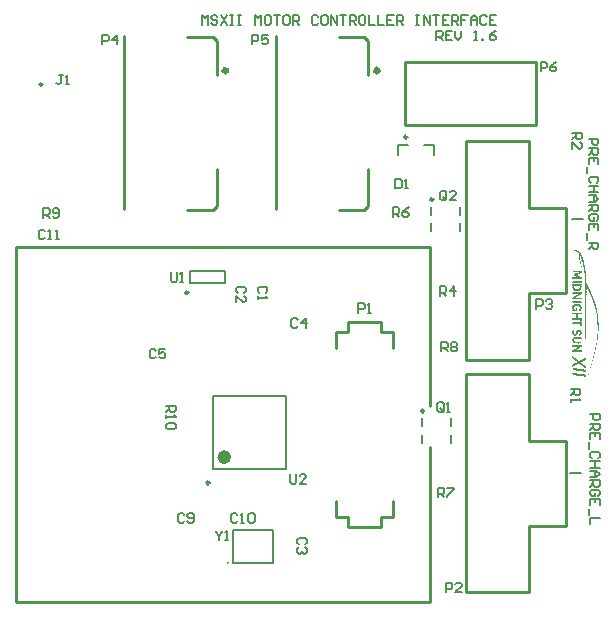
<source format=gto>
G04*
G04 #@! TF.GenerationSoftware,Altium Limited,Altium Designer,18.1.6 (161)*
G04*
G04 Layer_Color=65535*
%FSLAX25Y25*%
%MOIN*%
G70*
G01*
G75*
%ADD10C,0.00984*%
%ADD11C,0.02362*%
%ADD12C,0.00787*%
%ADD13C,0.01968*%
%ADD14C,0.01000*%
%ADD15C,0.00591*%
G36*
X185983Y117402D02*
X186172D01*
Y117364D01*
X186210D01*
Y117402D01*
X186248D01*
Y117364D01*
X186438D01*
Y117326D01*
X186476D01*
Y117364D01*
X186514D01*
Y117326D01*
X186628D01*
Y117288D01*
X186742D01*
Y117250D01*
X186856D01*
Y117212D01*
X186894D01*
Y117174D01*
X186970D01*
Y117136D01*
X187046D01*
Y117098D01*
X187084D01*
Y117060D01*
X187122D01*
Y117022D01*
X187236D01*
Y116984D01*
X187274D01*
Y116946D01*
X187312D01*
Y116908D01*
X187350D01*
Y116870D01*
X187426D01*
Y116832D01*
X187502D01*
Y116756D01*
X187577D01*
Y116680D01*
X187653D01*
Y116642D01*
X187691D01*
Y116604D01*
X187729D01*
Y116566D01*
X187767D01*
Y116528D01*
X187805D01*
Y116452D01*
X187881D01*
Y116376D01*
X187957D01*
Y116262D01*
X187995D01*
Y116224D01*
X188033D01*
Y116186D01*
X188071D01*
Y116148D01*
X188109D01*
Y116110D01*
X188147D01*
Y116072D01*
X188185D01*
Y115958D01*
X188223D01*
Y115921D01*
X188261D01*
Y115845D01*
X188299D01*
Y115769D01*
X188337D01*
Y115731D01*
X188375D01*
Y115693D01*
X188413D01*
Y115579D01*
X188451D01*
Y115541D01*
X188489D01*
Y115427D01*
X188527D01*
Y115389D01*
X188565D01*
Y115275D01*
X188603D01*
Y115237D01*
X188641D01*
Y115123D01*
X188679D01*
Y115085D01*
X188717D01*
Y115047D01*
X188679D01*
Y115009D01*
X188717D01*
Y114971D01*
X188755D01*
Y114857D01*
X188793D01*
Y114743D01*
X188831D01*
Y114705D01*
X188869D01*
Y114515D01*
X188907D01*
Y114478D01*
X188945D01*
Y114364D01*
X188983D01*
Y114326D01*
X188945D01*
Y114288D01*
X188983D01*
Y114250D01*
X189021D01*
Y114212D01*
X188983D01*
Y114174D01*
X189021D01*
Y114060D01*
X189058D01*
Y114022D01*
X189096D01*
Y113984D01*
X189058D01*
Y113946D01*
X189096D01*
Y113756D01*
X189135D01*
Y113718D01*
X189172D01*
Y113680D01*
X189135D01*
Y113642D01*
X189172D01*
Y113452D01*
X189210D01*
Y113338D01*
X189248D01*
Y113300D01*
X189210D01*
Y113262D01*
X189248D01*
Y113148D01*
X189286D01*
Y113110D01*
X189248D01*
Y113072D01*
X189286D01*
Y113034D01*
X189324D01*
Y112996D01*
X189286D01*
Y112959D01*
X189324D01*
Y112920D01*
X189286D01*
Y112883D01*
X189324D01*
Y112769D01*
X189362D01*
Y112731D01*
X189324D01*
Y112693D01*
X189362D01*
Y112655D01*
X189400D01*
Y112617D01*
X189362D01*
Y112579D01*
X189400D01*
Y112389D01*
X189438D01*
Y112351D01*
X189400D01*
Y112313D01*
X189438D01*
Y112275D01*
X189476D01*
Y112237D01*
X189438D01*
Y112199D01*
X189476D01*
Y112009D01*
X189514D01*
Y111971D01*
X189476D01*
Y111933D01*
X189514D01*
Y111895D01*
X189552D01*
Y111857D01*
X189514D01*
Y111819D01*
X189552D01*
Y111629D01*
X189590D01*
Y111591D01*
X189552D01*
Y111554D01*
X189590D01*
Y111515D01*
X189628D01*
Y111477D01*
X189590D01*
Y111440D01*
X189628D01*
Y111402D01*
X189590D01*
Y111364D01*
X189628D01*
Y111250D01*
X189666D01*
Y111212D01*
X189628D01*
Y111174D01*
X189666D01*
Y111136D01*
X189628D01*
Y111098D01*
X189666D01*
Y111060D01*
X189704D01*
Y111022D01*
X189666D01*
Y110984D01*
X189704D01*
Y110718D01*
X189742D01*
Y110680D01*
X189704D01*
Y110642D01*
X189742D01*
Y110604D01*
X189780D01*
Y110566D01*
X189742D01*
Y110528D01*
X189780D01*
Y110490D01*
X189742D01*
Y110452D01*
X189780D01*
Y110186D01*
X189818D01*
Y110148D01*
X189780D01*
Y110110D01*
X189818D01*
Y110073D01*
X189780D01*
Y110035D01*
X189818D01*
Y109921D01*
X189856D01*
Y109883D01*
X189818D01*
Y109845D01*
X189856D01*
Y109807D01*
X189818D01*
Y109769D01*
X189856D01*
Y109503D01*
X189894D01*
Y109465D01*
X189856D01*
Y109427D01*
X189894D01*
Y109389D01*
X189856D01*
Y109351D01*
X189894D01*
Y109313D01*
X189856D01*
Y109275D01*
X189894D01*
Y109237D01*
X189932D01*
Y109199D01*
X189894D01*
Y109161D01*
X189932D01*
Y109123D01*
X189894D01*
Y109085D01*
X189932D01*
Y109047D01*
X189894D01*
Y109009D01*
X189932D01*
Y108667D01*
X189970D01*
Y108629D01*
X189932D01*
Y108591D01*
X189970D01*
Y108553D01*
X189932D01*
Y108516D01*
X189970D01*
Y108477D01*
X189932D01*
Y108440D01*
X189970D01*
Y108326D01*
X190008D01*
Y108288D01*
X189970D01*
Y108250D01*
X190008D01*
Y108212D01*
X189970D01*
Y108174D01*
X190008D01*
Y108136D01*
X189970D01*
Y108098D01*
X190008D01*
Y107680D01*
X190046D01*
Y107642D01*
X190008D01*
Y107604D01*
X190046D01*
Y107566D01*
X190008D01*
Y107528D01*
X190046D01*
Y107490D01*
X190008D01*
Y107452D01*
X190046D01*
Y107414D01*
X190084D01*
Y107376D01*
X190046D01*
Y107338D01*
X190084D01*
Y107300D01*
X190046D01*
Y107262D01*
X190084D01*
Y107224D01*
X190046D01*
Y107186D01*
X190084D01*
Y107148D01*
X190046D01*
Y107110D01*
X190084D01*
Y107072D01*
X190046D01*
Y107034D01*
X190084D01*
Y106275D01*
X190160D01*
Y106237D01*
X190122D01*
Y106199D01*
X190160D01*
Y106161D01*
X190198D01*
Y106047D01*
X190236D01*
Y106009D01*
X190274D01*
Y105971D01*
X190312D01*
Y105857D01*
X190350D01*
Y105819D01*
X190388D01*
Y105705D01*
X190426D01*
Y105667D01*
X190464D01*
Y105553D01*
X190501D01*
Y105516D01*
X190540D01*
Y105402D01*
X190577D01*
Y105364D01*
X190615D01*
Y105288D01*
X190691D01*
Y105250D01*
X190654D01*
Y105212D01*
X190691D01*
Y105174D01*
X190729D01*
Y105136D01*
X190691D01*
Y105098D01*
X190729D01*
Y105060D01*
X190767D01*
Y105022D01*
X190805D01*
Y104984D01*
X190843D01*
Y104870D01*
X190881D01*
Y104756D01*
X190919D01*
Y104718D01*
X190957D01*
Y104680D01*
X190995D01*
Y104566D01*
X191033D01*
Y104528D01*
X190995D01*
Y104490D01*
X191033D01*
Y104452D01*
X191071D01*
Y104414D01*
X191109D01*
Y104376D01*
X191071D01*
Y104338D01*
X191109D01*
Y104300D01*
X191147D01*
Y104186D01*
X191185D01*
Y104148D01*
X191223D01*
Y104034D01*
X191261D01*
Y103997D01*
X191299D01*
Y103883D01*
X191337D01*
Y103845D01*
X191375D01*
Y103807D01*
X191337D01*
Y103769D01*
X191375D01*
Y103731D01*
X191413D01*
Y103693D01*
X191375D01*
Y103655D01*
X191413D01*
Y103617D01*
X191451D01*
Y103503D01*
X191489D01*
Y103465D01*
X191527D01*
Y103351D01*
X191565D01*
Y103313D01*
X191603D01*
Y103275D01*
X191565D01*
Y103237D01*
X191603D01*
Y103123D01*
X191641D01*
Y103085D01*
X191679D01*
Y102971D01*
X191717D01*
Y102933D01*
X191755D01*
Y102895D01*
X191717D01*
Y102857D01*
X191755D01*
Y102743D01*
X191793D01*
Y102705D01*
X191831D01*
Y102591D01*
X191869D01*
Y102553D01*
X191907D01*
Y102439D01*
X191945D01*
Y102401D01*
X191907D01*
Y102364D01*
X191945D01*
Y102326D01*
X191983D01*
Y102212D01*
X192020D01*
Y102174D01*
X192059D01*
Y102136D01*
X192020D01*
Y102098D01*
X192059D01*
Y101984D01*
X192096D01*
Y101946D01*
X192134D01*
Y101832D01*
X192172D01*
Y101794D01*
X192210D01*
Y101680D01*
X192248D01*
Y101642D01*
X192210D01*
Y101604D01*
X192248D01*
Y101566D01*
X192286D01*
Y101452D01*
X192324D01*
Y101338D01*
X192362D01*
Y101224D01*
X192400D01*
Y101186D01*
X192438D01*
Y101072D01*
X192476D01*
Y101034D01*
X192514D01*
Y100996D01*
X192476D01*
Y100959D01*
X192514D01*
Y100845D01*
X192552D01*
Y100807D01*
X192590D01*
Y100769D01*
X192552D01*
Y100731D01*
X192590D01*
Y100693D01*
X192628D01*
Y100655D01*
X192590D01*
Y100617D01*
X192628D01*
Y100579D01*
X192666D01*
Y100465D01*
X192704D01*
Y100427D01*
X192666D01*
Y100389D01*
X192704D01*
Y100351D01*
X192742D01*
Y100237D01*
X192780D01*
Y100199D01*
X192818D01*
Y100161D01*
X192780D01*
Y100123D01*
X192818D01*
Y100009D01*
X192856D01*
Y99971D01*
X192894D01*
Y99857D01*
X192932D01*
Y99743D01*
X192970D01*
Y99629D01*
X193008D01*
Y99591D01*
X193046D01*
Y99553D01*
X193008D01*
Y99515D01*
X193046D01*
Y99401D01*
X193084D01*
Y99363D01*
X193122D01*
Y99326D01*
X193084D01*
Y99288D01*
X193122D01*
Y99174D01*
X193160D01*
Y99136D01*
X193122D01*
Y99098D01*
X193160D01*
Y99060D01*
X193198D01*
Y99022D01*
X193160D01*
Y98984D01*
X193198D01*
Y98870D01*
X193236D01*
Y98756D01*
X193274D01*
Y98642D01*
X193312D01*
Y98604D01*
X193274D01*
Y98566D01*
X193312D01*
Y98528D01*
X193350D01*
Y98490D01*
X193312D01*
Y98452D01*
X193350D01*
Y98338D01*
X193388D01*
Y98224D01*
X193426D01*
Y98186D01*
X193388D01*
Y98148D01*
X193426D01*
Y98034D01*
X193464D01*
Y97996D01*
X193426D01*
Y97958D01*
X193464D01*
Y97921D01*
X193502D01*
Y97882D01*
X193464D01*
Y97845D01*
X193502D01*
Y97655D01*
X193540D01*
Y97617D01*
X193502D01*
Y97579D01*
X193540D01*
Y97541D01*
X193578D01*
Y97351D01*
X193615D01*
Y97313D01*
X193578D01*
Y97275D01*
X193615D01*
Y97237D01*
X193578D01*
Y97199D01*
X193615D01*
Y97161D01*
X193653D01*
Y96971D01*
X193691D01*
Y96933D01*
X193653D01*
Y96895D01*
X193691D01*
Y96781D01*
X193729D01*
Y96515D01*
X193767D01*
Y96478D01*
X193729D01*
Y96439D01*
X193767D01*
Y96402D01*
X193805D01*
Y96364D01*
X193767D01*
Y96326D01*
X193805D01*
Y96136D01*
X193843D01*
Y96098D01*
X193805D01*
Y96060D01*
X193843D01*
Y95946D01*
X193881D01*
Y95908D01*
X193843D01*
Y95870D01*
X193881D01*
Y95604D01*
X193919D01*
Y95566D01*
X193881D01*
Y95528D01*
X193919D01*
Y95414D01*
X193957D01*
Y95376D01*
X193919D01*
Y95338D01*
X193957D01*
Y95072D01*
X193995D01*
Y95034D01*
X193957D01*
Y94997D01*
X193995D01*
Y94959D01*
X193957D01*
Y94920D01*
X193995D01*
Y94807D01*
X194033D01*
Y94769D01*
X193995D01*
Y94731D01*
X194033D01*
Y94693D01*
X193995D01*
Y94655D01*
X194033D01*
Y94389D01*
X194071D01*
Y94351D01*
X194033D01*
Y94313D01*
X194071D01*
Y94275D01*
X194033D01*
Y94237D01*
X194071D01*
Y94199D01*
X194033D01*
Y94161D01*
X194071D01*
Y94123D01*
X194109D01*
Y94085D01*
X194071D01*
Y93971D01*
X194109D01*
Y93933D01*
X194071D01*
Y93895D01*
X194109D01*
Y93857D01*
X194071D01*
Y93819D01*
X194109D01*
Y93401D01*
X194147D01*
Y93363D01*
X194109D01*
Y93326D01*
X194147D01*
Y93288D01*
X194109D01*
Y93250D01*
X194147D01*
Y93212D01*
X194109D01*
Y93174D01*
X194147D01*
Y93060D01*
X194109D01*
Y93022D01*
X194147D01*
Y92984D01*
X194185D01*
Y92946D01*
X194147D01*
Y92908D01*
X194185D01*
Y92870D01*
X194147D01*
Y92832D01*
X194185D01*
Y92794D01*
X194147D01*
Y92756D01*
X194185D01*
Y92718D01*
X194147D01*
Y92680D01*
X194185D01*
Y92642D01*
X194147D01*
Y92604D01*
X194185D01*
Y92566D01*
X194147D01*
Y92528D01*
X194185D01*
Y92414D01*
X194147D01*
Y92376D01*
X194185D01*
Y91199D01*
X194147D01*
Y91161D01*
X194185D01*
Y91047D01*
X194147D01*
Y91009D01*
X194185D01*
Y90895D01*
X194147D01*
Y90857D01*
X194185D01*
Y90819D01*
X194147D01*
Y90781D01*
X194185D01*
Y90743D01*
X194147D01*
Y90705D01*
X194185D01*
Y90667D01*
X194147D01*
Y90629D01*
X194185D01*
Y90591D01*
X194147D01*
Y90553D01*
X194185D01*
Y90515D01*
X194147D01*
Y90326D01*
X194109D01*
Y90288D01*
X194147D01*
Y90250D01*
X194109D01*
Y90212D01*
X194147D01*
Y90174D01*
X194109D01*
Y90136D01*
X194147D01*
Y90098D01*
X194109D01*
Y90060D01*
X194147D01*
Y90022D01*
X194109D01*
Y89604D01*
X194071D01*
Y89566D01*
X194109D01*
Y89528D01*
X194071D01*
Y89490D01*
X194109D01*
Y89452D01*
X194071D01*
Y89338D01*
X194033D01*
Y89300D01*
X194071D01*
Y89262D01*
X194033D01*
Y89224D01*
X194071D01*
Y89186D01*
X194033D01*
Y88845D01*
X193995D01*
Y88807D01*
X194033D01*
Y88769D01*
X193995D01*
Y88731D01*
X194033D01*
Y88693D01*
X193995D01*
Y88655D01*
X193957D01*
Y88617D01*
X193995D01*
Y88579D01*
X193957D01*
Y88541D01*
X193995D01*
Y88503D01*
X193957D01*
Y88237D01*
X193919D01*
Y88199D01*
X193957D01*
Y88161D01*
X193919D01*
Y88123D01*
X193881D01*
Y88085D01*
X193919D01*
Y88047D01*
X193881D01*
Y88009D01*
X193919D01*
Y87971D01*
X193881D01*
Y87705D01*
X193843D01*
Y87667D01*
X193881D01*
Y87629D01*
X193843D01*
Y87591D01*
X193805D01*
Y87553D01*
X193843D01*
Y87515D01*
X193805D01*
Y87477D01*
X193843D01*
Y87440D01*
X193805D01*
Y87250D01*
X193767D01*
Y87212D01*
X193805D01*
Y87174D01*
X193767D01*
Y87060D01*
X193729D01*
Y86794D01*
X193691D01*
Y86756D01*
X193729D01*
Y86718D01*
X193691D01*
Y86680D01*
X193653D01*
Y86642D01*
X193691D01*
Y86604D01*
X193653D01*
Y86414D01*
X193615D01*
Y86376D01*
X193653D01*
Y86338D01*
X193615D01*
Y86300D01*
X193578D01*
Y86262D01*
X193615D01*
Y86224D01*
X193578D01*
Y86034D01*
X193540D01*
Y85996D01*
X193578D01*
Y85958D01*
X193540D01*
Y85921D01*
X193502D01*
Y85883D01*
X193540D01*
Y85844D01*
X193502D01*
Y85807D01*
X193540D01*
Y85769D01*
X193502D01*
Y85655D01*
X193464D01*
Y85617D01*
X193502D01*
Y85579D01*
X193464D01*
Y85541D01*
X193426D01*
Y85503D01*
X193464D01*
Y85465D01*
X193426D01*
Y85275D01*
X193388D01*
Y85237D01*
X193426D01*
Y85199D01*
X193388D01*
Y85161D01*
X193350D01*
Y85123D01*
X193388D01*
Y85085D01*
X193350D01*
Y84895D01*
X193312D01*
Y84857D01*
X193350D01*
Y84819D01*
X193312D01*
Y84781D01*
X193274D01*
Y84591D01*
X193236D01*
Y84553D01*
X193274D01*
Y84515D01*
X193236D01*
Y84477D01*
X193198D01*
Y84439D01*
X193236D01*
Y84402D01*
X193198D01*
Y84288D01*
X193160D01*
Y84250D01*
X193198D01*
Y84212D01*
X193160D01*
Y84174D01*
X193122D01*
Y84136D01*
X193160D01*
Y84098D01*
X193122D01*
Y83908D01*
X193084D01*
Y83870D01*
X193122D01*
Y83832D01*
X193084D01*
Y83794D01*
X193046D01*
Y83604D01*
X193008D01*
Y83490D01*
X192970D01*
Y83452D01*
X193008D01*
Y83414D01*
X192970D01*
Y83300D01*
X192932D01*
Y83262D01*
X192970D01*
Y83224D01*
X192932D01*
Y83186D01*
X192894D01*
Y83148D01*
X192932D01*
Y83110D01*
X192894D01*
Y82996D01*
X192856D01*
Y82959D01*
X192894D01*
Y82920D01*
X192856D01*
Y82882D01*
X192818D01*
Y82845D01*
X192856D01*
Y82807D01*
X192818D01*
Y82693D01*
X192780D01*
Y82655D01*
X192818D01*
Y82617D01*
X192780D01*
Y82579D01*
X192742D01*
Y82541D01*
X192780D01*
Y82503D01*
X192742D01*
Y82389D01*
X192704D01*
Y82351D01*
X192742D01*
Y82313D01*
X192704D01*
Y82275D01*
X192666D01*
Y82237D01*
X192704D01*
Y82199D01*
X192666D01*
Y82085D01*
X192628D01*
Y82047D01*
X192666D01*
Y82009D01*
X192628D01*
Y81971D01*
X192590D01*
Y81781D01*
X192552D01*
Y81743D01*
X192514D01*
Y81705D01*
X192552D01*
Y81667D01*
X192514D01*
Y81477D01*
X192476D01*
Y81363D01*
X192438D01*
Y81250D01*
X192400D01*
Y81212D01*
X192438D01*
Y81174D01*
X192400D01*
Y81136D01*
X192362D01*
Y80946D01*
X192324D01*
Y80832D01*
X192286D01*
Y80642D01*
X192248D01*
Y80604D01*
X192210D01*
Y80566D01*
X192248D01*
Y80528D01*
X192210D01*
Y80414D01*
X192172D01*
Y80376D01*
X192210D01*
Y80338D01*
X192172D01*
Y80300D01*
X192134D01*
Y80186D01*
X192096D01*
Y80148D01*
X192134D01*
Y80110D01*
X192096D01*
Y80072D01*
X192059D01*
Y80034D01*
X192096D01*
Y79996D01*
X192059D01*
Y79883D01*
X192020D01*
Y79769D01*
X191983D01*
Y79655D01*
X191945D01*
Y79617D01*
X191983D01*
Y79579D01*
X191945D01*
Y79541D01*
X191907D01*
Y79503D01*
X191945D01*
Y79465D01*
X191907D01*
Y79351D01*
X191869D01*
Y79313D01*
X191907D01*
Y79275D01*
X191869D01*
Y79237D01*
X191831D01*
Y79123D01*
X191793D01*
Y79085D01*
X191831D01*
Y79047D01*
X191793D01*
Y79009D01*
X191755D01*
Y78819D01*
X191717D01*
Y78781D01*
X191679D01*
Y78743D01*
X191717D01*
Y78705D01*
X191679D01*
Y78591D01*
X191641D01*
Y78477D01*
X191603D01*
Y78288D01*
X191565D01*
Y78174D01*
X191527D01*
Y78060D01*
X191489D01*
Y78022D01*
X191527D01*
Y77984D01*
X191489D01*
Y77946D01*
X191451D01*
Y77832D01*
X191413D01*
Y77794D01*
X191451D01*
Y77756D01*
X191413D01*
Y77718D01*
X191375D01*
Y77528D01*
X191337D01*
Y77490D01*
X191299D01*
Y77528D01*
X191261D01*
Y77566D01*
X191299D01*
Y77604D01*
X191337D01*
Y77642D01*
X191299D01*
Y77680D01*
X191337D01*
Y77794D01*
X191375D01*
Y77908D01*
X191413D01*
Y78098D01*
X191451D01*
Y78136D01*
X191489D01*
Y78174D01*
X191451D01*
Y78212D01*
X191489D01*
Y78325D01*
X191527D01*
Y78439D01*
X191565D01*
Y78553D01*
X191603D01*
Y78591D01*
X191565D01*
Y78629D01*
X191603D01*
Y78667D01*
X191641D01*
Y78705D01*
X191603D01*
Y78743D01*
X191641D01*
Y78857D01*
X191679D01*
Y78895D01*
X191641D01*
Y78933D01*
X191679D01*
Y78971D01*
X191717D01*
Y79161D01*
X191755D01*
Y79275D01*
X191793D01*
Y79389D01*
X191831D01*
Y79427D01*
X191793D01*
Y79465D01*
X191831D01*
Y79503D01*
X191869D01*
Y79541D01*
X191831D01*
Y79579D01*
X191869D01*
Y79769D01*
X191907D01*
Y79807D01*
X191945D01*
Y79844D01*
X191907D01*
Y79883D01*
X191945D01*
Y79996D01*
X191983D01*
Y80110D01*
X192020D01*
Y80148D01*
X191983D01*
Y80186D01*
X192020D01*
Y80300D01*
X192059D01*
Y80338D01*
X192020D01*
Y80376D01*
X192059D01*
Y80338D01*
X192096D01*
Y80376D01*
X192059D01*
Y80414D01*
X192096D01*
Y80604D01*
X192134D01*
Y80718D01*
X192172D01*
Y80908D01*
X192210D01*
Y80946D01*
X192172D01*
Y80984D01*
X192210D01*
Y80946D01*
X192248D01*
Y80984D01*
X192210D01*
Y81022D01*
X192248D01*
Y81212D01*
X192286D01*
Y81326D01*
X192324D01*
Y81440D01*
X192362D01*
Y81477D01*
X192324D01*
Y81515D01*
X192362D01*
Y81553D01*
X192400D01*
Y81591D01*
X192362D01*
Y81629D01*
X192400D01*
Y81819D01*
X192438D01*
Y81933D01*
X192476D01*
Y82123D01*
X192514D01*
Y82161D01*
X192476D01*
Y82199D01*
X192514D01*
Y82161D01*
X192552D01*
Y82199D01*
X192514D01*
Y82237D01*
X192552D01*
Y82427D01*
X192590D01*
Y82541D01*
X192628D01*
Y82579D01*
X192590D01*
Y82617D01*
X192628D01*
Y82731D01*
X192666D01*
Y82769D01*
X192628D01*
Y82807D01*
X192666D01*
Y82845D01*
X192704D01*
Y83034D01*
X192742D01*
Y83072D01*
X192704D01*
Y83110D01*
X192742D01*
Y83148D01*
X192780D01*
Y83186D01*
X192742D01*
Y83224D01*
X192780D01*
Y83414D01*
X192818D01*
Y83528D01*
X192856D01*
Y83718D01*
X192894D01*
Y83756D01*
X192856D01*
Y83794D01*
X192894D01*
Y83832D01*
X192932D01*
Y83870D01*
X192894D01*
Y83908D01*
X192932D01*
Y84022D01*
X192970D01*
Y84060D01*
X192932D01*
Y84098D01*
X192970D01*
Y84136D01*
X192932D01*
Y84174D01*
X192970D01*
Y84136D01*
X193008D01*
Y84174D01*
X192970D01*
Y84212D01*
X193008D01*
Y84402D01*
X193046D01*
Y84439D01*
X193008D01*
Y84477D01*
X193046D01*
Y84515D01*
X193084D01*
Y84553D01*
X193046D01*
Y84591D01*
X193084D01*
Y84781D01*
X193122D01*
Y84819D01*
X193084D01*
Y84857D01*
X193122D01*
Y84895D01*
X193160D01*
Y84933D01*
X193122D01*
Y84971D01*
X193160D01*
Y85161D01*
X193198D01*
Y85275D01*
X193236D01*
Y85313D01*
X193198D01*
Y85351D01*
X193236D01*
Y85541D01*
X193274D01*
Y85655D01*
X193312D01*
Y85693D01*
X193274D01*
Y85731D01*
X193312D01*
Y85921D01*
X193350D01*
Y85958D01*
X193312D01*
Y85996D01*
X193350D01*
Y86034D01*
X193388D01*
Y86072D01*
X193350D01*
Y86110D01*
X193388D01*
Y86300D01*
X193426D01*
Y86338D01*
X193388D01*
Y86376D01*
X193426D01*
Y86414D01*
X193388D01*
Y86452D01*
X193426D01*
Y86414D01*
X193464D01*
Y86452D01*
X193426D01*
Y86490D01*
X193464D01*
Y86528D01*
X193426D01*
Y86566D01*
X193464D01*
Y86756D01*
X193502D01*
Y86794D01*
X193464D01*
Y86832D01*
X193502D01*
Y86946D01*
X193540D01*
Y86984D01*
X193502D01*
Y87022D01*
X193540D01*
Y87212D01*
X193578D01*
Y87250D01*
X193540D01*
Y87288D01*
X193578D01*
Y87326D01*
X193540D01*
Y87363D01*
X193578D01*
Y87401D01*
X193615D01*
Y87440D01*
X193578D01*
Y87477D01*
X193615D01*
Y87515D01*
X193578D01*
Y87553D01*
X193615D01*
Y87743D01*
X193653D01*
Y87781D01*
X193615D01*
Y87819D01*
X193653D01*
Y87857D01*
X193615D01*
Y87895D01*
X193653D01*
Y88009D01*
X193691D01*
Y88047D01*
X193653D01*
Y88085D01*
X193691D01*
Y88351D01*
X193729D01*
Y88389D01*
X193691D01*
Y88427D01*
X193729D01*
Y88465D01*
X193691D01*
Y88503D01*
X193729D01*
Y88541D01*
X193767D01*
Y88579D01*
X193729D01*
Y88617D01*
X193767D01*
Y88655D01*
X193729D01*
Y88693D01*
X193767D01*
Y89110D01*
X193805D01*
Y89148D01*
X193767D01*
Y89186D01*
X193805D01*
Y89224D01*
X193767D01*
Y89262D01*
X193805D01*
Y89376D01*
X193843D01*
Y89414D01*
X193805D01*
Y89528D01*
X193843D01*
Y89566D01*
X193805D01*
Y89604D01*
X193843D01*
Y89642D01*
X193805D01*
Y89680D01*
X193843D01*
Y89718D01*
X193805D01*
Y89756D01*
X193843D01*
Y89794D01*
X193805D01*
Y89832D01*
X193843D01*
Y89870D01*
X193805D01*
Y89908D01*
X193843D01*
Y90022D01*
X193805D01*
Y90060D01*
X193843D01*
Y91389D01*
X193805D01*
Y91427D01*
X193843D01*
Y91541D01*
X193805D01*
Y91579D01*
X193843D01*
Y91617D01*
X193805D01*
Y91655D01*
X193843D01*
Y91693D01*
X193805D01*
Y91731D01*
X193843D01*
Y91769D01*
X193805D01*
Y91807D01*
X193843D01*
Y91845D01*
X193805D01*
Y91882D01*
X193843D01*
Y91921D01*
X193805D01*
Y91958D01*
X193843D01*
Y91997D01*
X193805D01*
Y92034D01*
X193843D01*
Y92072D01*
X193805D01*
Y92110D01*
X193843D01*
Y92148D01*
X193805D01*
Y92262D01*
X193767D01*
Y92300D01*
X193805D01*
Y92414D01*
X193767D01*
Y92452D01*
X193805D01*
Y92490D01*
X193767D01*
Y92528D01*
X193805D01*
Y92566D01*
X193767D01*
Y92604D01*
X193805D01*
Y92642D01*
X193767D01*
Y92680D01*
X193805D01*
Y92718D01*
X193767D01*
Y92756D01*
X193805D01*
Y92794D01*
X193767D01*
Y93288D01*
X193729D01*
Y93326D01*
X193767D01*
Y93363D01*
X193729D01*
Y93401D01*
X193767D01*
Y93440D01*
X193729D01*
Y93477D01*
X193767D01*
Y93515D01*
X193729D01*
Y93553D01*
X193691D01*
Y93591D01*
X193729D01*
Y93553D01*
X193767D01*
Y93591D01*
X193729D01*
Y93629D01*
X193691D01*
Y93667D01*
X193729D01*
Y93705D01*
X193691D01*
Y93743D01*
X193729D01*
Y93781D01*
X193691D01*
Y94123D01*
X193653D01*
Y94161D01*
X193691D01*
Y94199D01*
X193653D01*
Y94237D01*
X193691D01*
Y94275D01*
X193653D01*
Y94389D01*
X193615D01*
Y94427D01*
X193653D01*
Y94465D01*
X193615D01*
Y94503D01*
X193653D01*
Y94541D01*
X193615D01*
Y94579D01*
X193653D01*
Y94617D01*
X193615D01*
Y94883D01*
X193578D01*
Y94920D01*
X193615D01*
Y94959D01*
X193578D01*
Y94997D01*
X193615D01*
Y95034D01*
X193578D01*
Y95072D01*
X193540D01*
Y95110D01*
X193578D01*
Y95072D01*
X193615D01*
Y95110D01*
X193578D01*
Y95148D01*
X193540D01*
Y95186D01*
X193578D01*
Y95224D01*
X193540D01*
Y95490D01*
X193502D01*
Y95528D01*
X193540D01*
Y95566D01*
X193502D01*
Y95604D01*
X193540D01*
Y95642D01*
X193502D01*
Y95680D01*
X193464D01*
Y95718D01*
X193502D01*
Y95756D01*
X193464D01*
Y95794D01*
X193502D01*
Y95832D01*
X193464D01*
Y96022D01*
X193426D01*
Y96060D01*
X193464D01*
Y96098D01*
X193426D01*
Y96136D01*
X193388D01*
Y96174D01*
X193426D01*
Y96212D01*
X193388D01*
Y96402D01*
X193350D01*
Y96439D01*
X193388D01*
Y96478D01*
X193350D01*
Y96515D01*
X193388D01*
Y96553D01*
X193350D01*
Y96591D01*
X193312D01*
Y96629D01*
X193350D01*
Y96667D01*
X193312D01*
Y96857D01*
X193274D01*
Y96895D01*
X193236D01*
Y96933D01*
X193274D01*
Y96895D01*
X193312D01*
Y96933D01*
X193274D01*
Y96971D01*
X193236D01*
Y97009D01*
X193274D01*
Y97047D01*
X193236D01*
Y97161D01*
X193198D01*
Y97199D01*
X193236D01*
Y97237D01*
X193198D01*
Y97275D01*
X193160D01*
Y97313D01*
X193198D01*
Y97351D01*
X193160D01*
Y97541D01*
X193122D01*
Y97579D01*
X193084D01*
Y97617D01*
X193122D01*
Y97655D01*
X193084D01*
Y97769D01*
X193046D01*
Y97882D01*
X193008D01*
Y97921D01*
X193046D01*
Y97958D01*
X193008D01*
Y98072D01*
X192970D01*
Y98110D01*
X192932D01*
Y98148D01*
X192970D01*
Y98110D01*
X193008D01*
Y98148D01*
X192970D01*
Y98186D01*
X192932D01*
Y98300D01*
X192894D01*
Y98338D01*
X192932D01*
Y98376D01*
X192894D01*
Y98414D01*
X192856D01*
Y98604D01*
X192818D01*
Y98642D01*
X192780D01*
Y98756D01*
X192742D01*
Y98794D01*
X192780D01*
Y98832D01*
X192742D01*
Y98870D01*
X192704D01*
Y99060D01*
X192666D01*
Y99098D01*
X192628D01*
Y99288D01*
X192590D01*
Y99326D01*
X192552D01*
Y99515D01*
X192514D01*
Y99553D01*
X192476D01*
Y99667D01*
X192438D01*
Y99705D01*
X192476D01*
Y99743D01*
X192438D01*
Y99781D01*
X192400D01*
Y99895D01*
X192362D01*
Y99933D01*
X192324D01*
Y99971D01*
X192362D01*
Y99933D01*
X192400D01*
Y99971D01*
X192362D01*
Y100009D01*
X192324D01*
Y100123D01*
X192286D01*
Y100161D01*
X192248D01*
Y100199D01*
X192286D01*
Y100237D01*
X192248D01*
Y100351D01*
X192210D01*
Y100389D01*
X192172D01*
Y100503D01*
X192134D01*
Y100617D01*
X192096D01*
Y100731D01*
X192059D01*
Y100769D01*
X192020D01*
Y100882D01*
X191983D01*
Y100920D01*
X192020D01*
Y100959D01*
X191983D01*
Y100996D01*
X191945D01*
Y101110D01*
X191907D01*
Y101148D01*
X191869D01*
Y101186D01*
X191907D01*
Y101224D01*
X191869D01*
Y101262D01*
X191831D01*
Y101376D01*
X191793D01*
Y101490D01*
X191755D01*
Y101528D01*
X191717D01*
Y101642D01*
X191679D01*
Y101680D01*
X191717D01*
Y101718D01*
X191679D01*
Y101756D01*
X191641D01*
Y101870D01*
X191603D01*
Y101908D01*
X191565D01*
Y102022D01*
X191527D01*
Y102060D01*
X191489D01*
Y102174D01*
X191451D01*
Y102212D01*
X191413D01*
Y102250D01*
X191451D01*
Y102212D01*
X191489D01*
Y102250D01*
X191451D01*
Y102288D01*
X191413D01*
Y102326D01*
X191375D01*
Y102439D01*
X191337D01*
Y102553D01*
X191299D01*
Y102591D01*
X191261D01*
Y102629D01*
X191223D01*
Y102667D01*
X191261D01*
Y102705D01*
X191223D01*
Y102743D01*
X191185D01*
Y102857D01*
X191147D01*
Y102895D01*
X191109D01*
Y103009D01*
X191071D01*
Y103047D01*
X191033D01*
Y103161D01*
X190995D01*
Y103199D01*
X190957D01*
Y103313D01*
X190919D01*
Y103351D01*
X190881D01*
Y103465D01*
X190843D01*
Y103503D01*
X190805D01*
Y103617D01*
X190767D01*
Y103655D01*
X190729D01*
Y103769D01*
X190691D01*
Y103807D01*
X190654D01*
Y103920D01*
X190615D01*
Y103958D01*
X190577D01*
Y104072D01*
X190540D01*
Y104110D01*
X190501D01*
Y104224D01*
X190464D01*
Y104262D01*
X190426D01*
Y104376D01*
X190388D01*
Y104414D01*
X190350D01*
Y104528D01*
X190312D01*
Y104566D01*
X190274D01*
Y104680D01*
X190236D01*
Y104718D01*
X190198D01*
Y104756D01*
X190160D01*
Y104870D01*
X190122D01*
Y104832D01*
X190084D01*
Y104794D01*
X190122D01*
Y104756D01*
X190160D01*
Y104718D01*
X190122D01*
Y104680D01*
X190084D01*
Y104642D01*
X190122D01*
Y104452D01*
X190160D01*
Y104414D01*
X190122D01*
Y104376D01*
X190084D01*
Y104338D01*
X190122D01*
Y104300D01*
X190160D01*
Y104262D01*
X190122D01*
Y104148D01*
X190160D01*
Y104110D01*
X190122D01*
Y104072D01*
X190084D01*
Y104034D01*
X190122D01*
Y103920D01*
X190084D01*
Y103883D01*
X190122D01*
Y103769D01*
X190084D01*
Y103731D01*
X190122D01*
Y103693D01*
X190084D01*
Y103655D01*
X190122D01*
Y103617D01*
X190084D01*
Y103579D01*
X190122D01*
Y103465D01*
X190084D01*
Y103427D01*
X190122D01*
Y103389D01*
X190084D01*
Y103351D01*
X190122D01*
Y103313D01*
X190084D01*
Y103275D01*
X190122D01*
Y103237D01*
X190084D01*
Y103199D01*
X190122D01*
Y103161D01*
X190084D01*
Y103123D01*
X190122D01*
Y103085D01*
X190084D01*
Y103047D01*
X190122D01*
Y103009D01*
X190084D01*
Y102971D01*
X190122D01*
Y102933D01*
X190084D01*
Y102895D01*
X190122D01*
Y102857D01*
X190084D01*
Y102819D01*
X190122D01*
Y102781D01*
X190084D01*
Y102743D01*
X190122D01*
Y102705D01*
X190084D01*
Y102667D01*
X190122D01*
Y102629D01*
X190084D01*
Y102591D01*
X190122D01*
Y102553D01*
X190084D01*
Y102515D01*
X190122D01*
Y102478D01*
X190084D01*
Y102439D01*
X190122D01*
Y102401D01*
X190084D01*
Y102364D01*
X190122D01*
Y102326D01*
X190084D01*
Y102288D01*
X190122D01*
Y102250D01*
X190084D01*
Y102212D01*
X190122D01*
Y102174D01*
X190084D01*
Y102136D01*
X190122D01*
Y102098D01*
X190084D01*
Y101984D01*
X190122D01*
Y101946D01*
X190084D01*
Y101832D01*
X190122D01*
Y101794D01*
X190084D01*
Y101680D01*
X190122D01*
Y101642D01*
X190084D01*
Y99022D01*
X190046D01*
Y98984D01*
X190084D01*
Y98946D01*
X190046D01*
Y98908D01*
X190084D01*
Y98870D01*
X190046D01*
Y98832D01*
X190084D01*
Y98794D01*
X190046D01*
Y98756D01*
X190084D01*
Y98718D01*
X190046D01*
Y98680D01*
X190084D01*
Y98642D01*
X190046D01*
Y98604D01*
X190084D01*
Y98490D01*
X190046D01*
Y98452D01*
X190084D01*
Y98414D01*
X190046D01*
Y98376D01*
X190084D01*
Y98338D01*
X190046D01*
Y98300D01*
X190084D01*
Y98262D01*
X190046D01*
Y98224D01*
X190084D01*
Y98186D01*
X190046D01*
Y98148D01*
X190084D01*
Y98110D01*
X190046D01*
Y98072D01*
X190084D01*
Y98034D01*
X190046D01*
Y97996D01*
X190084D01*
Y97958D01*
X190046D01*
Y97921D01*
X190084D01*
Y97882D01*
X190046D01*
Y97845D01*
X190084D01*
Y97807D01*
X190046D01*
Y97769D01*
X190084D01*
Y97731D01*
X190046D01*
Y97693D01*
X190084D01*
Y97655D01*
X190046D01*
Y97617D01*
X190084D01*
Y97579D01*
X190046D01*
Y97541D01*
X190084D01*
Y97503D01*
X190046D01*
Y97465D01*
X190084D01*
Y97427D01*
X190046D01*
Y97389D01*
X190084D01*
Y97351D01*
X190046D01*
Y97313D01*
X190084D01*
Y97275D01*
X190046D01*
Y97237D01*
X190084D01*
Y97199D01*
X190046D01*
Y97161D01*
X190084D01*
Y97123D01*
X190046D01*
Y97085D01*
X190084D01*
Y97047D01*
X190046D01*
Y97009D01*
X190084D01*
Y96971D01*
X190046D01*
Y96933D01*
X190084D01*
Y96895D01*
X190046D01*
Y96781D01*
X190084D01*
Y96743D01*
X190046D01*
Y96629D01*
X190084D01*
Y96591D01*
X190046D01*
Y96478D01*
X190084D01*
Y96439D01*
X190046D01*
Y96326D01*
X190084D01*
Y96288D01*
X190046D01*
Y96174D01*
X190084D01*
Y96136D01*
X190046D01*
Y96022D01*
X190084D01*
Y95984D01*
X190046D01*
Y95870D01*
X190084D01*
Y95832D01*
X190046D01*
Y95718D01*
X190084D01*
Y95680D01*
X190046D01*
Y95566D01*
X190084D01*
Y95528D01*
X190046D01*
Y95414D01*
X190084D01*
Y95376D01*
X190046D01*
Y95262D01*
X190084D01*
Y95224D01*
X190046D01*
Y95110D01*
X190084D01*
Y95072D01*
X190046D01*
Y95034D01*
X190084D01*
Y94997D01*
X190046D01*
Y94959D01*
X190084D01*
Y94920D01*
X190046D01*
Y94883D01*
X190084D01*
Y94845D01*
X190046D01*
Y94807D01*
X190084D01*
Y94769D01*
X190046D01*
Y94731D01*
X190084D01*
Y94693D01*
X190046D01*
Y94655D01*
X190084D01*
Y94617D01*
X190046D01*
Y94579D01*
X190084D01*
Y94541D01*
X190046D01*
Y94503D01*
X190084D01*
Y94465D01*
X190046D01*
Y94427D01*
X190084D01*
Y94389D01*
X190046D01*
Y94351D01*
X190084D01*
Y94313D01*
X190046D01*
Y94275D01*
X190084D01*
Y94237D01*
X190046D01*
Y94199D01*
X190084D01*
Y94161D01*
X190046D01*
Y94123D01*
X190084D01*
Y94085D01*
X190046D01*
Y94047D01*
X190084D01*
Y94009D01*
X190046D01*
Y93971D01*
X190084D01*
Y93933D01*
X190046D01*
Y93895D01*
X190084D01*
Y93857D01*
X190046D01*
Y93819D01*
X190084D01*
Y93781D01*
X190046D01*
Y93743D01*
X190084D01*
Y93705D01*
X190046D01*
Y93667D01*
X190084D01*
Y93629D01*
X190046D01*
Y93591D01*
X190084D01*
Y93553D01*
X190046D01*
Y93515D01*
X190084D01*
Y93477D01*
X190046D01*
Y93440D01*
X190084D01*
Y93401D01*
X190046D01*
Y93363D01*
X190084D01*
Y93326D01*
X190046D01*
Y93288D01*
X190084D01*
Y93250D01*
X190046D01*
Y93212D01*
X190084D01*
Y93174D01*
X190046D01*
Y93136D01*
X190084D01*
Y93098D01*
X190046D01*
Y93060D01*
X190084D01*
Y93022D01*
X190046D01*
Y92984D01*
X190084D01*
Y92946D01*
X190046D01*
Y92908D01*
X190084D01*
Y92870D01*
X190046D01*
Y92832D01*
X190084D01*
Y92794D01*
X190046D01*
Y92756D01*
X190084D01*
Y92718D01*
X190046D01*
Y92680D01*
X190084D01*
Y92642D01*
X190046D01*
Y92604D01*
X190084D01*
Y92566D01*
X190046D01*
Y92528D01*
X190084D01*
Y92490D01*
X190046D01*
Y92452D01*
X190084D01*
Y92414D01*
X190046D01*
Y92376D01*
X190084D01*
Y92338D01*
X190046D01*
Y92300D01*
X190084D01*
Y92262D01*
X190046D01*
Y92224D01*
X190084D01*
Y92186D01*
X190046D01*
Y92148D01*
X190084D01*
Y92110D01*
X190046D01*
Y92072D01*
X190084D01*
Y92034D01*
X190046D01*
Y91997D01*
X190084D01*
Y91958D01*
X190046D01*
Y91921D01*
X190084D01*
Y91882D01*
X190046D01*
Y91845D01*
X190084D01*
Y91807D01*
X190046D01*
Y91769D01*
X190084D01*
Y91731D01*
X190046D01*
Y91693D01*
X190084D01*
Y91655D01*
X190046D01*
Y91617D01*
X190084D01*
Y91579D01*
X190046D01*
Y91541D01*
X190084D01*
Y91503D01*
X190046D01*
Y91465D01*
X190084D01*
Y91427D01*
X190046D01*
Y91389D01*
X190084D01*
Y91351D01*
X190046D01*
Y91313D01*
X190084D01*
Y91275D01*
X190046D01*
Y91237D01*
X190084D01*
Y91199D01*
X190046D01*
Y91161D01*
X190084D01*
Y91123D01*
X190046D01*
Y91085D01*
X190084D01*
Y91047D01*
X190046D01*
Y91009D01*
X190084D01*
Y90971D01*
X190046D01*
Y90933D01*
X190084D01*
Y90895D01*
X190046D01*
Y90857D01*
X190084D01*
Y90819D01*
X190046D01*
Y90781D01*
X190084D01*
Y90743D01*
X190046D01*
Y90705D01*
X190084D01*
Y90667D01*
X190046D01*
Y90629D01*
X190084D01*
Y90591D01*
X190046D01*
Y90553D01*
X190084D01*
Y90515D01*
X190046D01*
Y90478D01*
X190084D01*
Y90439D01*
X190046D01*
Y90402D01*
X190084D01*
Y90364D01*
X190046D01*
Y90326D01*
X190084D01*
Y90288D01*
X190046D01*
Y90250D01*
X190084D01*
Y90212D01*
X190046D01*
Y90174D01*
X190084D01*
Y90136D01*
X190046D01*
Y90098D01*
X190084D01*
Y90060D01*
X190046D01*
Y90022D01*
X190084D01*
Y89984D01*
X190046D01*
Y89946D01*
X190084D01*
Y89908D01*
X190046D01*
Y89870D01*
X190084D01*
Y89832D01*
X190046D01*
Y89794D01*
X190084D01*
Y89756D01*
X190046D01*
Y89718D01*
X190084D01*
Y89680D01*
X190046D01*
Y89642D01*
X190084D01*
Y89604D01*
X190046D01*
Y89566D01*
X190084D01*
Y89528D01*
X190046D01*
Y89490D01*
X190084D01*
Y89452D01*
X190046D01*
Y89414D01*
X190084D01*
Y89376D01*
X190046D01*
Y89338D01*
X190084D01*
Y89300D01*
X190046D01*
Y89262D01*
X190084D01*
Y89224D01*
X190046D01*
Y89186D01*
X190084D01*
Y89148D01*
X190046D01*
Y89110D01*
X190084D01*
Y89072D01*
X190046D01*
Y89034D01*
X190084D01*
Y88996D01*
X190046D01*
Y88959D01*
X190084D01*
Y88920D01*
X190046D01*
Y88882D01*
X190084D01*
Y88845D01*
X190046D01*
Y88807D01*
X190084D01*
Y88769D01*
X190046D01*
Y88731D01*
X190084D01*
Y88693D01*
X190046D01*
Y88579D01*
X190084D01*
Y88541D01*
X190046D01*
Y88427D01*
X190084D01*
Y88389D01*
X190046D01*
Y88351D01*
X190008D01*
Y88313D01*
X190046D01*
Y88199D01*
X190008D01*
Y88161D01*
X190046D01*
Y88123D01*
X190008D01*
Y88085D01*
X190046D01*
Y88047D01*
X190008D01*
Y88009D01*
X190046D01*
Y87971D01*
X190008D01*
Y87933D01*
X190046D01*
Y87895D01*
X190008D01*
Y87857D01*
X190046D01*
Y87819D01*
X190008D01*
Y87781D01*
X190046D01*
Y87743D01*
X190008D01*
Y87705D01*
X190046D01*
Y87667D01*
X190008D01*
Y87629D01*
X190046D01*
Y87591D01*
X190008D01*
Y87553D01*
X190046D01*
Y87515D01*
X190008D01*
Y87477D01*
X190046D01*
Y87440D01*
X190008D01*
Y87401D01*
X190046D01*
Y87363D01*
X190008D01*
Y87326D01*
X190046D01*
Y87288D01*
X190008D01*
Y87250D01*
X190046D01*
Y87136D01*
X190008D01*
Y87098D01*
X190046D01*
Y86984D01*
X190008D01*
Y86946D01*
X190046D01*
Y86832D01*
X190008D01*
Y86794D01*
X190046D01*
Y86680D01*
X190008D01*
Y86642D01*
X190046D01*
Y86604D01*
X190008D01*
Y86566D01*
X190046D01*
Y86528D01*
X190008D01*
Y86490D01*
X190046D01*
Y86376D01*
X190008D01*
Y86338D01*
X190046D01*
Y86224D01*
X190008D01*
Y86186D01*
X190046D01*
Y86148D01*
X190084D01*
Y86110D01*
X190046D01*
Y85996D01*
X190084D01*
Y85958D01*
X190046D01*
Y85844D01*
X190084D01*
Y85807D01*
X190046D01*
Y85693D01*
X190084D01*
Y85655D01*
X190046D01*
Y85541D01*
X190084D01*
Y85503D01*
X190046D01*
Y85389D01*
X190084D01*
Y85351D01*
X190046D01*
Y85237D01*
X190084D01*
Y85199D01*
X190046D01*
Y85161D01*
X190084D01*
Y85123D01*
X190046D01*
Y85085D01*
X190084D01*
Y85047D01*
X190046D01*
Y85009D01*
X190084D01*
Y84971D01*
X190046D01*
Y84933D01*
X190084D01*
Y84895D01*
X190046D01*
Y84857D01*
X190084D01*
Y84819D01*
X190046D01*
Y84781D01*
X190084D01*
Y84743D01*
X190046D01*
Y84705D01*
X190084D01*
Y84667D01*
X190046D01*
Y84629D01*
X190084D01*
Y83756D01*
X190046D01*
Y84174D01*
X190008D01*
Y84212D01*
X190046D01*
Y84250D01*
X190008D01*
Y84288D01*
X190046D01*
Y84325D01*
X190008D01*
Y84364D01*
X190046D01*
Y84402D01*
X190008D01*
Y84515D01*
X189970D01*
Y84553D01*
X190008D01*
Y84591D01*
X189970D01*
Y84629D01*
X190008D01*
Y84667D01*
X189970D01*
Y84705D01*
X190008D01*
Y84743D01*
X189970D01*
Y84781D01*
X190008D01*
Y84819D01*
X189970D01*
Y85237D01*
X189932D01*
Y85275D01*
X189970D01*
Y85313D01*
X189932D01*
Y85351D01*
X189970D01*
Y85389D01*
X189932D01*
Y85427D01*
X189970D01*
Y85465D01*
X189932D01*
Y85503D01*
X189970D01*
Y85541D01*
X189932D01*
Y85655D01*
X189894D01*
Y85693D01*
X189932D01*
Y85731D01*
X189894D01*
Y85769D01*
X189932D01*
Y85807D01*
X189894D01*
Y85844D01*
X189932D01*
Y85883D01*
X189894D01*
Y86376D01*
X189856D01*
Y86414D01*
X189894D01*
Y86452D01*
X189856D01*
Y86490D01*
X189894D01*
Y86528D01*
X189856D01*
Y86642D01*
X189894D01*
Y86680D01*
X189856D01*
Y86794D01*
X189818D01*
Y86832D01*
X189856D01*
Y86870D01*
X189818D01*
Y86908D01*
X189856D01*
Y86946D01*
X189818D01*
Y86984D01*
X189856D01*
Y87022D01*
X189818D01*
Y87060D01*
X189856D01*
Y87098D01*
X189818D01*
Y87667D01*
X189780D01*
Y87705D01*
X189818D01*
Y87743D01*
X189780D01*
Y87781D01*
X189818D01*
Y87819D01*
X189780D01*
Y87857D01*
X189818D01*
Y87895D01*
X189780D01*
Y87933D01*
X189742D01*
Y87971D01*
X189780D01*
Y87933D01*
X189818D01*
Y87971D01*
X189780D01*
Y88085D01*
X189742D01*
Y88123D01*
X189780D01*
Y88161D01*
X189742D01*
Y88199D01*
X189780D01*
Y88237D01*
X189742D01*
Y88275D01*
X189780D01*
Y88313D01*
X189742D01*
Y88351D01*
X189780D01*
Y88389D01*
X189742D01*
Y88427D01*
X189780D01*
Y88465D01*
X189742D01*
Y89262D01*
X189704D01*
Y89300D01*
X189742D01*
Y89414D01*
X189704D01*
Y89452D01*
X189742D01*
Y89490D01*
X189704D01*
Y89528D01*
X189742D01*
Y89566D01*
X189704D01*
Y89604D01*
X189742D01*
Y89642D01*
X189704D01*
Y89680D01*
X189742D01*
Y89718D01*
X189704D01*
Y89756D01*
X189742D01*
Y89794D01*
X189704D01*
Y89832D01*
X189742D01*
Y89870D01*
X189704D01*
Y89908D01*
X189742D01*
Y89946D01*
X189704D01*
Y89984D01*
X189742D01*
Y90022D01*
X189704D01*
Y90136D01*
X189742D01*
Y90174D01*
X189704D01*
Y90288D01*
X189666D01*
Y90326D01*
X189704D01*
Y90515D01*
X189666D01*
Y90553D01*
X189704D01*
Y90591D01*
X189666D01*
Y90629D01*
X189704D01*
Y90667D01*
X189666D01*
Y90705D01*
X189704D01*
Y90743D01*
X189666D01*
Y90781D01*
X189704D01*
Y90819D01*
X189666D01*
Y90857D01*
X189704D01*
Y90895D01*
X189666D01*
Y90933D01*
X189704D01*
Y90971D01*
X189666D01*
Y91009D01*
X189704D01*
Y91047D01*
X189666D01*
Y91085D01*
X189704D01*
Y91123D01*
X189666D01*
Y91161D01*
X189704D01*
Y91199D01*
X189666D01*
Y91237D01*
X189704D01*
Y91275D01*
X189666D01*
Y91313D01*
X189704D01*
Y91351D01*
X189666D01*
Y91389D01*
X189704D01*
Y91427D01*
X189666D01*
Y91465D01*
X189704D01*
Y91503D01*
X189666D01*
Y91541D01*
X189704D01*
Y91579D01*
X189666D01*
Y91617D01*
X189704D01*
Y91655D01*
X189666D01*
Y91693D01*
X189704D01*
Y91731D01*
X189666D01*
Y91769D01*
X189704D01*
Y91807D01*
X189666D01*
Y91845D01*
X189704D01*
Y91882D01*
X189666D01*
Y91921D01*
X189704D01*
Y91958D01*
X189666D01*
Y91997D01*
X189704D01*
Y92034D01*
X189666D01*
Y92072D01*
X189704D01*
Y92110D01*
X189666D01*
Y92148D01*
X189704D01*
Y92186D01*
X189666D01*
Y92224D01*
X189704D01*
Y92262D01*
X189666D01*
Y92300D01*
X189704D01*
Y92338D01*
X189666D01*
Y92376D01*
X189704D01*
Y92414D01*
X189666D01*
Y92604D01*
X189704D01*
Y92642D01*
X189666D01*
Y92908D01*
X189704D01*
Y92946D01*
X189666D01*
Y98376D01*
X189704D01*
Y98414D01*
X189666D01*
Y98680D01*
X189704D01*
Y98718D01*
X189666D01*
Y98984D01*
X189704D01*
Y99022D01*
X189666D01*
Y99136D01*
X189704D01*
Y99174D01*
X189666D01*
Y99212D01*
X189704D01*
Y99250D01*
X189666D01*
Y99288D01*
X189704D01*
Y99326D01*
X189666D01*
Y99363D01*
X189704D01*
Y99401D01*
X189666D01*
Y99440D01*
X189704D01*
Y99477D01*
X189666D01*
Y99515D01*
X189704D01*
Y99553D01*
X189666D01*
Y99591D01*
X189704D01*
Y99629D01*
X189666D01*
Y99667D01*
X189704D01*
Y99705D01*
X189666D01*
Y99743D01*
X189704D01*
Y99781D01*
X189666D01*
Y99819D01*
X189704D01*
Y99857D01*
X189666D01*
Y99895D01*
X189704D01*
Y99933D01*
X189666D01*
Y99971D01*
X189704D01*
Y100009D01*
X189666D01*
Y100047D01*
X189704D01*
Y100085D01*
X189666D01*
Y100123D01*
X189704D01*
Y100161D01*
X189666D01*
Y100199D01*
X189704D01*
Y100237D01*
X189666D01*
Y100275D01*
X189704D01*
Y100313D01*
X189666D01*
Y100351D01*
X189704D01*
Y100389D01*
X189666D01*
Y100427D01*
X189704D01*
Y100465D01*
X189666D01*
Y100503D01*
X189704D01*
Y100541D01*
X189666D01*
Y100579D01*
X189704D01*
Y100617D01*
X189666D01*
Y100655D01*
X189704D01*
Y100693D01*
X189666D01*
Y100731D01*
X189704D01*
Y100769D01*
X189666D01*
Y100807D01*
X189704D01*
Y100920D01*
X189666D01*
Y100959D01*
X189704D01*
Y100996D01*
X189666D01*
Y101034D01*
X189704D01*
Y101072D01*
X189666D01*
Y101110D01*
X189704D01*
Y101224D01*
X189666D01*
Y101262D01*
X189704D01*
Y101528D01*
X189666D01*
Y101566D01*
X189704D01*
Y101680D01*
X189742D01*
Y101718D01*
X189704D01*
Y101832D01*
X189742D01*
Y101870D01*
X189704D01*
Y101984D01*
X189742D01*
Y102022D01*
X189704D01*
Y102136D01*
X189742D01*
Y102174D01*
X189704D01*
Y102288D01*
X189742D01*
Y102326D01*
X189704D01*
Y102364D01*
X189742D01*
Y102401D01*
X189704D01*
Y102439D01*
X189742D01*
Y102478D01*
X189704D01*
Y102515D01*
X189742D01*
Y102553D01*
X189704D01*
Y102591D01*
X189742D01*
Y102629D01*
X189704D01*
Y102667D01*
X189742D01*
Y102705D01*
X189704D01*
Y102743D01*
X189742D01*
Y102781D01*
X189704D01*
Y102819D01*
X189742D01*
Y102857D01*
X189704D01*
Y102895D01*
X189742D01*
Y102933D01*
X189704D01*
Y102971D01*
X189742D01*
Y103009D01*
X189704D01*
Y103047D01*
X189742D01*
Y103085D01*
X189704D01*
Y103123D01*
X189742D01*
Y103161D01*
X189704D01*
Y103199D01*
X189742D01*
Y103237D01*
X189704D01*
Y103275D01*
X189742D01*
Y103313D01*
X189704D01*
Y103351D01*
X189742D01*
Y103389D01*
X189704D01*
Y103427D01*
X189742D01*
Y103465D01*
X189704D01*
Y103503D01*
X189742D01*
Y103541D01*
X189704D01*
Y103579D01*
X189742D01*
Y103693D01*
X189704D01*
Y103731D01*
X189742D01*
Y103845D01*
X189704D01*
Y103883D01*
X189742D01*
Y103997D01*
X189704D01*
Y104034D01*
X189742D01*
Y104148D01*
X189704D01*
Y104186D01*
X189742D01*
Y104300D01*
X189704D01*
Y104338D01*
X189742D01*
Y104452D01*
X189704D01*
Y104490D01*
X189742D01*
Y104528D01*
X189704D01*
Y104566D01*
X189742D01*
Y104604D01*
X189704D01*
Y104642D01*
X189742D01*
Y104680D01*
X189704D01*
Y104718D01*
X189742D01*
Y104756D01*
X189704D01*
Y104794D01*
X189742D01*
Y104832D01*
X189704D01*
Y104870D01*
X189742D01*
Y104908D01*
X189704D01*
Y104946D01*
X189742D01*
Y104984D01*
X189704D01*
Y105022D01*
X189742D01*
Y105060D01*
X189704D01*
Y105098D01*
X189742D01*
Y105136D01*
X189704D01*
Y105174D01*
X189742D01*
Y105212D01*
X189704D01*
Y105250D01*
X189742D01*
Y105288D01*
X189704D01*
Y105326D01*
X189742D01*
Y105364D01*
X189704D01*
Y105402D01*
X189742D01*
Y105439D01*
X189704D01*
Y105477D01*
X189742D01*
Y105516D01*
X189704D01*
Y105629D01*
X189742D01*
Y105667D01*
X189704D01*
Y105781D01*
X189742D01*
Y105819D01*
X189704D01*
Y106085D01*
X189666D01*
Y106123D01*
X189704D01*
Y106161D01*
X189666D01*
Y106199D01*
X189704D01*
Y106237D01*
X189666D01*
Y106275D01*
X189704D01*
Y106313D01*
X189666D01*
Y106351D01*
X189704D01*
Y106389D01*
X189666D01*
Y106427D01*
X189704D01*
Y106465D01*
X189666D01*
Y106503D01*
X189704D01*
Y106541D01*
X189666D01*
Y106579D01*
X189704D01*
Y106617D01*
X189666D01*
Y107262D01*
X189628D01*
Y107300D01*
X189666D01*
Y107338D01*
X189628D01*
Y107376D01*
X189666D01*
Y107414D01*
X189628D01*
Y107452D01*
X189666D01*
Y107490D01*
X189628D01*
Y107528D01*
X189590D01*
Y107566D01*
X189628D01*
Y107528D01*
X189666D01*
Y107566D01*
X189628D01*
Y107680D01*
X189590D01*
Y107718D01*
X189628D01*
Y107756D01*
X189590D01*
Y108250D01*
X189552D01*
Y108288D01*
X189590D01*
Y108326D01*
X189552D01*
Y108364D01*
X189590D01*
Y108402D01*
X189552D01*
Y108516D01*
X189514D01*
Y108553D01*
X189552D01*
Y108591D01*
X189514D01*
Y108629D01*
X189552D01*
Y108667D01*
X189514D01*
Y108705D01*
X189552D01*
Y108743D01*
X189514D01*
Y109085D01*
X189476D01*
Y109123D01*
X189514D01*
Y109161D01*
X189476D01*
Y109199D01*
X189438D01*
Y109237D01*
X189476D01*
Y109199D01*
X189514D01*
Y109237D01*
X189476D01*
Y109275D01*
X189438D01*
Y109313D01*
X189476D01*
Y109351D01*
X189438D01*
Y109389D01*
X189476D01*
Y109427D01*
X189438D01*
Y109693D01*
X189400D01*
Y109731D01*
X189438D01*
Y109769D01*
X189400D01*
Y109883D01*
X189362D01*
Y109921D01*
X189400D01*
Y109959D01*
X189362D01*
Y109996D01*
X189400D01*
Y110035D01*
X189362D01*
Y110300D01*
X189324D01*
Y110338D01*
X189362D01*
Y110376D01*
X189324D01*
Y110414D01*
X189286D01*
Y110452D01*
X189324D01*
Y110414D01*
X189362D01*
Y110452D01*
X189324D01*
Y110490D01*
X189286D01*
Y110528D01*
X189324D01*
Y110566D01*
X189286D01*
Y110832D01*
X189248D01*
Y110946D01*
X189210D01*
Y110984D01*
X189248D01*
Y111022D01*
X189210D01*
Y111060D01*
X189248D01*
Y111098D01*
X189210D01*
Y111288D01*
X189172D01*
Y111326D01*
X189210D01*
Y111364D01*
X189172D01*
Y111402D01*
X189135D01*
Y111440D01*
X189172D01*
Y111477D01*
X189135D01*
Y111667D01*
X189096D01*
Y111705D01*
X189135D01*
Y111743D01*
X189096D01*
Y111857D01*
X189058D01*
Y112047D01*
X189021D01*
Y112085D01*
X189058D01*
Y112123D01*
X189021D01*
Y112161D01*
X188983D01*
Y112199D01*
X189021D01*
Y112237D01*
X188983D01*
Y112351D01*
X188945D01*
Y112389D01*
X188983D01*
Y112427D01*
X188945D01*
Y112465D01*
X188983D01*
Y112503D01*
X188945D01*
Y112541D01*
X188907D01*
Y112731D01*
X188869D01*
Y112769D01*
X188907D01*
Y112807D01*
X188869D01*
Y112845D01*
X188831D01*
Y112883D01*
X188869D01*
Y112920D01*
X188831D01*
Y113034D01*
X188793D01*
Y113072D01*
X188831D01*
Y113110D01*
X188793D01*
Y113148D01*
X188755D01*
Y113186D01*
X188793D01*
Y113224D01*
X188755D01*
Y113338D01*
X188717D01*
Y113452D01*
X188679D01*
Y113490D01*
X188717D01*
Y113528D01*
X188679D01*
Y113566D01*
X188641D01*
Y112693D01*
X188603D01*
Y112655D01*
X188641D01*
Y112541D01*
X188603D01*
Y112503D01*
X188641D01*
Y112465D01*
X188603D01*
Y112427D01*
X188641D01*
Y112389D01*
X188603D01*
Y112351D01*
X188641D01*
Y112313D01*
X188603D01*
Y112275D01*
X188641D01*
Y112237D01*
X188603D01*
Y112199D01*
X188641D01*
Y112161D01*
X188603D01*
Y112047D01*
X188641D01*
Y112009D01*
X188603D01*
Y111971D01*
X188565D01*
Y111933D01*
X188603D01*
Y111819D01*
X188565D01*
Y111781D01*
X188603D01*
Y111743D01*
X188565D01*
Y111705D01*
X188603D01*
Y111667D01*
X188565D01*
Y111629D01*
X188603D01*
Y111591D01*
X188565D01*
Y111554D01*
X188603D01*
Y111515D01*
X188565D01*
Y111402D01*
X188527D01*
Y111515D01*
X188489D01*
Y111554D01*
X188451D01*
Y111591D01*
X188489D01*
Y111629D01*
X188451D01*
Y111667D01*
X188413D01*
Y111781D01*
X188375D01*
Y111895D01*
X188337D01*
Y111933D01*
X188299D01*
Y112047D01*
X188261D01*
Y112085D01*
X188223D01*
Y112199D01*
X188185D01*
Y112313D01*
X188147D01*
Y112427D01*
X188109D01*
Y112541D01*
X188071D01*
Y112655D01*
X188033D01*
Y112769D01*
X187995D01*
Y112883D01*
X187957D01*
Y112920D01*
X187995D01*
Y112959D01*
X187957D01*
Y112996D01*
X187919D01*
Y113034D01*
X187957D01*
Y113072D01*
X187919D01*
Y113186D01*
X187881D01*
Y113224D01*
X187919D01*
Y113262D01*
X187881D01*
Y113300D01*
X187843D01*
Y113338D01*
X187881D01*
Y113376D01*
X187843D01*
Y113566D01*
X187805D01*
Y113604D01*
X187843D01*
Y113642D01*
X187805D01*
Y113680D01*
X187767D01*
Y113718D01*
X187805D01*
Y113756D01*
X187767D01*
Y114022D01*
X187729D01*
Y114060D01*
X187767D01*
Y114098D01*
X187729D01*
Y114136D01*
X187767D01*
Y114174D01*
X187729D01*
Y114288D01*
X187691D01*
Y114326D01*
X187729D01*
Y114364D01*
X187691D01*
Y114401D01*
X187729D01*
Y114439D01*
X187691D01*
Y114478D01*
X187729D01*
Y114515D01*
X187691D01*
Y114553D01*
X187729D01*
Y114591D01*
X187691D01*
Y114629D01*
X187729D01*
Y114667D01*
X187691D01*
Y115085D01*
X187729D01*
Y115123D01*
X187691D01*
Y115161D01*
X187729D01*
Y115199D01*
X187691D01*
Y115237D01*
X187729D01*
Y115275D01*
X187691D01*
Y115313D01*
X187729D01*
Y115351D01*
X187691D01*
Y115389D01*
X187729D01*
Y115503D01*
X187767D01*
Y115541D01*
X187729D01*
Y115579D01*
X187767D01*
Y115617D01*
X187729D01*
Y115655D01*
X187767D01*
Y115845D01*
X187729D01*
Y115883D01*
X187691D01*
Y115921D01*
X187653D01*
Y115958D01*
X187616D01*
Y115997D01*
X187577D01*
Y116034D01*
X187540D01*
Y116072D01*
X187502D01*
Y116110D01*
X187464D01*
Y116186D01*
X187426D01*
Y116224D01*
X187388D01*
Y116300D01*
X187312D01*
Y116376D01*
X187236D01*
Y116452D01*
X187160D01*
Y116490D01*
X187084D01*
Y116528D01*
X187046D01*
Y116566D01*
X187008D01*
Y116604D01*
X186970D01*
Y116642D01*
X186932D01*
Y116680D01*
X186856D01*
Y116756D01*
X186818D01*
Y116718D01*
X186780D01*
Y116756D01*
X186742D01*
Y116794D01*
X186704D01*
Y116832D01*
X186590D01*
Y116870D01*
X186552D01*
Y116908D01*
X186476D01*
Y116946D01*
X186400D01*
Y116984D01*
X186286D01*
Y117022D01*
X186248D01*
Y117060D01*
X186210D01*
Y117022D01*
X186172D01*
Y117060D01*
X186058D01*
Y117098D01*
X186021D01*
Y117136D01*
X185983D01*
Y117098D01*
X185945D01*
Y117136D01*
X185831D01*
Y117174D01*
X185793D01*
Y117212D01*
X185755D01*
Y117174D01*
X185717D01*
Y117212D01*
X185679D01*
Y117174D01*
X185641D01*
Y117212D01*
X185527D01*
Y117250D01*
X185413D01*
Y117288D01*
X185375D01*
Y117250D01*
X185337D01*
Y117288D01*
X185299D01*
Y117250D01*
X185261D01*
Y117288D01*
X185223D01*
Y117250D01*
X185185D01*
Y117288D01*
X185071D01*
Y117326D01*
X185109D01*
Y117364D01*
X185299D01*
Y117402D01*
X185337D01*
Y117364D01*
X185375D01*
Y117402D01*
X185413D01*
Y117364D01*
X185451D01*
Y117402D01*
X185641D01*
Y117440D01*
X185679D01*
Y117402D01*
X185717D01*
Y117440D01*
X185755D01*
Y117402D01*
X185793D01*
Y117440D01*
X185831D01*
Y117402D01*
X185945D01*
Y117440D01*
X185983D01*
Y117402D01*
D02*
G37*
G36*
X185831Y110414D02*
X186172D01*
Y110376D01*
X186210D01*
Y110414D01*
X186324D01*
Y110376D01*
X186362D01*
Y110414D01*
X186476D01*
Y110376D01*
X186514D01*
Y110414D01*
X186552D01*
Y110376D01*
X186666D01*
Y110414D01*
X186704D01*
Y110376D01*
X187274D01*
Y110338D01*
X187312D01*
Y110376D01*
X187350D01*
Y110338D01*
X187388D01*
Y110376D01*
X187426D01*
Y110338D01*
X187464D01*
Y110376D01*
X187502D01*
Y110338D01*
X187540D01*
Y110376D01*
X187577D01*
Y110338D01*
X187616D01*
Y110376D01*
X187653D01*
Y110338D01*
X187691D01*
Y110376D01*
X187729D01*
Y110338D01*
X187767D01*
Y110376D01*
X187805D01*
Y110338D01*
X187843D01*
Y110376D01*
X187881D01*
Y110338D01*
X187919D01*
Y110376D01*
X187957D01*
Y110338D01*
X187995D01*
Y110376D01*
X188033D01*
Y110338D01*
X188071D01*
Y110376D01*
X188109D01*
Y110338D01*
X188147D01*
Y110376D01*
X188185D01*
Y110338D01*
X188223D01*
Y110376D01*
X188261D01*
Y110338D01*
X188299D01*
Y110376D01*
X188337D01*
Y110338D01*
X188451D01*
Y110300D01*
X188413D01*
Y110262D01*
X188451D01*
Y110148D01*
X188413D01*
Y110110D01*
X188451D01*
Y109996D01*
X188413D01*
Y109959D01*
X188451D01*
Y109845D01*
X188413D01*
Y109807D01*
X188451D01*
Y109769D01*
X188489D01*
Y109731D01*
X188451D01*
Y109693D01*
X188413D01*
Y109655D01*
X188451D01*
Y109617D01*
X188413D01*
Y109579D01*
X188375D01*
Y109541D01*
X188261D01*
Y109503D01*
X188147D01*
Y109465D01*
X188033D01*
Y109427D01*
X187919D01*
Y109389D01*
X187881D01*
Y109351D01*
X187843D01*
Y109389D01*
X187805D01*
Y109351D01*
X187767D01*
Y109313D01*
X187653D01*
Y109275D01*
X187616D01*
Y109313D01*
X187577D01*
Y109275D01*
X187540D01*
Y109237D01*
X187502D01*
Y109199D01*
X187464D01*
Y109237D01*
X187426D01*
Y109199D01*
X187388D01*
Y109237D01*
X187350D01*
Y109199D01*
X187312D01*
Y109161D01*
X187274D01*
Y109123D01*
X187236D01*
Y109161D01*
X187198D01*
Y109123D01*
X187122D01*
Y109085D01*
X187046D01*
Y109047D01*
X187008D01*
Y109085D01*
X186970D01*
Y109047D01*
X186894D01*
Y109009D01*
X186818D01*
Y108971D01*
X186704D01*
Y108933D01*
X186742D01*
Y108895D01*
X186780D01*
Y108933D01*
X186818D01*
Y108895D01*
X186856D01*
Y108857D01*
X186970D01*
Y108819D01*
X187084D01*
Y108781D01*
X187198D01*
Y108743D01*
X187312D01*
Y108705D01*
X187350D01*
Y108667D01*
X187388D01*
Y108705D01*
X187426D01*
Y108667D01*
X187464D01*
Y108629D01*
X187577D01*
Y108591D01*
X187616D01*
Y108629D01*
X187653D01*
Y108591D01*
X187691D01*
Y108553D01*
X187729D01*
Y108516D01*
X187767D01*
Y108553D01*
X187805D01*
Y108516D01*
X187919D01*
Y108477D01*
X187957D01*
Y108440D01*
X187995D01*
Y108477D01*
X188033D01*
Y108440D01*
X188109D01*
Y108402D01*
X188185D01*
Y108364D01*
X188299D01*
Y108326D01*
X188413D01*
Y108288D01*
X188451D01*
Y108174D01*
X188413D01*
Y108136D01*
X188451D01*
Y108022D01*
X188413D01*
Y107984D01*
X188451D01*
Y107946D01*
X188489D01*
Y107908D01*
X188451D01*
Y107870D01*
X188413D01*
Y107832D01*
X188451D01*
Y107718D01*
X188413D01*
Y107680D01*
X188451D01*
Y107566D01*
X188261D01*
Y107528D01*
X188223D01*
Y107566D01*
X188109D01*
Y107528D01*
X188071D01*
Y107566D01*
X187957D01*
Y107528D01*
X187919D01*
Y107566D01*
X187805D01*
Y107528D01*
X187767D01*
Y107566D01*
X187729D01*
Y107528D01*
X187691D01*
Y107566D01*
X187653D01*
Y107528D01*
X187616D01*
Y107566D01*
X187577D01*
Y107528D01*
X187540D01*
Y107566D01*
X187502D01*
Y107528D01*
X187464D01*
Y107566D01*
X187426D01*
Y107528D01*
X187388D01*
Y107566D01*
X187350D01*
Y107528D01*
X187312D01*
Y107566D01*
X187274D01*
Y107528D01*
X187236D01*
Y107566D01*
X187198D01*
Y107528D01*
X187160D01*
Y107566D01*
X187122D01*
Y107528D01*
X187084D01*
Y107566D01*
X187046D01*
Y107528D01*
X186932D01*
Y107566D01*
X186894D01*
Y107528D01*
X186780D01*
Y107566D01*
X186742D01*
Y107528D01*
X186400D01*
Y107490D01*
X186362D01*
Y107528D01*
X186248D01*
Y107490D01*
X186210D01*
Y107528D01*
X186172D01*
Y107490D01*
X186135D01*
Y107528D01*
X186097D01*
Y107490D01*
X186058D01*
Y107528D01*
X186021D01*
Y107490D01*
X185907D01*
Y107528D01*
X185869D01*
Y107490D01*
X185451D01*
Y107528D01*
X185413D01*
Y107642D01*
X185451D01*
Y107680D01*
X185413D01*
Y107794D01*
X185451D01*
Y107832D01*
X185413D01*
Y107946D01*
X185451D01*
Y107984D01*
X185413D01*
Y108098D01*
X185451D01*
Y108060D01*
X185489D01*
Y108098D01*
X185603D01*
Y108060D01*
X185641D01*
Y108098D01*
X186210D01*
Y108136D01*
X186248D01*
Y108098D01*
X186514D01*
Y108136D01*
X186552D01*
Y108098D01*
X186666D01*
Y108136D01*
X186704D01*
Y108098D01*
X186818D01*
Y108136D01*
X186932D01*
Y108098D01*
X186970D01*
Y108136D01*
X187084D01*
Y108098D01*
X187122D01*
Y108136D01*
X187388D01*
Y108098D01*
X187426D01*
Y108136D01*
X187388D01*
Y108174D01*
X187274D01*
Y108212D01*
X187236D01*
Y108250D01*
X187198D01*
Y108212D01*
X187160D01*
Y108250D01*
X187122D01*
Y108288D01*
X187008D01*
Y108326D01*
X186970D01*
Y108288D01*
X186932D01*
Y108326D01*
X186894D01*
Y108364D01*
X186780D01*
Y108402D01*
X186666D01*
Y108440D01*
X186628D01*
Y108477D01*
X186590D01*
Y108440D01*
X186552D01*
Y108477D01*
X186438D01*
Y108516D01*
X186400D01*
Y108553D01*
X186362D01*
Y108516D01*
X186324D01*
Y108553D01*
X186248D01*
Y108591D01*
X186172D01*
Y108629D01*
X186135D01*
Y108591D01*
X186097D01*
Y108629D01*
X186058D01*
Y108667D01*
X185945D01*
Y108705D01*
X185907D01*
Y108667D01*
X185869D01*
Y108705D01*
X185831D01*
Y108743D01*
X185793D01*
Y108781D01*
X185831D01*
Y108743D01*
X185869D01*
Y108781D01*
X185831D01*
Y108895D01*
X185793D01*
Y108933D01*
X185831D01*
Y108895D01*
X185869D01*
Y108933D01*
X185831D01*
Y109047D01*
X185793D01*
Y109085D01*
X185831D01*
Y109047D01*
X185869D01*
Y109085D01*
X185831D01*
Y109199D01*
X185945D01*
Y109237D01*
X186021D01*
Y109275D01*
X186097D01*
Y109313D01*
X186135D01*
Y109275D01*
X186172D01*
Y109313D01*
X186210D01*
Y109351D01*
X186324D01*
Y109389D01*
X186438D01*
Y109427D01*
X186552D01*
Y109465D01*
X186666D01*
Y109503D01*
X186704D01*
Y109541D01*
X186742D01*
Y109503D01*
X186780D01*
Y109541D01*
X186894D01*
Y109579D01*
X186932D01*
Y109617D01*
X186970D01*
Y109579D01*
X187008D01*
Y109617D01*
X187084D01*
Y109655D01*
X187160D01*
Y109693D01*
X187198D01*
Y109655D01*
X187236D01*
Y109693D01*
X187274D01*
Y109731D01*
X187388D01*
Y109769D01*
X187426D01*
Y109731D01*
X187464D01*
Y109769D01*
X187426D01*
Y109807D01*
X187350D01*
Y109769D01*
X187274D01*
Y109807D01*
X187236D01*
Y109769D01*
X187198D01*
Y109807D01*
X187160D01*
Y109769D01*
X187122D01*
Y109807D01*
X187008D01*
Y109769D01*
X186970D01*
Y109807D01*
X186856D01*
Y109769D01*
X186818D01*
Y109807D01*
X186324D01*
Y109845D01*
X186286D01*
Y109807D01*
X186172D01*
Y109845D01*
X186135D01*
Y109807D01*
X186021D01*
Y109845D01*
X185983D01*
Y109807D01*
X185869D01*
Y109845D01*
X185831D01*
Y109807D01*
X185793D01*
Y109845D01*
X185755D01*
Y109807D01*
X185717D01*
Y109845D01*
X185679D01*
Y109807D01*
X185641D01*
Y109845D01*
X185603D01*
Y109807D01*
X185565D01*
Y109845D01*
X185527D01*
Y109807D01*
X185489D01*
Y109845D01*
X185451D01*
Y109807D01*
X185413D01*
Y109921D01*
X185451D01*
Y109959D01*
X185413D01*
Y110073D01*
X185451D01*
Y110110D01*
X185413D01*
Y110224D01*
X185451D01*
Y110262D01*
X185413D01*
Y110376D01*
X185451D01*
Y110414D01*
X185489D01*
Y110452D01*
X185527D01*
Y110414D01*
X185641D01*
Y110452D01*
X185679D01*
Y110414D01*
X185793D01*
Y110452D01*
X185831D01*
Y110414D01*
D02*
G37*
G36*
X188413Y106921D02*
X188451D01*
Y106807D01*
X188413D01*
Y106769D01*
X188451D01*
Y106731D01*
X188489D01*
Y106693D01*
X188451D01*
Y106655D01*
X188413D01*
Y106617D01*
X188451D01*
Y106503D01*
X188413D01*
Y106465D01*
X188451D01*
Y106351D01*
X187805D01*
Y106389D01*
X187767D01*
Y106351D01*
X187198D01*
Y106389D01*
X187160D01*
Y106351D01*
X186590D01*
Y106389D01*
X186552D01*
Y106351D01*
X185983D01*
Y106389D01*
X185945D01*
Y106351D01*
X185451D01*
Y106389D01*
X185413D01*
Y106427D01*
X185451D01*
Y106465D01*
X185413D01*
Y106579D01*
X185451D01*
Y106617D01*
X185413D01*
Y106731D01*
X185451D01*
Y106769D01*
X185413D01*
Y106883D01*
X185451D01*
Y106921D01*
X185413D01*
Y106958D01*
X185527D01*
Y106921D01*
X185565D01*
Y106958D01*
X185679D01*
Y106921D01*
X185717D01*
Y106958D01*
X185831D01*
Y106921D01*
X185869D01*
Y106958D01*
X185983D01*
Y106921D01*
X186021D01*
Y106958D01*
X186135D01*
Y106921D01*
X186172D01*
Y106958D01*
X186286D01*
Y106921D01*
X186324D01*
Y106958D01*
X186438D01*
Y106921D01*
X186476D01*
Y106958D01*
X186590D01*
Y106921D01*
X186628D01*
Y106958D01*
X186742D01*
Y106921D01*
X186780D01*
Y106958D01*
X186894D01*
Y106921D01*
X186932D01*
Y106958D01*
X187046D01*
Y106921D01*
X187084D01*
Y106958D01*
X187198D01*
Y106921D01*
X187236D01*
Y106958D01*
X187350D01*
Y106921D01*
X187388D01*
Y106958D01*
X187502D01*
Y106921D01*
X187540D01*
Y106958D01*
X187653D01*
Y106921D01*
X187691D01*
Y106958D01*
X187805D01*
Y106921D01*
X187843D01*
Y106958D01*
X187957D01*
Y106921D01*
X187995D01*
Y106958D01*
X188109D01*
Y106921D01*
X188147D01*
Y106958D01*
X188261D01*
Y106921D01*
X188299D01*
Y106958D01*
X188413D01*
Y106921D01*
D02*
G37*
G36*
Y105781D02*
X188451D01*
Y105743D01*
X188413D01*
Y105705D01*
X188451D01*
Y105591D01*
X188413D01*
Y105553D01*
X188451D01*
Y105516D01*
X188489D01*
Y105477D01*
X188451D01*
Y105439D01*
X188413D01*
Y105402D01*
X188451D01*
Y105288D01*
X188413D01*
Y105250D01*
X188451D01*
Y105136D01*
X188413D01*
Y105098D01*
X188451D01*
Y104984D01*
X188413D01*
Y104946D01*
X188451D01*
Y104908D01*
X188489D01*
Y104870D01*
X188451D01*
Y104832D01*
X188413D01*
Y104794D01*
X188451D01*
Y104756D01*
X188413D01*
Y104718D01*
X188451D01*
Y104680D01*
X188413D01*
Y104490D01*
X188375D01*
Y104452D01*
X188337D01*
Y104414D01*
X188375D01*
Y104376D01*
X188337D01*
Y104338D01*
X188299D01*
Y104300D01*
X188337D01*
Y104262D01*
X188299D01*
Y104224D01*
X188261D01*
Y104148D01*
X188185D01*
Y104034D01*
X188147D01*
Y103997D01*
X188109D01*
Y103958D01*
X188071D01*
Y103920D01*
X188033D01*
Y103883D01*
X187957D01*
Y103845D01*
X187881D01*
Y103807D01*
X187843D01*
Y103769D01*
X187805D01*
Y103731D01*
X187691D01*
Y103693D01*
X187653D01*
Y103655D01*
X187616D01*
Y103693D01*
X187577D01*
Y103655D01*
X187464D01*
Y103617D01*
X187350D01*
Y103579D01*
X187312D01*
Y103617D01*
X187274D01*
Y103579D01*
X187236D01*
Y103617D01*
X187198D01*
Y103579D01*
X186780D01*
Y103617D01*
X186742D01*
Y103579D01*
X186628D01*
Y103617D01*
X186590D01*
Y103579D01*
X186552D01*
Y103617D01*
X186438D01*
Y103655D01*
X186324D01*
Y103693D01*
X186286D01*
Y103655D01*
X186248D01*
Y103693D01*
X186210D01*
Y103731D01*
X186172D01*
Y103769D01*
X186135D01*
Y103731D01*
X186097D01*
Y103769D01*
X186058D01*
Y103807D01*
X186021D01*
Y103845D01*
X185983D01*
Y103807D01*
X185945D01*
Y103845D01*
X185907D01*
Y103883D01*
X185869D01*
Y103920D01*
X185831D01*
Y103958D01*
X185793D01*
Y103997D01*
X185755D01*
Y104034D01*
X185717D01*
Y104072D01*
X185679D01*
Y104110D01*
X185641D01*
Y104224D01*
X185603D01*
Y104262D01*
X185565D01*
Y104376D01*
X185527D01*
Y104414D01*
X185489D01*
Y104604D01*
X185451D01*
Y104718D01*
X185413D01*
Y104756D01*
X185451D01*
Y104794D01*
X185413D01*
Y104832D01*
X185451D01*
Y104870D01*
X185413D01*
Y104908D01*
X185451D01*
Y104946D01*
X185413D01*
Y105060D01*
X185451D01*
Y105098D01*
X185413D01*
Y105212D01*
X185451D01*
Y105250D01*
X185413D01*
Y105364D01*
X185451D01*
Y105402D01*
X185413D01*
Y105516D01*
X185451D01*
Y105553D01*
X185413D01*
Y105667D01*
X185451D01*
Y105705D01*
X185413D01*
Y105819D01*
X185451D01*
Y105781D01*
X185489D01*
Y105819D01*
X185527D01*
Y105781D01*
X185565D01*
Y105819D01*
X185603D01*
Y105781D01*
X185641D01*
Y105819D01*
X185679D01*
Y105781D01*
X185717D01*
Y105819D01*
X185755D01*
Y105781D01*
X185793D01*
Y105819D01*
X185831D01*
Y105781D01*
X185869D01*
Y105819D01*
X185907D01*
Y105781D01*
X185945D01*
Y105819D01*
X185983D01*
Y105781D01*
X186021D01*
Y105819D01*
X186058D01*
Y105781D01*
X186097D01*
Y105819D01*
X186135D01*
Y105781D01*
X186172D01*
Y105819D01*
X186210D01*
Y105781D01*
X186248D01*
Y105819D01*
X186286D01*
Y105781D01*
X186324D01*
Y105819D01*
X186362D01*
Y105781D01*
X186400D01*
Y105819D01*
X186438D01*
Y105781D01*
X186476D01*
Y105819D01*
X186514D01*
Y105781D01*
X186552D01*
Y105819D01*
X186590D01*
Y105781D01*
X186628D01*
Y105819D01*
X186666D01*
Y105781D01*
X186704D01*
Y105819D01*
X186742D01*
Y105781D01*
X186780D01*
Y105819D01*
X186818D01*
Y105781D01*
X186856D01*
Y105819D01*
X186894D01*
Y105781D01*
X186932D01*
Y105819D01*
X186970D01*
Y105781D01*
X187008D01*
Y105819D01*
X187046D01*
Y105781D01*
X187084D01*
Y105819D01*
X187122D01*
Y105781D01*
X187160D01*
Y105819D01*
X187198D01*
Y105781D01*
X187236D01*
Y105819D01*
X187274D01*
Y105781D01*
X187312D01*
Y105819D01*
X187350D01*
Y105781D01*
X187388D01*
Y105819D01*
X187426D01*
Y105781D01*
X187464D01*
Y105819D01*
X187502D01*
Y105781D01*
X187540D01*
Y105819D01*
X187577D01*
Y105781D01*
X187616D01*
Y105819D01*
X187653D01*
Y105781D01*
X187691D01*
Y105819D01*
X187729D01*
Y105781D01*
X187767D01*
Y105819D01*
X187805D01*
Y105781D01*
X187843D01*
Y105819D01*
X187881D01*
Y105781D01*
X187919D01*
Y105819D01*
X187957D01*
Y105781D01*
X187995D01*
Y105819D01*
X188033D01*
Y105781D01*
X188071D01*
Y105819D01*
X188109D01*
Y105781D01*
X188147D01*
Y105819D01*
X188185D01*
Y105781D01*
X188223D01*
Y105819D01*
X188261D01*
Y105781D01*
X188299D01*
Y105819D01*
X188337D01*
Y105781D01*
X188375D01*
Y105819D01*
X188413D01*
Y105781D01*
D02*
G37*
G36*
Y103123D02*
X188451D01*
Y103085D01*
X188489D01*
Y103047D01*
X188451D01*
Y103009D01*
X188413D01*
Y102971D01*
X188451D01*
Y102857D01*
X188413D01*
Y102819D01*
X188451D01*
Y102705D01*
X188413D01*
Y102667D01*
X188451D01*
Y102553D01*
X188413D01*
Y102515D01*
X188375D01*
Y102478D01*
X188337D01*
Y102439D01*
X188299D01*
Y102478D01*
X188261D01*
Y102439D01*
X188223D01*
Y102401D01*
X188185D01*
Y102364D01*
X188109D01*
Y102326D01*
X188033D01*
Y102288D01*
X187995D01*
Y102250D01*
X187957D01*
Y102212D01*
X187919D01*
Y102250D01*
X187881D01*
Y102212D01*
X187843D01*
Y102174D01*
X187805D01*
Y102136D01*
X187767D01*
Y102174D01*
X187729D01*
Y102136D01*
X187691D01*
Y102098D01*
X187653D01*
Y102060D01*
X187616D01*
Y102022D01*
X187502D01*
Y101984D01*
X187464D01*
Y101946D01*
X187350D01*
Y101908D01*
X187312D01*
Y101870D01*
X187274D01*
Y101832D01*
X187198D01*
Y101794D01*
X187122D01*
Y101756D01*
X187084D01*
Y101718D01*
X186970D01*
Y101680D01*
X186932D01*
Y101642D01*
X186894D01*
Y101604D01*
X186780D01*
Y101566D01*
X186742D01*
Y101528D01*
X186666D01*
Y101490D01*
X186590D01*
Y101452D01*
X186552D01*
Y101414D01*
X186590D01*
Y101376D01*
X186628D01*
Y101414D01*
X186666D01*
Y101376D01*
X186704D01*
Y101414D01*
X186742D01*
Y101376D01*
X186780D01*
Y101414D01*
X186818D01*
Y101376D01*
X186856D01*
Y101414D01*
X186894D01*
Y101376D01*
X186932D01*
Y101414D01*
X186970D01*
Y101376D01*
X187008D01*
Y101414D01*
X187046D01*
Y101376D01*
X187084D01*
Y101414D01*
X187122D01*
Y101376D01*
X187160D01*
Y101414D01*
X187198D01*
Y101376D01*
X187236D01*
Y101414D01*
X187274D01*
Y101376D01*
X187312D01*
Y101414D01*
X187350D01*
Y101376D01*
X187388D01*
Y101414D01*
X187426D01*
Y101376D01*
X187464D01*
Y101414D01*
X187502D01*
Y101376D01*
X187540D01*
Y101414D01*
X187577D01*
Y101376D01*
X187616D01*
Y101414D01*
X187653D01*
Y101376D01*
X187691D01*
Y101414D01*
X187729D01*
Y101376D01*
X187767D01*
Y101414D01*
X187805D01*
Y101376D01*
X187843D01*
Y101414D01*
X187881D01*
Y101376D01*
X187919D01*
Y101414D01*
X187957D01*
Y101376D01*
X187995D01*
Y101414D01*
X188033D01*
Y101376D01*
X188071D01*
Y101414D01*
X188109D01*
Y101376D01*
X188147D01*
Y101414D01*
X188185D01*
Y101376D01*
X188223D01*
Y101414D01*
X188261D01*
Y101376D01*
X188299D01*
Y101414D01*
X188337D01*
Y101376D01*
X188375D01*
Y101414D01*
X188413D01*
Y101376D01*
X188451D01*
Y101338D01*
X188413D01*
Y101300D01*
X188451D01*
Y101262D01*
X188489D01*
Y101224D01*
X188451D01*
Y101186D01*
X188413D01*
Y101148D01*
X188451D01*
Y101034D01*
X188413D01*
Y100996D01*
X188451D01*
Y100882D01*
X188413D01*
Y100845D01*
X188451D01*
Y100807D01*
X188337D01*
Y100845D01*
X188299D01*
Y100807D01*
X188185D01*
Y100845D01*
X188147D01*
Y100807D01*
X188033D01*
Y100845D01*
X187995D01*
Y100807D01*
X187881D01*
Y100845D01*
X187843D01*
Y100807D01*
X187729D01*
Y100845D01*
X187691D01*
Y100807D01*
X187577D01*
Y100845D01*
X187540D01*
Y100807D01*
X187426D01*
Y100845D01*
X187388D01*
Y100807D01*
X187274D01*
Y100845D01*
X187236D01*
Y100807D01*
X187122D01*
Y100845D01*
X187084D01*
Y100807D01*
X186970D01*
Y100845D01*
X186932D01*
Y100807D01*
X186818D01*
Y100845D01*
X186780D01*
Y100807D01*
X186666D01*
Y100845D01*
X186628D01*
Y100807D01*
X186514D01*
Y100845D01*
X186476D01*
Y100807D01*
X186362D01*
Y100845D01*
X186324D01*
Y100807D01*
X186210D01*
Y100845D01*
X186172D01*
Y100807D01*
X186058D01*
Y100845D01*
X186021D01*
Y100807D01*
X185907D01*
Y100845D01*
X185869D01*
Y100807D01*
X185755D01*
Y100845D01*
X185717D01*
Y100807D01*
X185603D01*
Y100845D01*
X185565D01*
Y100807D01*
X185451D01*
Y100845D01*
X185413D01*
Y100959D01*
X185451D01*
Y100996D01*
X185413D01*
Y101110D01*
X185451D01*
Y101148D01*
X185413D01*
Y101262D01*
X185451D01*
Y101300D01*
X185413D01*
Y101414D01*
X185451D01*
Y101376D01*
X185489D01*
Y101414D01*
X185527D01*
Y101452D01*
X185565D01*
Y101490D01*
X185641D01*
Y101528D01*
X185717D01*
Y101566D01*
X185755D01*
Y101604D01*
X185793D01*
Y101642D01*
X185831D01*
Y101604D01*
X185869D01*
Y101642D01*
X185907D01*
Y101680D01*
X185945D01*
Y101718D01*
X186021D01*
Y101756D01*
X186097D01*
Y101794D01*
X186135D01*
Y101832D01*
X186172D01*
Y101870D01*
X186210D01*
Y101832D01*
X186248D01*
Y101870D01*
X186286D01*
Y101908D01*
X186324D01*
Y101946D01*
X186400D01*
Y101984D01*
X186476D01*
Y102022D01*
X186514D01*
Y102060D01*
X186552D01*
Y102098D01*
X186590D01*
Y102060D01*
X186628D01*
Y102098D01*
X186666D01*
Y102136D01*
X186704D01*
Y102174D01*
X186818D01*
Y102212D01*
X186856D01*
Y102250D01*
X186894D01*
Y102288D01*
X186932D01*
Y102326D01*
X186970D01*
Y102288D01*
X187008D01*
Y102326D01*
X187046D01*
Y102364D01*
X187084D01*
Y102401D01*
X187160D01*
Y102439D01*
X187236D01*
Y102478D01*
X187274D01*
Y102515D01*
X187312D01*
Y102553D01*
X185451D01*
Y102591D01*
X185413D01*
Y102629D01*
X185451D01*
Y102667D01*
X185413D01*
Y102781D01*
X185451D01*
Y102819D01*
X185413D01*
Y102933D01*
X185451D01*
Y102971D01*
X185413D01*
Y103085D01*
X185451D01*
Y103123D01*
X185489D01*
Y103161D01*
X185527D01*
Y103123D01*
X185565D01*
Y103161D01*
X185603D01*
Y103123D01*
X185641D01*
Y103161D01*
X185679D01*
Y103123D01*
X185717D01*
Y103161D01*
X185755D01*
Y103123D01*
X185793D01*
Y103161D01*
X185831D01*
Y103123D01*
X185869D01*
Y103161D01*
X185907D01*
Y103123D01*
X185945D01*
Y103161D01*
X185983D01*
Y103123D01*
X186021D01*
Y103161D01*
X186058D01*
Y103123D01*
X186097D01*
Y103161D01*
X186135D01*
Y103123D01*
X186172D01*
Y103161D01*
X186210D01*
Y103123D01*
X186248D01*
Y103161D01*
X186286D01*
Y103123D01*
X186324D01*
Y103161D01*
X186362D01*
Y103123D01*
X186400D01*
Y103161D01*
X186438D01*
Y103123D01*
X186476D01*
Y103161D01*
X186514D01*
Y103123D01*
X186552D01*
Y103161D01*
X186590D01*
Y103123D01*
X186628D01*
Y103161D01*
X186666D01*
Y103123D01*
X186704D01*
Y103161D01*
X186742D01*
Y103123D01*
X186780D01*
Y103161D01*
X186818D01*
Y103123D01*
X186856D01*
Y103161D01*
X186894D01*
Y103123D01*
X186932D01*
Y103161D01*
X186970D01*
Y103123D01*
X187008D01*
Y103161D01*
X187046D01*
Y103123D01*
X187084D01*
Y103161D01*
X187122D01*
Y103123D01*
X187160D01*
Y103161D01*
X187198D01*
Y103123D01*
X187236D01*
Y103161D01*
X187274D01*
Y103123D01*
X187312D01*
Y103161D01*
X187350D01*
Y103123D01*
X187388D01*
Y103161D01*
X187426D01*
Y103123D01*
X187464D01*
Y103161D01*
X187502D01*
Y103123D01*
X187540D01*
Y103161D01*
X187577D01*
Y103123D01*
X187616D01*
Y103161D01*
X187653D01*
Y103123D01*
X187691D01*
Y103161D01*
X187729D01*
Y103123D01*
X187767D01*
Y103161D01*
X187805D01*
Y103123D01*
X187843D01*
Y103161D01*
X187881D01*
Y103123D01*
X187919D01*
Y103161D01*
X187957D01*
Y103123D01*
X187995D01*
Y103161D01*
X188033D01*
Y103123D01*
X188071D01*
Y103161D01*
X188109D01*
Y103123D01*
X188147D01*
Y103161D01*
X188185D01*
Y103123D01*
X188223D01*
Y103161D01*
X188261D01*
Y103123D01*
X188299D01*
Y103161D01*
X188337D01*
Y103123D01*
X188375D01*
Y103161D01*
X188413D01*
Y103123D01*
D02*
G37*
G36*
Y100237D02*
X188451D01*
Y100123D01*
X188413D01*
Y100085D01*
X188451D01*
Y100047D01*
X188489D01*
Y100009D01*
X188451D01*
Y99971D01*
X188413D01*
Y99933D01*
X188451D01*
Y99819D01*
X188413D01*
Y99781D01*
X188451D01*
Y99667D01*
X185451D01*
Y99705D01*
X185413D01*
Y99743D01*
X185451D01*
Y99781D01*
X185413D01*
Y99895D01*
X185451D01*
Y99933D01*
X185413D01*
Y100047D01*
X185451D01*
Y100085D01*
X185413D01*
Y100199D01*
X185451D01*
Y100237D01*
X185413D01*
Y100275D01*
X185527D01*
Y100237D01*
X185565D01*
Y100275D01*
X185679D01*
Y100237D01*
X185717D01*
Y100275D01*
X185831D01*
Y100237D01*
X185869D01*
Y100275D01*
X185983D01*
Y100237D01*
X186021D01*
Y100275D01*
X186058D01*
Y100237D01*
X186097D01*
Y100275D01*
X186135D01*
Y100237D01*
X186172D01*
Y100275D01*
X186286D01*
Y100237D01*
X186324D01*
Y100275D01*
X186438D01*
Y100237D01*
X186476D01*
Y100275D01*
X186590D01*
Y100237D01*
X186628D01*
Y100275D01*
X186666D01*
Y100237D01*
X186704D01*
Y100275D01*
X186742D01*
Y100237D01*
X186780D01*
Y100275D01*
X186894D01*
Y100237D01*
X186932D01*
Y100275D01*
X187046D01*
Y100237D01*
X187084D01*
Y100275D01*
X187198D01*
Y100237D01*
X187236D01*
Y100275D01*
X187274D01*
Y100237D01*
X187312D01*
Y100275D01*
X187350D01*
Y100237D01*
X187388D01*
Y100275D01*
X187502D01*
Y100237D01*
X187540D01*
Y100275D01*
X187653D01*
Y100237D01*
X187691D01*
Y100275D01*
X187805D01*
Y100237D01*
X187843D01*
Y100275D01*
X187881D01*
Y100237D01*
X187919D01*
Y100275D01*
X187957D01*
Y100237D01*
X187995D01*
Y100275D01*
X188109D01*
Y100237D01*
X188147D01*
Y100275D01*
X188261D01*
Y100237D01*
X188299D01*
Y100275D01*
X188413D01*
Y100237D01*
D02*
G37*
G36*
X187312Y99212D02*
X187426D01*
Y99174D01*
X187464D01*
Y99212D01*
X187502D01*
Y99174D01*
X187653D01*
Y99136D01*
X187729D01*
Y99098D01*
X187843D01*
Y99060D01*
X187881D01*
Y99022D01*
X187919D01*
Y99060D01*
X187957D01*
Y99022D01*
X187995D01*
Y98984D01*
X188033D01*
Y98946D01*
X188071D01*
Y98908D01*
X188109D01*
Y98870D01*
X188147D01*
Y98832D01*
X188185D01*
Y98794D01*
X188223D01*
Y98756D01*
X188261D01*
Y98718D01*
X188299D01*
Y98680D01*
X188337D01*
Y98566D01*
X188375D01*
Y98528D01*
X188413D01*
Y98414D01*
X188451D01*
Y98300D01*
X188489D01*
Y98262D01*
X188451D01*
Y98224D01*
X188489D01*
Y97655D01*
X188451D01*
Y97617D01*
X188489D01*
Y97579D01*
X188451D01*
Y97541D01*
X188413D01*
Y97427D01*
X188375D01*
Y97389D01*
X188413D01*
Y97351D01*
X188375D01*
Y97313D01*
X188337D01*
Y97275D01*
X188299D01*
Y97237D01*
X188261D01*
Y97161D01*
X188185D01*
Y97085D01*
X188109D01*
Y97047D01*
X188071D01*
Y97009D01*
X188033D01*
Y96971D01*
X187957D01*
Y96933D01*
X187881D01*
Y96895D01*
X187843D01*
Y96933D01*
X187805D01*
Y96895D01*
X187767D01*
Y96857D01*
X187616D01*
Y96933D01*
X187577D01*
Y96971D01*
X187616D01*
Y97009D01*
X187577D01*
Y97123D01*
X187540D01*
Y97161D01*
X187577D01*
Y97199D01*
X187540D01*
Y97389D01*
X187502D01*
Y97465D01*
X187577D01*
Y97503D01*
X187691D01*
Y97541D01*
X187767D01*
Y97579D01*
X187843D01*
Y97617D01*
X187881D01*
Y97655D01*
X187919D01*
Y97769D01*
X187957D01*
Y97807D01*
X187919D01*
Y97845D01*
X187957D01*
Y97807D01*
X187995D01*
Y97845D01*
X187957D01*
Y97882D01*
X187995D01*
Y97921D01*
X187957D01*
Y97958D01*
X187995D01*
Y97996D01*
X187957D01*
Y98034D01*
X187995D01*
Y98072D01*
X187957D01*
Y98110D01*
X187919D01*
Y98148D01*
X187957D01*
Y98186D01*
X187919D01*
Y98224D01*
X187881D01*
Y98338D01*
X187843D01*
Y98376D01*
X187805D01*
Y98414D01*
X187767D01*
Y98452D01*
X187691D01*
Y98490D01*
X187616D01*
Y98528D01*
X187540D01*
Y98566D01*
X187464D01*
Y98604D01*
X187426D01*
Y98566D01*
X187388D01*
Y98604D01*
X187350D01*
Y98566D01*
X187312D01*
Y98604D01*
X187198D01*
Y98642D01*
X186780D01*
Y98604D01*
X186742D01*
Y98642D01*
X186704D01*
Y98604D01*
X186514D01*
Y98566D01*
X186476D01*
Y98604D01*
X186438D01*
Y98566D01*
X186324D01*
Y98528D01*
X186286D01*
Y98490D01*
X186210D01*
Y98452D01*
X186135D01*
Y98414D01*
X186097D01*
Y98376D01*
X186058D01*
Y98338D01*
X186021D01*
Y98300D01*
X185983D01*
Y98186D01*
X185945D01*
Y98148D01*
X185907D01*
Y98110D01*
X185945D01*
Y98072D01*
X185907D01*
Y97807D01*
X185945D01*
Y97769D01*
X185907D01*
Y97731D01*
X185945D01*
Y97693D01*
X185983D01*
Y97579D01*
X186021D01*
Y97541D01*
X186058D01*
Y97503D01*
X186097D01*
Y97465D01*
X186135D01*
Y97427D01*
X186172D01*
Y97389D01*
X186286D01*
Y97351D01*
X186438D01*
Y97313D01*
X186666D01*
Y97351D01*
X186628D01*
Y97389D01*
X186666D01*
Y97427D01*
X186628D01*
Y97465D01*
X186666D01*
Y97503D01*
X186628D01*
Y97541D01*
X186666D01*
Y97579D01*
X186628D01*
Y97617D01*
X186666D01*
Y97655D01*
X186628D01*
Y97693D01*
X186666D01*
Y97731D01*
X186628D01*
Y97769D01*
X186666D01*
Y97807D01*
X186628D01*
Y97845D01*
X186666D01*
Y97882D01*
X186628D01*
Y97921D01*
X186666D01*
Y97958D01*
X186704D01*
Y97996D01*
X186742D01*
Y97958D01*
X186856D01*
Y97996D01*
X186894D01*
Y97958D01*
X187008D01*
Y97996D01*
X187046D01*
Y97958D01*
X187084D01*
Y97845D01*
X187046D01*
Y97807D01*
X187084D01*
Y97693D01*
X187046D01*
Y97655D01*
X187084D01*
Y97541D01*
X187046D01*
Y97503D01*
X187084D01*
Y97389D01*
X187046D01*
Y97351D01*
X187084D01*
Y97237D01*
X187046D01*
Y97199D01*
X187084D01*
Y97085D01*
X187046D01*
Y97047D01*
X187084D01*
Y96933D01*
X187046D01*
Y96895D01*
X187084D01*
Y96781D01*
X185451D01*
Y96819D01*
X185413D01*
Y96857D01*
X185451D01*
Y96895D01*
X185413D01*
Y97009D01*
X185451D01*
Y97047D01*
X185413D01*
Y97161D01*
X185451D01*
Y97199D01*
X185413D01*
Y97237D01*
X185527D01*
Y97275D01*
X185565D01*
Y97237D01*
X185603D01*
Y97275D01*
X185641D01*
Y97237D01*
X185679D01*
Y97275D01*
X185641D01*
Y97313D01*
X185603D01*
Y97351D01*
X185565D01*
Y97465D01*
X185527D01*
Y97503D01*
X185489D01*
Y97617D01*
X185451D01*
Y97655D01*
X185413D01*
Y97845D01*
X185375D01*
Y97882D01*
X185413D01*
Y97921D01*
X185375D01*
Y97958D01*
X185337D01*
Y97996D01*
X185375D01*
Y97958D01*
X185413D01*
Y97996D01*
X185375D01*
Y98110D01*
X185413D01*
Y98148D01*
X185375D01*
Y98186D01*
X185413D01*
Y98224D01*
X185375D01*
Y98262D01*
X185413D01*
Y98376D01*
X185451D01*
Y98414D01*
X185413D01*
Y98452D01*
X185451D01*
Y98490D01*
X185489D01*
Y98604D01*
X185527D01*
Y98642D01*
X185565D01*
Y98680D01*
X185603D01*
Y98756D01*
X185641D01*
Y98832D01*
X185717D01*
Y98908D01*
X185793D01*
Y98946D01*
X185869D01*
Y98984D01*
X185907D01*
Y99022D01*
X185945D01*
Y99060D01*
X185983D01*
Y99022D01*
X186021D01*
Y99060D01*
X186058D01*
Y99098D01*
X186097D01*
Y99136D01*
X186135D01*
Y99098D01*
X186172D01*
Y99136D01*
X186210D01*
Y99174D01*
X186324D01*
Y99212D01*
X186362D01*
Y99174D01*
X186400D01*
Y99212D01*
X186438D01*
Y99174D01*
X186476D01*
Y99212D01*
X186590D01*
Y99250D01*
X187236D01*
Y99212D01*
X187274D01*
Y99250D01*
X187312D01*
Y99212D01*
D02*
G37*
G36*
X188451Y96326D02*
X188413D01*
Y96364D01*
X188451D01*
Y96326D01*
D02*
G37*
G36*
X188147D02*
X188413D01*
Y96288D01*
X188451D01*
Y96174D01*
X188413D01*
Y96136D01*
X188451D01*
Y96022D01*
X188413D01*
Y95984D01*
X188451D01*
Y95870D01*
X188413D01*
Y95832D01*
X188451D01*
Y95794D01*
X188489D01*
Y95756D01*
X187160D01*
Y95718D01*
X187198D01*
Y95680D01*
X187160D01*
Y95642D01*
X187198D01*
Y95604D01*
X187160D01*
Y95566D01*
X187198D01*
Y95528D01*
X187160D01*
Y95490D01*
X187198D01*
Y95452D01*
X187160D01*
Y95414D01*
X187198D01*
Y95376D01*
X187160D01*
Y95338D01*
X187198D01*
Y95300D01*
X187160D01*
Y95262D01*
X187198D01*
Y95224D01*
X187160D01*
Y95186D01*
X187198D01*
Y95148D01*
X187160D01*
Y95110D01*
X187198D01*
Y95072D01*
X187160D01*
Y95034D01*
X187198D01*
Y94997D01*
X187160D01*
Y94959D01*
X187198D01*
Y94920D01*
X187160D01*
Y94883D01*
X187198D01*
Y94845D01*
X187160D01*
Y94807D01*
X187198D01*
Y94769D01*
X187160D01*
Y94731D01*
X187198D01*
Y94693D01*
X187160D01*
Y94655D01*
X187198D01*
Y94617D01*
X187236D01*
Y94655D01*
X187350D01*
Y94617D01*
X187388D01*
Y94655D01*
X187426D01*
Y94617D01*
X187464D01*
Y94655D01*
X187502D01*
Y94617D01*
X187540D01*
Y94655D01*
X187653D01*
Y94617D01*
X187691D01*
Y94655D01*
X187729D01*
Y94617D01*
X187767D01*
Y94655D01*
X187805D01*
Y94617D01*
X187843D01*
Y94655D01*
X187957D01*
Y94617D01*
X187995D01*
Y94655D01*
X188033D01*
Y94617D01*
X188071D01*
Y94655D01*
X188109D01*
Y94617D01*
X188147D01*
Y94655D01*
X188261D01*
Y94617D01*
X188299D01*
Y94655D01*
X188337D01*
Y94617D01*
X188375D01*
Y94655D01*
X188413D01*
Y94617D01*
X188451D01*
Y94579D01*
X188489D01*
Y94541D01*
X188451D01*
Y94503D01*
X188413D01*
Y94465D01*
X188451D01*
Y94351D01*
X188413D01*
Y94313D01*
X188451D01*
Y94199D01*
X188413D01*
Y94161D01*
X188451D01*
Y94047D01*
X188413D01*
Y94085D01*
X188375D01*
Y94047D01*
X188261D01*
Y94085D01*
X188223D01*
Y94047D01*
X188109D01*
Y94085D01*
X188071D01*
Y94047D01*
X187957D01*
Y94085D01*
X187919D01*
Y94047D01*
X187805D01*
Y94085D01*
X187767D01*
Y94047D01*
X187653D01*
Y94085D01*
X187616D01*
Y94047D01*
X187502D01*
Y94085D01*
X187464D01*
Y94047D01*
X187350D01*
Y94085D01*
X187312D01*
Y94047D01*
X187198D01*
Y94085D01*
X187160D01*
Y94047D01*
X187046D01*
Y94085D01*
X187008D01*
Y94047D01*
X186894D01*
Y94085D01*
X186856D01*
Y94047D01*
X186742D01*
Y94085D01*
X186704D01*
Y94047D01*
X186590D01*
Y94085D01*
X186552D01*
Y94047D01*
X186438D01*
Y94085D01*
X186400D01*
Y94047D01*
X186286D01*
Y94085D01*
X186248D01*
Y94047D01*
X186135D01*
Y94085D01*
X186097D01*
Y94047D01*
X185983D01*
Y94085D01*
X185945D01*
Y94047D01*
X185831D01*
Y94085D01*
X185793D01*
Y94047D01*
X185679D01*
Y94085D01*
X185641D01*
Y94047D01*
X185527D01*
Y94085D01*
X185489D01*
Y94047D01*
X185451D01*
Y94085D01*
X185413D01*
Y94123D01*
X185451D01*
Y94161D01*
X185413D01*
Y94275D01*
X185451D01*
Y94313D01*
X185413D01*
Y94427D01*
X185451D01*
Y94465D01*
X185413D01*
Y94579D01*
X185451D01*
Y94617D01*
X185413D01*
Y94655D01*
X185527D01*
Y94617D01*
X185565D01*
Y94655D01*
X185603D01*
Y94617D01*
X185641D01*
Y94655D01*
X185679D01*
Y94617D01*
X185717D01*
Y94655D01*
X185831D01*
Y94617D01*
X185869D01*
Y94655D01*
X185907D01*
Y94617D01*
X185945D01*
Y94655D01*
X185983D01*
Y94617D01*
X186021D01*
Y94655D01*
X186135D01*
Y94617D01*
X186172D01*
Y94655D01*
X186210D01*
Y94617D01*
X186248D01*
Y94655D01*
X186286D01*
Y94617D01*
X186324D01*
Y94655D01*
X186438D01*
Y94617D01*
X186476D01*
Y94655D01*
X186514D01*
Y94617D01*
X186552D01*
Y94655D01*
X186590D01*
Y94617D01*
X186628D01*
Y95718D01*
X186590D01*
Y95756D01*
X185413D01*
Y95794D01*
X185451D01*
Y95832D01*
X185413D01*
Y95946D01*
X185451D01*
Y95984D01*
X185413D01*
Y96098D01*
X185451D01*
Y96136D01*
X185413D01*
Y96250D01*
X185451D01*
Y96288D01*
X185413D01*
Y96326D01*
X185679D01*
Y96364D01*
X185717D01*
Y96326D01*
X185983D01*
Y96364D01*
X186021D01*
Y96326D01*
X186286D01*
Y96364D01*
X186324D01*
Y96326D01*
X186590D01*
Y96364D01*
X186628D01*
Y96326D01*
X186894D01*
Y96364D01*
X186932D01*
Y96326D01*
X187198D01*
Y96364D01*
X187236D01*
Y96326D01*
X187502D01*
Y96364D01*
X187540D01*
Y96326D01*
X187805D01*
Y96364D01*
X187843D01*
Y96326D01*
X188109D01*
Y96364D01*
X188147D01*
Y96326D01*
D02*
G37*
G36*
X188375Y93819D02*
X188451D01*
Y93743D01*
X188413D01*
Y93705D01*
X188451D01*
Y93591D01*
X188413D01*
Y93553D01*
X188451D01*
Y93440D01*
X188413D01*
Y93401D01*
X188451D01*
Y93363D01*
X188489D01*
Y93326D01*
X188451D01*
Y93288D01*
X188413D01*
Y93250D01*
X188451D01*
Y93136D01*
X188413D01*
Y93098D01*
X188451D01*
Y92984D01*
X188413D01*
Y92946D01*
X188451D01*
Y92832D01*
X188413D01*
Y92794D01*
X188451D01*
Y92756D01*
X188489D01*
Y92718D01*
X188451D01*
Y92680D01*
X188413D01*
Y92642D01*
X188451D01*
Y92528D01*
X188413D01*
Y92490D01*
X188451D01*
Y92376D01*
X188413D01*
Y92338D01*
X188451D01*
Y92224D01*
X188413D01*
Y92186D01*
X188451D01*
Y92148D01*
X188489D01*
Y92110D01*
X188451D01*
Y92072D01*
X188413D01*
Y92034D01*
X188451D01*
Y91921D01*
X188413D01*
Y91882D01*
X188451D01*
Y91807D01*
X187919D01*
Y92528D01*
X187805D01*
Y92490D01*
X187767D01*
Y92528D01*
X187653D01*
Y92490D01*
X187616D01*
Y92528D01*
X187502D01*
Y92490D01*
X187464D01*
Y92528D01*
X187350D01*
Y92490D01*
X187312D01*
Y92528D01*
X187198D01*
Y92490D01*
X187160D01*
Y92528D01*
X187046D01*
Y92490D01*
X187008D01*
Y92528D01*
X186894D01*
Y92490D01*
X186856D01*
Y92528D01*
X186742D01*
Y92490D01*
X186704D01*
Y92528D01*
X186590D01*
Y92490D01*
X186552D01*
Y92528D01*
X186438D01*
Y92490D01*
X186400D01*
Y92528D01*
X186286D01*
Y92490D01*
X186248D01*
Y92528D01*
X186135D01*
Y92490D01*
X186097D01*
Y92528D01*
X185983D01*
Y92490D01*
X185945D01*
Y92528D01*
X185831D01*
Y92490D01*
X185793D01*
Y92528D01*
X185679D01*
Y92490D01*
X185641D01*
Y92528D01*
X185527D01*
Y92490D01*
X185489D01*
Y92528D01*
X185451D01*
Y92566D01*
X185413D01*
Y92604D01*
X185451D01*
Y92642D01*
X185413D01*
Y92756D01*
X185451D01*
Y92794D01*
X185413D01*
Y92908D01*
X185451D01*
Y92946D01*
X185413D01*
Y93060D01*
X185451D01*
Y93098D01*
X185489D01*
Y93136D01*
X185527D01*
Y93098D01*
X185565D01*
Y93136D01*
X185603D01*
Y93098D01*
X185641D01*
Y93136D01*
X185679D01*
Y93098D01*
X185717D01*
Y93136D01*
X185755D01*
Y93098D01*
X185793D01*
Y93136D01*
X185831D01*
Y93098D01*
X185869D01*
Y93136D01*
X185907D01*
Y93098D01*
X185945D01*
Y93136D01*
X185983D01*
Y93098D01*
X186021D01*
Y93136D01*
X186058D01*
Y93098D01*
X186097D01*
Y93136D01*
X186135D01*
Y93098D01*
X186172D01*
Y93136D01*
X186210D01*
Y93098D01*
X186248D01*
Y93136D01*
X186286D01*
Y93098D01*
X186324D01*
Y93136D01*
X186362D01*
Y93098D01*
X186400D01*
Y93136D01*
X186438D01*
Y93098D01*
X186476D01*
Y93136D01*
X186514D01*
Y93098D01*
X186552D01*
Y93136D01*
X186590D01*
Y93098D01*
X186628D01*
Y93136D01*
X186666D01*
Y93098D01*
X186704D01*
Y93136D01*
X186742D01*
Y93098D01*
X186780D01*
Y93136D01*
X186818D01*
Y93098D01*
X186856D01*
Y93136D01*
X186894D01*
Y93098D01*
X186932D01*
Y93136D01*
X186970D01*
Y93098D01*
X187008D01*
Y93136D01*
X187046D01*
Y93098D01*
X187084D01*
Y93136D01*
X187122D01*
Y93098D01*
X187160D01*
Y93136D01*
X187198D01*
Y93098D01*
X187236D01*
Y93136D01*
X187274D01*
Y93098D01*
X187312D01*
Y93136D01*
X187350D01*
Y93098D01*
X187388D01*
Y93136D01*
X187426D01*
Y93098D01*
X187464D01*
Y93136D01*
X187502D01*
Y93098D01*
X187540D01*
Y93136D01*
X187577D01*
Y93098D01*
X187616D01*
Y93136D01*
X187653D01*
Y93098D01*
X187691D01*
Y93136D01*
X187729D01*
Y93098D01*
X187767D01*
Y93136D01*
X187805D01*
Y93098D01*
X187843D01*
Y93136D01*
X187881D01*
Y93098D01*
X187919D01*
Y93819D01*
X187957D01*
Y93857D01*
X187995D01*
Y93819D01*
X188033D01*
Y93857D01*
X188071D01*
Y93819D01*
X188185D01*
Y93857D01*
X188223D01*
Y93819D01*
X188261D01*
Y93857D01*
X188299D01*
Y93819D01*
X188337D01*
Y93857D01*
X188375D01*
Y93819D01*
D02*
G37*
G36*
X187767Y90629D02*
X187881D01*
Y90591D01*
X187919D01*
Y90629D01*
X187957D01*
Y90591D01*
X187995D01*
Y90553D01*
X188109D01*
Y90515D01*
X188147D01*
Y90478D01*
X188185D01*
Y90439D01*
X188223D01*
Y90402D01*
X188261D01*
Y90364D01*
X188299D01*
Y90326D01*
X188337D01*
Y90288D01*
X188375D01*
Y90250D01*
X188413D01*
Y90136D01*
X188451D01*
Y90098D01*
X188413D01*
Y90060D01*
X188451D01*
Y90022D01*
X188489D01*
Y89984D01*
X188451D01*
Y89946D01*
X188489D01*
Y89376D01*
X188451D01*
Y89338D01*
X188489D01*
Y89300D01*
X188451D01*
Y89262D01*
X188413D01*
Y89224D01*
X188451D01*
Y89186D01*
X188413D01*
Y89072D01*
X188375D01*
Y89034D01*
X188337D01*
Y88996D01*
X188299D01*
Y88959D01*
X188261D01*
Y88920D01*
X188223D01*
Y88882D01*
X188185D01*
Y88845D01*
X188147D01*
Y88807D01*
X188033D01*
Y88769D01*
X187995D01*
Y88731D01*
X187805D01*
Y88693D01*
X187767D01*
Y88731D01*
X187729D01*
Y88769D01*
X187691D01*
Y88807D01*
X187729D01*
Y88845D01*
X187691D01*
Y89034D01*
X187653D01*
Y89072D01*
X187691D01*
Y89110D01*
X187653D01*
Y89148D01*
X187616D01*
Y89186D01*
X187653D01*
Y89148D01*
X187691D01*
Y89186D01*
X187653D01*
Y89224D01*
X187616D01*
Y89262D01*
X187653D01*
Y89300D01*
X187767D01*
Y89338D01*
X187805D01*
Y89300D01*
X187843D01*
Y89338D01*
X187881D01*
Y89376D01*
X187919D01*
Y89414D01*
X187957D01*
Y89452D01*
X187995D01*
Y89642D01*
X188033D01*
Y89680D01*
X187995D01*
Y89870D01*
X187957D01*
Y89908D01*
X187919D01*
Y89984D01*
X187843D01*
Y90022D01*
X187805D01*
Y90060D01*
X187691D01*
Y90098D01*
X187653D01*
Y90060D01*
X187616D01*
Y90098D01*
X187577D01*
Y90060D01*
X187540D01*
Y90098D01*
X187502D01*
Y90060D01*
X187464D01*
Y90022D01*
X187426D01*
Y89984D01*
X187388D01*
Y89946D01*
X187350D01*
Y89908D01*
X187312D01*
Y89870D01*
X187274D01*
Y89756D01*
X187236D01*
Y89718D01*
X187198D01*
Y89680D01*
X187236D01*
Y89642D01*
X187198D01*
Y89528D01*
X187160D01*
Y89490D01*
X187198D01*
Y89452D01*
X187160D01*
Y89414D01*
X187122D01*
Y89300D01*
X187084D01*
Y89262D01*
X187122D01*
Y89224D01*
X187084D01*
Y89186D01*
X187046D01*
Y89072D01*
X187008D01*
Y89034D01*
X186970D01*
Y88920D01*
X186932D01*
Y88882D01*
X186894D01*
Y88845D01*
X186856D01*
Y88807D01*
X186818D01*
Y88769D01*
X186742D01*
Y88731D01*
X186666D01*
Y88693D01*
X186628D01*
Y88731D01*
X186590D01*
Y88693D01*
X186552D01*
Y88655D01*
X186362D01*
Y88617D01*
X186324D01*
Y88655D01*
X186286D01*
Y88617D01*
X186248D01*
Y88655D01*
X186210D01*
Y88617D01*
X186172D01*
Y88655D01*
X185983D01*
Y88693D01*
X185869D01*
Y88731D01*
X185793D01*
Y88769D01*
X185717D01*
Y88807D01*
X185679D01*
Y88845D01*
X185641D01*
Y88882D01*
X185603D01*
Y88920D01*
X185565D01*
Y88959D01*
X185527D01*
Y88996D01*
X185489D01*
Y89110D01*
X185451D01*
Y89224D01*
X185413D01*
Y89414D01*
X185375D01*
Y89452D01*
X185413D01*
Y89490D01*
X185375D01*
Y89528D01*
X185413D01*
Y89566D01*
X185375D01*
Y89604D01*
X185337D01*
Y89642D01*
X185375D01*
Y89604D01*
X185413D01*
Y89642D01*
X185375D01*
Y89756D01*
X185337D01*
Y89794D01*
X185375D01*
Y89756D01*
X185413D01*
Y89794D01*
X185375D01*
Y89832D01*
X185413D01*
Y89870D01*
X185375D01*
Y89908D01*
X185413D01*
Y89946D01*
X185375D01*
Y89984D01*
X185413D01*
Y90174D01*
X185451D01*
Y90288D01*
X185489D01*
Y90402D01*
X185527D01*
Y90439D01*
X185565D01*
Y90553D01*
X185603D01*
Y90591D01*
X185793D01*
Y90553D01*
X185831D01*
Y90591D01*
X185869D01*
Y90553D01*
X185983D01*
Y90515D01*
X186021D01*
Y90553D01*
X186058D01*
Y90515D01*
X186097D01*
Y90553D01*
X186135D01*
Y90439D01*
X186097D01*
Y90402D01*
X186058D01*
Y90288D01*
X186021D01*
Y90250D01*
X185983D01*
Y90136D01*
X185945D01*
Y90098D01*
X185983D01*
Y90060D01*
X185945D01*
Y90022D01*
X185907D01*
Y89756D01*
X185869D01*
Y89718D01*
X185907D01*
Y89452D01*
X185945D01*
Y89414D01*
X185983D01*
Y89300D01*
X186021D01*
Y89262D01*
X186058D01*
Y89224D01*
X186097D01*
Y89262D01*
X186135D01*
Y89224D01*
X186172D01*
Y89262D01*
X186210D01*
Y89224D01*
X186324D01*
Y89262D01*
X186362D01*
Y89224D01*
X186400D01*
Y89262D01*
X186438D01*
Y89300D01*
X186476D01*
Y89338D01*
X186514D01*
Y89376D01*
X186552D01*
Y89414D01*
X186590D01*
Y89452D01*
X186628D01*
Y89566D01*
X186666D01*
Y89604D01*
X186628D01*
Y89642D01*
X186666D01*
Y89680D01*
X186704D01*
Y89718D01*
X186666D01*
Y89756D01*
X186704D01*
Y89870D01*
X186742D01*
Y89908D01*
X186704D01*
Y89946D01*
X186742D01*
Y89908D01*
X186780D01*
Y89946D01*
X186742D01*
Y89984D01*
X186780D01*
Y90098D01*
X186818D01*
Y90136D01*
X186856D01*
Y90174D01*
X186818D01*
Y90212D01*
X186856D01*
Y90250D01*
X186894D01*
Y90326D01*
X186932D01*
Y90402D01*
X186970D01*
Y90439D01*
X187008D01*
Y90478D01*
X187046D01*
Y90515D01*
X187084D01*
Y90553D01*
X187198D01*
Y90591D01*
X187236D01*
Y90629D01*
X187274D01*
Y90591D01*
X187312D01*
Y90629D01*
X187426D01*
Y90667D01*
X187464D01*
Y90629D01*
X187502D01*
Y90667D01*
X187540D01*
Y90629D01*
X187577D01*
Y90667D01*
X187691D01*
Y90629D01*
X187729D01*
Y90667D01*
X187767D01*
Y90629D01*
D02*
G37*
G36*
X188413Y88237D02*
X188451D01*
Y88123D01*
X188413D01*
Y88085D01*
X188451D01*
Y87971D01*
X188413D01*
Y87933D01*
X188451D01*
Y87895D01*
X188489D01*
Y87857D01*
X188451D01*
Y87819D01*
X188413D01*
Y87781D01*
X188451D01*
Y87667D01*
X188413D01*
Y87705D01*
X188375D01*
Y87667D01*
X188261D01*
Y87705D01*
X188223D01*
Y87667D01*
X188185D01*
Y87705D01*
X188147D01*
Y87667D01*
X188109D01*
Y87705D01*
X188071D01*
Y87667D01*
X187957D01*
Y87705D01*
X187919D01*
Y87667D01*
X187881D01*
Y87705D01*
X187843D01*
Y87667D01*
X187805D01*
Y87705D01*
X187767D01*
Y87667D01*
X187653D01*
Y87705D01*
X187616D01*
Y87667D01*
X187577D01*
Y87705D01*
X187540D01*
Y87667D01*
X187502D01*
Y87705D01*
X187464D01*
Y87667D01*
X187350D01*
Y87705D01*
X187312D01*
Y87667D01*
X187274D01*
Y87705D01*
X187236D01*
Y87667D01*
X187198D01*
Y87705D01*
X187160D01*
Y87667D01*
X187046D01*
Y87705D01*
X187008D01*
Y87667D01*
X186970D01*
Y87705D01*
X186932D01*
Y87667D01*
X186894D01*
Y87705D01*
X186856D01*
Y87667D01*
X186742D01*
Y87705D01*
X186704D01*
Y87667D01*
X186666D01*
Y87705D01*
X186628D01*
Y87667D01*
X186590D01*
Y87705D01*
X186552D01*
Y87667D01*
X186438D01*
Y87629D01*
X186400D01*
Y87667D01*
X186362D01*
Y87629D01*
X186324D01*
Y87667D01*
X186286D01*
Y87629D01*
X186172D01*
Y87591D01*
X186135D01*
Y87553D01*
X186097D01*
Y87591D01*
X186058D01*
Y87553D01*
X186021D01*
Y87515D01*
X185983D01*
Y87440D01*
X185907D01*
Y87401D01*
X185945D01*
Y87363D01*
X185907D01*
Y87174D01*
X185869D01*
Y87136D01*
X185907D01*
Y87022D01*
X185945D01*
Y86984D01*
X185907D01*
Y86946D01*
X185945D01*
Y86908D01*
X185983D01*
Y86870D01*
X186021D01*
Y86832D01*
X186058D01*
Y86794D01*
X186135D01*
Y86718D01*
X186172D01*
Y86756D01*
X186210D01*
Y86718D01*
X186248D01*
Y86756D01*
X186286D01*
Y86718D01*
X186324D01*
Y86680D01*
X186362D01*
Y86718D01*
X186400D01*
Y86680D01*
X186666D01*
Y86642D01*
X186704D01*
Y86680D01*
X186742D01*
Y86642D01*
X186780D01*
Y86680D01*
X186818D01*
Y86642D01*
X186856D01*
Y86680D01*
X186970D01*
Y86642D01*
X187008D01*
Y86680D01*
X187046D01*
Y86642D01*
X187084D01*
Y86680D01*
X187122D01*
Y86642D01*
X187160D01*
Y86680D01*
X187274D01*
Y86642D01*
X187312D01*
Y86680D01*
X187350D01*
Y86642D01*
X187388D01*
Y86680D01*
X187426D01*
Y86642D01*
X187464D01*
Y86680D01*
X187577D01*
Y86642D01*
X187616D01*
Y86680D01*
X187653D01*
Y86642D01*
X187691D01*
Y86680D01*
X187729D01*
Y86642D01*
X187767D01*
Y86680D01*
X187881D01*
Y86642D01*
X187919D01*
Y86680D01*
X187957D01*
Y86642D01*
X187995D01*
Y86680D01*
X188033D01*
Y86642D01*
X188071D01*
Y86680D01*
X188185D01*
Y86642D01*
X188223D01*
Y86680D01*
X188261D01*
Y86642D01*
X188299D01*
Y86680D01*
X188337D01*
Y86642D01*
X188375D01*
Y86680D01*
X188413D01*
Y86642D01*
X188451D01*
Y86604D01*
X188413D01*
Y86566D01*
X188451D01*
Y86452D01*
X188413D01*
Y86414D01*
X188451D01*
Y86300D01*
X188413D01*
Y86262D01*
X188451D01*
Y86148D01*
X188413D01*
Y86110D01*
X188375D01*
Y86072D01*
X188337D01*
Y86110D01*
X188223D01*
Y86072D01*
X188185D01*
Y86110D01*
X188071D01*
Y86072D01*
X188033D01*
Y86110D01*
X187919D01*
Y86072D01*
X187881D01*
Y86110D01*
X187767D01*
Y86072D01*
X187729D01*
Y86110D01*
X187616D01*
Y86072D01*
X187577D01*
Y86110D01*
X187464D01*
Y86072D01*
X187426D01*
Y86110D01*
X187312D01*
Y86072D01*
X187274D01*
Y86110D01*
X187160D01*
Y86072D01*
X187122D01*
Y86110D01*
X187008D01*
Y86072D01*
X186970D01*
Y86110D01*
X186856D01*
Y86072D01*
X186818D01*
Y86110D01*
X186704D01*
Y86072D01*
X186666D01*
Y86110D01*
X186552D01*
Y86072D01*
X186514D01*
Y86110D01*
X186324D01*
Y86148D01*
X186286D01*
Y86110D01*
X186248D01*
Y86148D01*
X186210D01*
Y86110D01*
X186172D01*
Y86148D01*
X186058D01*
Y86186D01*
X186021D01*
Y86224D01*
X185983D01*
Y86186D01*
X185945D01*
Y86224D01*
X185907D01*
Y86262D01*
X185869D01*
Y86300D01*
X185831D01*
Y86262D01*
X185793D01*
Y86300D01*
X185755D01*
Y86338D01*
X185717D01*
Y86376D01*
X185679D01*
Y86414D01*
X185641D01*
Y86452D01*
X185603D01*
Y86490D01*
X185565D01*
Y86604D01*
X185527D01*
Y86642D01*
X185489D01*
Y86680D01*
X185451D01*
Y86794D01*
X185413D01*
Y86908D01*
X185375D01*
Y86946D01*
X185413D01*
Y86984D01*
X185375D01*
Y87022D01*
X185413D01*
Y87060D01*
X185375D01*
Y87174D01*
X185337D01*
Y87212D01*
X185375D01*
Y87174D01*
X185413D01*
Y87212D01*
X185375D01*
Y87326D01*
X185413D01*
Y87363D01*
X185375D01*
Y87401D01*
X185413D01*
Y87591D01*
X185451D01*
Y87705D01*
X185489D01*
Y87819D01*
X185527D01*
Y87857D01*
X185565D01*
Y87895D01*
X185603D01*
Y87933D01*
X185641D01*
Y87971D01*
X185679D01*
Y88009D01*
X185717D01*
Y88047D01*
X185755D01*
Y88085D01*
X185793D01*
Y88123D01*
X185831D01*
Y88085D01*
X185869D01*
Y88123D01*
X185907D01*
Y88161D01*
X185945D01*
Y88199D01*
X185983D01*
Y88161D01*
X186021D01*
Y88199D01*
X186135D01*
Y88237D01*
X186248D01*
Y88275D01*
X186286D01*
Y88237D01*
X186324D01*
Y88275D01*
X186362D01*
Y88237D01*
X186400D01*
Y88275D01*
X186438D01*
Y88237D01*
X186476D01*
Y88275D01*
X186590D01*
Y88237D01*
X186628D01*
Y88275D01*
X186742D01*
Y88237D01*
X186780D01*
Y88275D01*
X186894D01*
Y88237D01*
X186932D01*
Y88275D01*
X187046D01*
Y88237D01*
X187084D01*
Y88275D01*
X187198D01*
Y88237D01*
X187236D01*
Y88275D01*
X187350D01*
Y88237D01*
X187388D01*
Y88275D01*
X187502D01*
Y88237D01*
X187540D01*
Y88275D01*
X187653D01*
Y88237D01*
X187691D01*
Y88275D01*
X187805D01*
Y88237D01*
X187843D01*
Y88275D01*
X187957D01*
Y88237D01*
X187995D01*
Y88275D01*
X188109D01*
Y88237D01*
X188147D01*
Y88275D01*
X188261D01*
Y88237D01*
X188299D01*
Y88275D01*
X188413D01*
Y88237D01*
D02*
G37*
G36*
X185527Y86566D02*
X185489D01*
Y86604D01*
X185527D01*
Y86566D01*
D02*
G37*
G36*
X188451Y85541D02*
X188413D01*
Y85579D01*
X188451D01*
Y85541D01*
D02*
G37*
G36*
X188375D02*
X188413D01*
Y85503D01*
X188451D01*
Y85465D01*
X188489D01*
Y85427D01*
X188451D01*
Y85389D01*
X188413D01*
Y85351D01*
X188451D01*
Y85237D01*
X188413D01*
Y85199D01*
X188451D01*
Y85085D01*
X188413D01*
Y85047D01*
X188451D01*
Y84933D01*
X188413D01*
Y84895D01*
X188375D01*
Y84933D01*
X188337D01*
Y84895D01*
X188299D01*
Y84857D01*
X188261D01*
Y84819D01*
X188185D01*
Y84781D01*
X188109D01*
Y84743D01*
X188071D01*
Y84705D01*
X188033D01*
Y84667D01*
X187995D01*
Y84705D01*
X187957D01*
Y84667D01*
X187919D01*
Y84629D01*
X187881D01*
Y84591D01*
X187843D01*
Y84629D01*
X187805D01*
Y84591D01*
X187767D01*
Y84553D01*
X187729D01*
Y84515D01*
X187653D01*
Y84477D01*
X187577D01*
Y84439D01*
X187540D01*
Y84402D01*
X187502D01*
Y84364D01*
X187464D01*
Y84402D01*
X187426D01*
Y84364D01*
X187388D01*
Y84325D01*
X187350D01*
Y84288D01*
X187274D01*
Y84250D01*
X187198D01*
Y84212D01*
X187160D01*
Y84174D01*
X187046D01*
Y84136D01*
X187008D01*
Y84098D01*
X186970D01*
Y84060D01*
X186856D01*
Y84022D01*
X186818D01*
Y83984D01*
X186742D01*
Y83946D01*
X186666D01*
Y83908D01*
X186628D01*
Y83870D01*
X186590D01*
Y83832D01*
X186628D01*
Y83794D01*
X186666D01*
Y83832D01*
X186780D01*
Y83794D01*
X186818D01*
Y83832D01*
X186932D01*
Y83794D01*
X186970D01*
Y83832D01*
X187084D01*
Y83794D01*
X187122D01*
Y83832D01*
X187236D01*
Y83794D01*
X187274D01*
Y83832D01*
X187388D01*
Y83794D01*
X187426D01*
Y83832D01*
X187540D01*
Y83794D01*
X187577D01*
Y83832D01*
X187691D01*
Y83794D01*
X187729D01*
Y83832D01*
X187843D01*
Y83794D01*
X187881D01*
Y83832D01*
X187995D01*
Y83794D01*
X188033D01*
Y83832D01*
X188147D01*
Y83794D01*
X188185D01*
Y83832D01*
X188299D01*
Y83794D01*
X188337D01*
Y83832D01*
X188451D01*
Y83718D01*
X188413D01*
Y83680D01*
X188451D01*
Y83642D01*
X188489D01*
Y83604D01*
X188451D01*
Y83566D01*
X188413D01*
Y83528D01*
X188451D01*
Y83414D01*
X188413D01*
Y83376D01*
X188451D01*
Y83262D01*
X188413D01*
Y83224D01*
X188375D01*
Y83262D01*
X188337D01*
Y83224D01*
X188299D01*
Y83262D01*
X188261D01*
Y83224D01*
X188223D01*
Y83262D01*
X188185D01*
Y83224D01*
X188147D01*
Y83262D01*
X188109D01*
Y83224D01*
X188071D01*
Y83262D01*
X188033D01*
Y83224D01*
X187995D01*
Y83262D01*
X187957D01*
Y83224D01*
X187919D01*
Y83262D01*
X187881D01*
Y83224D01*
X187843D01*
Y83262D01*
X187805D01*
Y83224D01*
X187767D01*
Y83262D01*
X187729D01*
Y83224D01*
X187691D01*
Y83262D01*
X187653D01*
Y83224D01*
X187616D01*
Y83262D01*
X187577D01*
Y83224D01*
X187540D01*
Y83262D01*
X187502D01*
Y83224D01*
X187464D01*
Y83262D01*
X187426D01*
Y83224D01*
X187388D01*
Y83262D01*
X187350D01*
Y83224D01*
X187312D01*
Y83262D01*
X187274D01*
Y83224D01*
X187236D01*
Y83262D01*
X187198D01*
Y83224D01*
X187160D01*
Y83262D01*
X187122D01*
Y83224D01*
X187084D01*
Y83262D01*
X187046D01*
Y83224D01*
X187008D01*
Y83262D01*
X186970D01*
Y83224D01*
X186932D01*
Y83262D01*
X186894D01*
Y83224D01*
X186856D01*
Y83262D01*
X186818D01*
Y83224D01*
X186780D01*
Y83262D01*
X186742D01*
Y83224D01*
X186704D01*
Y83262D01*
X186666D01*
Y83224D01*
X186628D01*
Y83262D01*
X186590D01*
Y83224D01*
X186552D01*
Y83262D01*
X186514D01*
Y83224D01*
X186476D01*
Y83262D01*
X186438D01*
Y83224D01*
X186400D01*
Y83262D01*
X186362D01*
Y83224D01*
X186324D01*
Y83262D01*
X186286D01*
Y83224D01*
X186248D01*
Y83262D01*
X186210D01*
Y83224D01*
X186172D01*
Y83262D01*
X186135D01*
Y83224D01*
X186097D01*
Y83262D01*
X186058D01*
Y83224D01*
X186021D01*
Y83262D01*
X185983D01*
Y83224D01*
X185945D01*
Y83262D01*
X185907D01*
Y83224D01*
X185869D01*
Y83262D01*
X185831D01*
Y83224D01*
X185793D01*
Y83262D01*
X185755D01*
Y83224D01*
X185717D01*
Y83262D01*
X185679D01*
Y83224D01*
X185641D01*
Y83262D01*
X185603D01*
Y83224D01*
X185565D01*
Y83262D01*
X185527D01*
Y83224D01*
X185413D01*
Y83338D01*
X185451D01*
Y83376D01*
X185413D01*
Y83490D01*
X185451D01*
Y83528D01*
X185413D01*
Y83642D01*
X185451D01*
Y83680D01*
X185413D01*
Y83794D01*
X185451D01*
Y83832D01*
X185489D01*
Y83870D01*
X185527D01*
Y83832D01*
X185565D01*
Y83870D01*
X185603D01*
Y83908D01*
X185641D01*
Y83946D01*
X185717D01*
Y83984D01*
X185793D01*
Y84022D01*
X185831D01*
Y84060D01*
X185869D01*
Y84098D01*
X185907D01*
Y84060D01*
X185945D01*
Y84098D01*
X185983D01*
Y84136D01*
X186021D01*
Y84174D01*
X186097D01*
Y84212D01*
X186172D01*
Y84250D01*
X186210D01*
Y84288D01*
X186248D01*
Y84325D01*
X186286D01*
Y84288D01*
X186324D01*
Y84325D01*
X186362D01*
Y84364D01*
X186400D01*
Y84402D01*
X186476D01*
Y84439D01*
X186552D01*
Y84477D01*
X186590D01*
Y84515D01*
X186628D01*
Y84553D01*
X186666D01*
Y84515D01*
X186704D01*
Y84553D01*
X186742D01*
Y84591D01*
X186780D01*
Y84629D01*
X186856D01*
Y84667D01*
X186932D01*
Y84705D01*
X186970D01*
Y84743D01*
X187008D01*
Y84781D01*
X187046D01*
Y84743D01*
X187084D01*
Y84781D01*
X187122D01*
Y84819D01*
X187160D01*
Y84857D01*
X187236D01*
Y84895D01*
X187312D01*
Y84933D01*
X187350D01*
Y84971D01*
X185413D01*
Y85009D01*
X185451D01*
Y85047D01*
X185413D01*
Y85161D01*
X185451D01*
Y85199D01*
X185413D01*
Y85313D01*
X185451D01*
Y85351D01*
X185413D01*
Y85465D01*
X185451D01*
Y85503D01*
X185413D01*
Y85541D01*
X185451D01*
Y85579D01*
X185489D01*
Y85541D01*
X185527D01*
Y85579D01*
X185565D01*
Y85541D01*
X185603D01*
Y85579D01*
X185641D01*
Y85541D01*
X185679D01*
Y85579D01*
X185717D01*
Y85541D01*
X185755D01*
Y85579D01*
X185793D01*
Y85541D01*
X185831D01*
Y85579D01*
X185869D01*
Y85541D01*
X185907D01*
Y85579D01*
X185945D01*
Y85541D01*
X185983D01*
Y85579D01*
X186021D01*
Y85541D01*
X186135D01*
Y85579D01*
X186172D01*
Y85541D01*
X186210D01*
Y85579D01*
X186248D01*
Y85541D01*
X186286D01*
Y85579D01*
X186324D01*
Y85541D01*
X186362D01*
Y85579D01*
X186400D01*
Y85541D01*
X186438D01*
Y85579D01*
X186476D01*
Y85541D01*
X186514D01*
Y85579D01*
X186552D01*
Y85541D01*
X186590D01*
Y85579D01*
X186628D01*
Y85541D01*
X186742D01*
Y85579D01*
X186780D01*
Y85541D01*
X186818D01*
Y85579D01*
X186856D01*
Y85541D01*
X186894D01*
Y85579D01*
X186932D01*
Y85541D01*
X186970D01*
Y85579D01*
X187008D01*
Y85541D01*
X187046D01*
Y85579D01*
X187084D01*
Y85541D01*
X187122D01*
Y85579D01*
X187160D01*
Y85541D01*
X187198D01*
Y85579D01*
X187236D01*
Y85541D01*
X187350D01*
Y85579D01*
X187388D01*
Y85541D01*
X187426D01*
Y85579D01*
X187464D01*
Y85541D01*
X187502D01*
Y85579D01*
X187540D01*
Y85541D01*
X187577D01*
Y85579D01*
X187616D01*
Y85541D01*
X187653D01*
Y85579D01*
X187691D01*
Y85541D01*
X187729D01*
Y85579D01*
X187767D01*
Y85541D01*
X187805D01*
Y85579D01*
X187843D01*
Y85541D01*
X187957D01*
Y85579D01*
X187995D01*
Y85541D01*
X188033D01*
Y85579D01*
X188071D01*
Y85541D01*
X188109D01*
Y85579D01*
X188147D01*
Y85541D01*
X188185D01*
Y85579D01*
X188223D01*
Y85541D01*
X188261D01*
Y85579D01*
X188299D01*
Y85541D01*
X188337D01*
Y85579D01*
X188375D01*
Y85541D01*
D02*
G37*
G36*
X189818Y81288D02*
X189780D01*
Y81326D01*
X189818D01*
Y81288D01*
D02*
G37*
G36*
X185451Y81022D02*
X185413D01*
Y81060D01*
X185451D01*
Y81022D01*
D02*
G37*
G36*
X185489Y81819D02*
X185527D01*
Y81781D01*
X185603D01*
Y81743D01*
X185679D01*
Y81705D01*
X185717D01*
Y81667D01*
X185755D01*
Y81629D01*
X185793D01*
Y81591D01*
X185831D01*
Y81553D01*
X185907D01*
Y81515D01*
X185983D01*
Y81477D01*
X186021D01*
Y81440D01*
X186058D01*
Y81401D01*
X186097D01*
Y81363D01*
X186135D01*
Y81326D01*
X186172D01*
Y81363D01*
X186210D01*
Y81288D01*
X186286D01*
Y81250D01*
X186324D01*
Y81212D01*
X186362D01*
Y81174D01*
X186438D01*
Y81098D01*
X186476D01*
Y81136D01*
X186514D01*
Y81098D01*
X186552D01*
Y81060D01*
X186590D01*
Y81022D01*
X186628D01*
Y80984D01*
X186666D01*
Y80946D01*
X186704D01*
Y80984D01*
X186742D01*
Y80908D01*
X186818D01*
Y80870D01*
X186856D01*
Y80832D01*
X186894D01*
Y80794D01*
X186932D01*
Y80756D01*
X186970D01*
Y80718D01*
X187046D01*
Y80680D01*
X187122D01*
Y80642D01*
X187160D01*
Y80604D01*
X187198D01*
Y80566D01*
X187274D01*
Y80528D01*
X187350D01*
Y80490D01*
X187388D01*
Y80452D01*
X187426D01*
Y80414D01*
X187464D01*
Y80376D01*
X187502D01*
Y80338D01*
X187577D01*
Y80300D01*
X187653D01*
Y80262D01*
X187691D01*
Y80300D01*
X187729D01*
Y80262D01*
X187767D01*
Y80300D01*
X187805D01*
Y80338D01*
X187843D01*
Y80376D01*
X187881D01*
Y80338D01*
X187919D01*
Y80376D01*
X187957D01*
Y80414D01*
X187995D01*
Y80452D01*
X188033D01*
Y80414D01*
X188071D01*
Y80452D01*
X188109D01*
Y80490D01*
X188147D01*
Y80528D01*
X188185D01*
Y80490D01*
X188223D01*
Y80528D01*
X188261D01*
Y80566D01*
X188299D01*
Y80604D01*
X188337D01*
Y80566D01*
X188375D01*
Y80604D01*
X188413D01*
Y80642D01*
X188451D01*
Y80680D01*
X188489D01*
Y80642D01*
X188527D01*
Y80680D01*
X188565D01*
Y80718D01*
X188603D01*
Y80756D01*
X188641D01*
Y80718D01*
X188679D01*
Y80756D01*
X188717D01*
Y80794D01*
X188831D01*
Y80832D01*
X188869D01*
Y80870D01*
X188907D01*
Y80908D01*
X188945D01*
Y80870D01*
X188983D01*
Y80908D01*
X189021D01*
Y80946D01*
X189135D01*
Y80984D01*
X189172D01*
Y81022D01*
X189210D01*
Y81060D01*
X189248D01*
Y81022D01*
X189286D01*
Y81060D01*
X189324D01*
Y81098D01*
X189438D01*
Y81136D01*
X189476D01*
Y81174D01*
X189514D01*
Y81212D01*
X189552D01*
Y81174D01*
X189590D01*
Y81212D01*
X189628D01*
Y81250D01*
X189742D01*
Y81288D01*
X189780D01*
Y81250D01*
X189818D01*
Y81212D01*
X189856D01*
Y81174D01*
X189818D01*
Y81060D01*
X189856D01*
Y81022D01*
X189818D01*
Y80984D01*
X189780D01*
Y80946D01*
X189818D01*
Y80908D01*
X189856D01*
Y80870D01*
X189818D01*
Y80756D01*
X189856D01*
Y80718D01*
X189818D01*
Y80680D01*
X189780D01*
Y80642D01*
X189818D01*
Y80604D01*
X189856D01*
Y80566D01*
X189818D01*
Y80490D01*
X189780D01*
Y80452D01*
X189704D01*
Y80414D01*
X189590D01*
Y80376D01*
X189552D01*
Y80338D01*
X189514D01*
Y80376D01*
X189476D01*
Y80338D01*
X189438D01*
Y80300D01*
X189400D01*
Y80262D01*
X189362D01*
Y80300D01*
X189324D01*
Y80262D01*
X189248D01*
Y80224D01*
X189172D01*
Y80186D01*
X189058D01*
Y80148D01*
X189021D01*
Y80110D01*
X188983D01*
Y80148D01*
X188945D01*
Y80110D01*
X188907D01*
Y80072D01*
X188869D01*
Y80034D01*
X188831D01*
Y80072D01*
X188793D01*
Y80034D01*
X188755D01*
Y79996D01*
X188641D01*
Y79958D01*
X188565D01*
Y79921D01*
X188489D01*
Y79883D01*
X188451D01*
Y79921D01*
X188413D01*
Y79883D01*
X188375D01*
Y79844D01*
X188337D01*
Y79807D01*
X188299D01*
Y79844D01*
X188261D01*
Y79807D01*
X188223D01*
Y79769D01*
X188185D01*
Y79731D01*
X188223D01*
Y79693D01*
X188261D01*
Y79655D01*
X188299D01*
Y79617D01*
X188337D01*
Y79579D01*
X188375D01*
Y79617D01*
X188413D01*
Y79541D01*
X188489D01*
Y79503D01*
X188527D01*
Y79465D01*
X188565D01*
Y79427D01*
X188641D01*
Y79389D01*
X188717D01*
Y79351D01*
X188755D01*
Y79313D01*
X188793D01*
Y79275D01*
X188869D01*
Y79237D01*
X188945D01*
Y79199D01*
X188983D01*
Y79161D01*
X189021D01*
Y79123D01*
X189058D01*
Y79085D01*
X189096D01*
Y79047D01*
X189172D01*
Y79009D01*
X189248D01*
Y78971D01*
X189286D01*
Y78933D01*
X189324D01*
Y78895D01*
X189400D01*
Y78857D01*
X189476D01*
Y78819D01*
X189514D01*
Y78781D01*
X189552D01*
Y78743D01*
X189590D01*
Y78705D01*
X189628D01*
Y78667D01*
X189666D01*
Y78705D01*
X189704D01*
Y78667D01*
X189742D01*
Y78629D01*
X189780D01*
Y78591D01*
X189818D01*
Y78553D01*
X189780D01*
Y78515D01*
X189818D01*
Y78477D01*
X189856D01*
Y78439D01*
X189818D01*
Y78325D01*
X189856D01*
Y78288D01*
X189818D01*
Y78250D01*
X189780D01*
Y78212D01*
X189818D01*
Y78174D01*
X189856D01*
Y78136D01*
X189818D01*
Y78022D01*
X189856D01*
Y77984D01*
X189818D01*
Y77946D01*
X189780D01*
Y77908D01*
X189818D01*
Y77870D01*
X189856D01*
Y77832D01*
X189818D01*
Y77794D01*
X189742D01*
Y77832D01*
X189666D01*
Y77870D01*
X189628D01*
Y77908D01*
X189590D01*
Y77946D01*
X189552D01*
Y77984D01*
X189514D01*
Y78022D01*
X189438D01*
Y78060D01*
X189362D01*
Y78098D01*
X189324D01*
Y78136D01*
X189286D01*
Y78174D01*
X189248D01*
Y78212D01*
X189210D01*
Y78250D01*
X189135D01*
Y78325D01*
X189096D01*
Y78288D01*
X189058D01*
Y78325D01*
X189021D01*
Y78364D01*
X188983D01*
Y78401D01*
X188945D01*
Y78439D01*
X188907D01*
Y78477D01*
X188831D01*
Y78515D01*
X188755D01*
Y78553D01*
X188717D01*
Y78591D01*
X188679D01*
Y78629D01*
X188641D01*
Y78667D01*
X188603D01*
Y78705D01*
X188527D01*
Y78743D01*
X188451D01*
Y78781D01*
X188413D01*
Y78819D01*
X188375D01*
Y78857D01*
X188337D01*
Y78895D01*
X188299D01*
Y78933D01*
X188223D01*
Y78971D01*
X188147D01*
Y79009D01*
X188109D01*
Y79047D01*
X188071D01*
Y79085D01*
X188033D01*
Y79123D01*
X187995D01*
Y79161D01*
X187919D01*
Y79237D01*
X187881D01*
Y79199D01*
X187843D01*
Y79237D01*
X187805D01*
Y79275D01*
X187767D01*
Y79313D01*
X187729D01*
Y79351D01*
X187691D01*
Y79389D01*
X187653D01*
Y79351D01*
X187577D01*
Y79313D01*
X187502D01*
Y79275D01*
X187388D01*
Y79237D01*
X187350D01*
Y79199D01*
X187312D01*
Y79237D01*
X187274D01*
Y79199D01*
X187236D01*
Y79161D01*
X187198D01*
Y79123D01*
X187160D01*
Y79161D01*
X187122D01*
Y79123D01*
X187084D01*
Y79085D01*
X187046D01*
Y79047D01*
X187008D01*
Y79085D01*
X186970D01*
Y79047D01*
X186932D01*
Y79009D01*
X186894D01*
Y78971D01*
X186856D01*
Y79009D01*
X186818D01*
Y78971D01*
X186780D01*
Y78933D01*
X186666D01*
Y78895D01*
X186590D01*
Y78857D01*
X186514D01*
Y78819D01*
X186438D01*
Y78781D01*
X186362D01*
Y78743D01*
X186248D01*
Y78705D01*
X186210D01*
Y78667D01*
X186172D01*
Y78705D01*
X186135D01*
Y78667D01*
X186097D01*
Y78629D01*
X186058D01*
Y78591D01*
X186021D01*
Y78629D01*
X185983D01*
Y78591D01*
X185945D01*
Y78553D01*
X185831D01*
Y78515D01*
X185793D01*
Y78477D01*
X185755D01*
Y78439D01*
X185717D01*
Y78477D01*
X185679D01*
Y78439D01*
X185641D01*
Y78401D01*
X185527D01*
Y78364D01*
X185489D01*
Y78325D01*
X185451D01*
Y78364D01*
X185413D01*
Y78477D01*
X185451D01*
Y78515D01*
X185413D01*
Y78629D01*
X185451D01*
Y78667D01*
X185413D01*
Y78781D01*
X185451D01*
Y78819D01*
X185413D01*
Y78933D01*
X185451D01*
Y78971D01*
X185413D01*
Y79085D01*
X185451D01*
Y79123D01*
X185413D01*
Y79161D01*
X185527D01*
Y79199D01*
X185565D01*
Y79237D01*
X185603D01*
Y79199D01*
X185641D01*
Y79237D01*
X185679D01*
Y79275D01*
X185793D01*
Y79313D01*
X185831D01*
Y79351D01*
X185945D01*
Y79389D01*
X186058D01*
Y79427D01*
X186097D01*
Y79465D01*
X186135D01*
Y79427D01*
X186172D01*
Y79465D01*
X186210D01*
Y79503D01*
X186324D01*
Y79541D01*
X186400D01*
Y79579D01*
X186476D01*
Y79617D01*
X186590D01*
Y79655D01*
X186628D01*
Y79693D01*
X186666D01*
Y79655D01*
X186704D01*
Y79693D01*
X186780D01*
Y79731D01*
X186856D01*
Y79769D01*
X186970D01*
Y79807D01*
X187008D01*
Y79844D01*
X187046D01*
Y79807D01*
X187084D01*
Y79844D01*
X187122D01*
Y79883D01*
X187160D01*
Y79921D01*
X187084D01*
Y79958D01*
X187008D01*
Y79996D01*
X186970D01*
Y80034D01*
X186932D01*
Y80072D01*
X186894D01*
Y80110D01*
X186856D01*
Y80148D01*
X186818D01*
Y80110D01*
X186780D01*
Y80148D01*
X186742D01*
Y80186D01*
X186704D01*
Y80224D01*
X186628D01*
Y80262D01*
X186552D01*
Y80300D01*
X186514D01*
Y80338D01*
X186476D01*
Y80376D01*
X186438D01*
Y80414D01*
X186400D01*
Y80452D01*
X186362D01*
Y80414D01*
X186324D01*
Y80452D01*
X186286D01*
Y80490D01*
X186248D01*
Y80528D01*
X186210D01*
Y80566D01*
X186172D01*
Y80604D01*
X186135D01*
Y80566D01*
X186097D01*
Y80604D01*
X186058D01*
Y80642D01*
X186021D01*
Y80680D01*
X185983D01*
Y80718D01*
X185945D01*
Y80756D01*
X185907D01*
Y80718D01*
X185869D01*
Y80756D01*
X185831D01*
Y80794D01*
X185793D01*
Y80832D01*
X185755D01*
Y80870D01*
X185717D01*
Y80908D01*
X185603D01*
Y80946D01*
X185565D01*
Y80984D01*
X185527D01*
Y81022D01*
X185489D01*
Y81060D01*
X185451D01*
Y81098D01*
X185413D01*
Y81212D01*
X185451D01*
Y81250D01*
X185413D01*
Y81363D01*
X185451D01*
Y81401D01*
X185413D01*
Y81515D01*
X185451D01*
Y81553D01*
X185413D01*
Y81667D01*
X185451D01*
Y81705D01*
X185413D01*
Y81819D01*
X185451D01*
Y81857D01*
X185489D01*
Y81819D01*
D02*
G37*
G36*
X191299Y77452D02*
X191337D01*
Y77414D01*
X191299D01*
Y77300D01*
X191261D01*
Y77186D01*
X191223D01*
Y77072D01*
X191185D01*
Y77262D01*
X191223D01*
Y77376D01*
X191261D01*
Y77490D01*
X191299D01*
Y77452D01*
D02*
G37*
G36*
X191185Y77034D02*
X191223D01*
Y76996D01*
X191185D01*
Y76958D01*
X191147D01*
Y76996D01*
X191109D01*
Y77034D01*
X191147D01*
Y77072D01*
X191185D01*
Y77034D01*
D02*
G37*
G36*
X185527Y77908D02*
X185717D01*
Y77870D01*
X185755D01*
Y77908D01*
X185793D01*
Y77870D01*
X185907D01*
Y77832D01*
X185945D01*
Y77870D01*
X185983D01*
Y77832D01*
X186021D01*
Y77870D01*
X186058D01*
Y77832D01*
X186097D01*
Y77870D01*
X186135D01*
Y77832D01*
X186172D01*
Y77870D01*
X186210D01*
Y77832D01*
X186400D01*
Y77794D01*
X186590D01*
Y77756D01*
X186628D01*
Y77794D01*
X186666D01*
Y77756D01*
X186704D01*
Y77794D01*
X186742D01*
Y77756D01*
X186932D01*
Y77718D01*
X186970D01*
Y77756D01*
X187008D01*
Y77718D01*
X187122D01*
Y77680D01*
X187160D01*
Y77718D01*
X187198D01*
Y77680D01*
X187236D01*
Y77718D01*
X187274D01*
Y77680D01*
X187312D01*
Y77718D01*
X187350D01*
Y77680D01*
X187540D01*
Y77642D01*
X187653D01*
Y77604D01*
X187691D01*
Y77642D01*
X187729D01*
Y77604D01*
X187767D01*
Y77642D01*
X187805D01*
Y77604D01*
X187843D01*
Y77642D01*
X187881D01*
Y77604D01*
X187919D01*
Y77642D01*
X187957D01*
Y77604D01*
X188147D01*
Y77566D01*
X188185D01*
Y77604D01*
X188223D01*
Y77566D01*
X188337D01*
Y77528D01*
X188375D01*
Y77566D01*
X188413D01*
Y77528D01*
X188451D01*
Y77566D01*
X188489D01*
Y77528D01*
X188527D01*
Y77566D01*
X188565D01*
Y77528D01*
X188679D01*
Y77490D01*
X188717D01*
Y77528D01*
X188755D01*
Y77490D01*
X188869D01*
Y77452D01*
X188907D01*
Y77490D01*
X188945D01*
Y77452D01*
X188983D01*
Y77490D01*
X189021D01*
Y77452D01*
X189058D01*
Y77490D01*
X189096D01*
Y77452D01*
X189135D01*
Y77490D01*
X189172D01*
Y77452D01*
X189286D01*
Y77414D01*
X189476D01*
Y77376D01*
X189514D01*
Y77414D01*
X189552D01*
Y77376D01*
X189590D01*
Y77414D01*
X189628D01*
Y77376D01*
X189666D01*
Y77414D01*
X189704D01*
Y77376D01*
X189818D01*
Y77338D01*
X189780D01*
Y77300D01*
X189818D01*
Y77262D01*
X189856D01*
Y77224D01*
X189818D01*
Y77110D01*
X189856D01*
Y77072D01*
X189818D01*
Y77034D01*
X189780D01*
Y76996D01*
X189818D01*
Y76958D01*
X189856D01*
Y76920D01*
X189818D01*
Y76807D01*
X189856D01*
Y76769D01*
X189818D01*
Y76731D01*
X189780D01*
Y76693D01*
X189818D01*
Y76655D01*
X189780D01*
Y76617D01*
X189742D01*
Y76655D01*
X189552D01*
Y76693D01*
X189362D01*
Y76731D01*
X189324D01*
Y76693D01*
X189286D01*
Y76731D01*
X189248D01*
Y76693D01*
X189210D01*
Y76731D01*
X189172D01*
Y76693D01*
X189135D01*
Y76731D01*
X189021D01*
Y76769D01*
X188983D01*
Y76731D01*
X188945D01*
Y76769D01*
X188831D01*
Y76807D01*
X188793D01*
Y76769D01*
X188755D01*
Y76807D01*
X188717D01*
Y76769D01*
X188679D01*
Y76807D01*
X188641D01*
Y76769D01*
X188603D01*
Y76807D01*
X188413D01*
Y76845D01*
X188375D01*
Y76807D01*
X188337D01*
Y76845D01*
X188147D01*
Y76882D01*
X188109D01*
Y76845D01*
X188071D01*
Y76882D01*
X187957D01*
Y76845D01*
X187919D01*
Y76882D01*
X187805D01*
Y76920D01*
X187616D01*
Y76958D01*
X187577D01*
Y76920D01*
X187540D01*
Y76958D01*
X187502D01*
Y76920D01*
X187464D01*
Y76958D01*
X187426D01*
Y76920D01*
X187388D01*
Y76958D01*
X187274D01*
Y76996D01*
X187236D01*
Y76958D01*
X187198D01*
Y76996D01*
X187084D01*
Y77034D01*
X187046D01*
Y76996D01*
X187008D01*
Y77034D01*
X186970D01*
Y76996D01*
X186932D01*
Y77034D01*
X186894D01*
Y76996D01*
X186856D01*
Y77034D01*
X186742D01*
Y76996D01*
X186704D01*
Y77034D01*
X186666D01*
Y77072D01*
X186628D01*
Y77034D01*
X186590D01*
Y77072D01*
X186476D01*
Y77110D01*
X186438D01*
Y77072D01*
X186400D01*
Y77110D01*
X186362D01*
Y77072D01*
X186324D01*
Y77110D01*
X186286D01*
Y77072D01*
X186248D01*
Y77110D01*
X186058D01*
Y77148D01*
X185869D01*
Y77186D01*
X185831D01*
Y77148D01*
X185793D01*
Y77186D01*
X185755D01*
Y77148D01*
X185717D01*
Y77186D01*
X185679D01*
Y77148D01*
X185641D01*
Y77186D01*
X185527D01*
Y77224D01*
X185489D01*
Y77186D01*
X185451D01*
Y77224D01*
X185413D01*
Y77262D01*
X185451D01*
Y77300D01*
X185413D01*
Y77414D01*
X185451D01*
Y77452D01*
X185413D01*
Y77566D01*
X185451D01*
Y77604D01*
X185413D01*
Y77718D01*
X185451D01*
Y77756D01*
X185413D01*
Y77870D01*
X185451D01*
Y77908D01*
X185489D01*
Y77946D01*
X185527D01*
Y77908D01*
D02*
G37*
G36*
X191147Y76920D02*
X191185D01*
Y76882D01*
X191147D01*
Y76769D01*
X191109D01*
Y76655D01*
X191071D01*
Y76541D01*
X191033D01*
Y76579D01*
X190995D01*
Y76617D01*
X191033D01*
Y76731D01*
X191071D01*
Y76845D01*
X191109D01*
Y76958D01*
X191147D01*
Y76920D01*
D02*
G37*
G36*
X191033Y76427D02*
X190995D01*
Y76465D01*
X190957D01*
Y76503D01*
X190995D01*
Y76541D01*
X191033D01*
Y76427D01*
D02*
G37*
G36*
X190995Y76313D02*
X190957D01*
Y76351D01*
X190919D01*
Y76389D01*
X190957D01*
Y76427D01*
X190995D01*
Y76313D01*
D02*
G37*
G36*
X190957Y76275D02*
X190995D01*
Y76237D01*
X190957D01*
Y76199D01*
X190919D01*
Y76313D01*
X190957D01*
Y76275D01*
D02*
G37*
G36*
X190919Y76085D02*
X190881D01*
Y76199D01*
X190919D01*
Y76085D01*
D02*
G37*
G36*
X190881Y76047D02*
X190919D01*
Y76009D01*
X190881D01*
Y76047D01*
X190843D01*
Y76085D01*
X190881D01*
Y76047D01*
D02*
G37*
G36*
Y75971D02*
X190843D01*
Y76009D01*
X190881D01*
Y75971D01*
D02*
G37*
G36*
X190843Y75857D02*
X190805D01*
Y75971D01*
X190843D01*
Y75857D01*
D02*
G37*
G36*
X190805Y75819D02*
X190843D01*
Y75781D01*
X190805D01*
Y75819D01*
X190767D01*
Y75857D01*
X190805D01*
Y75819D01*
D02*
G37*
G36*
Y75743D02*
X190767D01*
Y75781D01*
X190805D01*
Y75743D01*
D02*
G37*
G36*
X190767Y75705D02*
X190729D01*
Y75743D01*
X190767D01*
Y75705D01*
D02*
G37*
G36*
Y75553D02*
X190729D01*
Y75591D01*
X190767D01*
Y75553D01*
D02*
G37*
G36*
X185451D02*
X185413D01*
Y75591D01*
X185451D01*
Y75553D01*
D02*
G37*
G36*
X190729Y75515D02*
X190691D01*
Y75553D01*
X190729D01*
Y75515D01*
D02*
G37*
G36*
X190691Y75477D02*
X190654D01*
Y75515D01*
X190691D01*
Y75477D01*
D02*
G37*
G36*
Y75326D02*
X190654D01*
Y75363D01*
X190691D01*
Y75326D01*
D02*
G37*
G36*
X190654Y75287D02*
X190615D01*
Y75326D01*
X190654D01*
Y75287D01*
D02*
G37*
G36*
X185489Y76275D02*
X185679D01*
Y76237D01*
X185717D01*
Y76275D01*
X185755D01*
Y76237D01*
X185793D01*
Y76275D01*
X185831D01*
Y76237D01*
X186021D01*
Y76199D01*
X186058D01*
Y76237D01*
X186097D01*
Y76199D01*
X186210D01*
Y76161D01*
X186248D01*
Y76199D01*
X186286D01*
Y76161D01*
X186324D01*
Y76199D01*
X186362D01*
Y76161D01*
X186400D01*
Y76199D01*
X186438D01*
Y76161D01*
X186552D01*
Y76123D01*
X186590D01*
Y76161D01*
X186628D01*
Y76123D01*
X186742D01*
Y76085D01*
X186780D01*
Y76123D01*
X186818D01*
Y76085D01*
X186856D01*
Y76123D01*
X186894D01*
Y76085D01*
X186932D01*
Y76123D01*
X186970D01*
Y76085D01*
X187008D01*
Y76123D01*
X187046D01*
Y76085D01*
X187160D01*
Y76047D01*
X187350D01*
Y76009D01*
X187388D01*
Y76047D01*
X187426D01*
Y76009D01*
X187464D01*
Y76047D01*
X187502D01*
Y76009D01*
X187540D01*
Y76047D01*
X187577D01*
Y76009D01*
X187767D01*
Y75971D01*
X187805D01*
Y76009D01*
X187843D01*
Y75971D01*
X187957D01*
Y75933D01*
X187995D01*
Y75971D01*
X188033D01*
Y75933D01*
X188071D01*
Y75971D01*
X188109D01*
Y75933D01*
X188299D01*
Y75895D01*
X188337D01*
Y75933D01*
X188375D01*
Y75895D01*
X188489D01*
Y75857D01*
X188527D01*
Y75895D01*
X188565D01*
Y75857D01*
X188603D01*
Y75895D01*
X188641D01*
Y75857D01*
X188679D01*
Y75895D01*
X188717D01*
Y75857D01*
X188755D01*
Y75895D01*
X188793D01*
Y75857D01*
X188907D01*
Y75819D01*
X188945D01*
Y75857D01*
X188983D01*
Y75819D01*
X189172D01*
Y75781D01*
X189210D01*
Y75819D01*
X189248D01*
Y75781D01*
X189286D01*
Y75819D01*
X189324D01*
Y75781D01*
X189514D01*
Y75743D01*
X189552D01*
Y75781D01*
X189590D01*
Y75743D01*
X189704D01*
Y75705D01*
X189742D01*
Y75743D01*
X189780D01*
Y75705D01*
X189818D01*
Y75591D01*
X189856D01*
Y75553D01*
X189818D01*
Y75515D01*
X189780D01*
Y75477D01*
X189818D01*
Y75439D01*
X189856D01*
Y75402D01*
X189818D01*
Y75287D01*
X189856D01*
Y75250D01*
X189818D01*
Y75212D01*
X189780D01*
Y75174D01*
X189818D01*
Y75136D01*
X189856D01*
Y75098D01*
X189818D01*
Y75022D01*
X189666D01*
Y75060D01*
X189628D01*
Y75022D01*
X189590D01*
Y75060D01*
X189552D01*
Y75022D01*
X189514D01*
Y75060D01*
X189476D01*
Y75022D01*
X189438D01*
Y75060D01*
X189248D01*
Y75098D01*
X189210D01*
Y75060D01*
X189172D01*
Y75098D01*
X188983D01*
Y75136D01*
X188945D01*
Y75098D01*
X188907D01*
Y75136D01*
X188869D01*
Y75098D01*
X188831D01*
Y75136D01*
X188641D01*
Y75174D01*
X188451D01*
Y75212D01*
X188413D01*
Y75174D01*
X188375D01*
Y75212D01*
X188337D01*
Y75174D01*
X188299D01*
Y75212D01*
X188261D01*
Y75174D01*
X188223D01*
Y75212D01*
X188033D01*
Y75250D01*
X187919D01*
Y75287D01*
X187881D01*
Y75250D01*
X187843D01*
Y75287D01*
X187805D01*
Y75250D01*
X187767D01*
Y75287D01*
X187729D01*
Y75250D01*
X187691D01*
Y75287D01*
X187426D01*
Y75326D01*
X187236D01*
Y75363D01*
X187198D01*
Y75326D01*
X187160D01*
Y75363D01*
X187122D01*
Y75326D01*
X187084D01*
Y75363D01*
X187046D01*
Y75326D01*
X187008D01*
Y75363D01*
X186894D01*
Y75402D01*
X186704D01*
Y75439D01*
X186666D01*
Y75402D01*
X186628D01*
Y75439D01*
X186590D01*
Y75402D01*
X186552D01*
Y75439D01*
X186514D01*
Y75402D01*
X186476D01*
Y75439D01*
X186362D01*
Y75477D01*
X186324D01*
Y75439D01*
X186286D01*
Y75477D01*
X186248D01*
Y75439D01*
X186210D01*
Y75477D01*
X186172D01*
Y75515D01*
X186135D01*
Y75477D01*
X186097D01*
Y75515D01*
X186058D01*
Y75477D01*
X186021D01*
Y75515D01*
X185983D01*
Y75477D01*
X185945D01*
Y75515D01*
X185831D01*
Y75477D01*
X185793D01*
Y75515D01*
X185679D01*
Y75553D01*
X185489D01*
Y75591D01*
X185451D01*
Y75629D01*
X185413D01*
Y75743D01*
X185451D01*
Y75781D01*
X185413D01*
Y75895D01*
X185451D01*
Y75933D01*
X185413D01*
Y76047D01*
X185451D01*
Y76085D01*
X185413D01*
Y76199D01*
X185451D01*
Y76237D01*
X185413D01*
Y76275D01*
X185451D01*
Y76313D01*
X185489D01*
Y76275D01*
D02*
G37*
%LPC*%
G36*
X188071Y115465D02*
X188033D01*
Y115427D01*
X187995D01*
Y115389D01*
X188033D01*
Y115351D01*
X187995D01*
Y115237D01*
X188033D01*
Y115199D01*
X187995D01*
Y115161D01*
X187957D01*
Y115123D01*
X187995D01*
Y115085D01*
X188033D01*
Y115047D01*
X187995D01*
Y115009D01*
X187957D01*
Y114971D01*
X187995D01*
Y114857D01*
X187957D01*
Y114819D01*
X187995D01*
Y114781D01*
X188033D01*
Y114743D01*
X187995D01*
Y114629D01*
X188033D01*
Y114591D01*
X187995D01*
Y114553D01*
X188033D01*
Y114515D01*
X187995D01*
Y114478D01*
X188033D01*
Y114439D01*
X187995D01*
Y114401D01*
X188033D01*
Y114364D01*
X187995D01*
Y114326D01*
X188033D01*
Y114060D01*
X188071D01*
Y114022D01*
X188033D01*
Y113984D01*
X188071D01*
Y113946D01*
X188033D01*
Y113908D01*
X188071D01*
Y113870D01*
X188033D01*
Y113832D01*
X188071D01*
Y113794D01*
X188109D01*
Y113756D01*
X188071D01*
Y113718D01*
X188109D01*
Y113680D01*
X188071D01*
Y113642D01*
X188109D01*
Y113452D01*
X188147D01*
Y113414D01*
X188109D01*
Y113376D01*
X188147D01*
Y113338D01*
X188109D01*
Y113300D01*
X188147D01*
Y113262D01*
X188185D01*
Y113072D01*
X188223D01*
Y113034D01*
X188185D01*
Y112996D01*
X188223D01*
Y112883D01*
X188261D01*
Y112693D01*
X188299D01*
Y112655D01*
X188261D01*
Y112617D01*
X188299D01*
Y112579D01*
X188337D01*
Y112541D01*
X188299D01*
Y112503D01*
X188337D01*
Y112389D01*
X188375D01*
Y112351D01*
X188337D01*
Y112313D01*
X188375D01*
Y112275D01*
X188413D01*
Y112161D01*
X188451D01*
Y113338D01*
X188413D01*
Y113376D01*
X188451D01*
Y113642D01*
X188413D01*
Y113680D01*
X188451D01*
Y113718D01*
X188413D01*
Y113756D01*
X188451D01*
Y113794D01*
X188413D01*
Y113832D01*
X188451D01*
Y113870D01*
X188413D01*
Y113908D01*
X188451D01*
Y113946D01*
X188413D01*
Y113984D01*
X188451D01*
Y114022D01*
X188413D01*
Y114060D01*
X188451D01*
Y114098D01*
X188413D01*
Y114136D01*
X188451D01*
Y114174D01*
X188413D01*
Y114212D01*
X188451D01*
Y114250D01*
X188413D01*
Y114288D01*
X188451D01*
Y114326D01*
X188413D01*
Y114364D01*
X188451D01*
Y114401D01*
X188413D01*
Y114439D01*
X188375D01*
Y114478D01*
X188413D01*
Y114515D01*
X188375D01*
Y114629D01*
X188337D01*
Y114667D01*
X188375D01*
Y114705D01*
X188337D01*
Y114743D01*
X188299D01*
Y114781D01*
X188337D01*
Y114819D01*
X188299D01*
Y114933D01*
X188261D01*
Y114971D01*
X188223D01*
Y115009D01*
X188261D01*
Y115047D01*
X188223D01*
Y115085D01*
X188185D01*
Y115123D01*
X188223D01*
Y115161D01*
X188185D01*
Y115199D01*
X188147D01*
Y115313D01*
X188109D01*
Y115351D01*
X188071D01*
Y115465D01*
D02*
G37*
G36*
X188451Y112123D02*
X188413D01*
Y112085D01*
X188451D01*
Y112123D01*
D02*
G37*
G36*
X187881Y105250D02*
X187843D01*
Y105212D01*
X187729D01*
Y105250D01*
X187691D01*
Y105212D01*
X187577D01*
Y105250D01*
X187540D01*
Y105212D01*
X187426D01*
Y105250D01*
X187388D01*
Y105212D01*
X187274D01*
Y105250D01*
X187236D01*
Y105212D01*
X187122D01*
Y105250D01*
X187084D01*
Y105212D01*
X186970D01*
Y105250D01*
X186932D01*
Y105212D01*
X186818D01*
Y105250D01*
X186780D01*
Y105212D01*
X186666D01*
Y105250D01*
X186628D01*
Y105212D01*
X186514D01*
Y105250D01*
X186476D01*
Y105212D01*
X186362D01*
Y105250D01*
X186324D01*
Y105212D01*
X186210D01*
Y105250D01*
X186172D01*
Y105212D01*
X186058D01*
Y105250D01*
X186021D01*
Y105212D01*
X185983D01*
Y105174D01*
X185945D01*
Y105136D01*
X185983D01*
Y105098D01*
X185945D01*
Y105060D01*
X185983D01*
Y105022D01*
X185945D01*
Y104984D01*
X185983D01*
Y104946D01*
X185945D01*
Y104908D01*
X185983D01*
Y104870D01*
X185945D01*
Y104832D01*
X185983D01*
Y104718D01*
X186021D01*
Y104680D01*
X185983D01*
Y104642D01*
X186021D01*
Y104604D01*
X186058D01*
Y104528D01*
X186135D01*
Y104414D01*
X186172D01*
Y104376D01*
X186210D01*
Y104338D01*
X186248D01*
Y104376D01*
X186286D01*
Y104300D01*
X186362D01*
Y104262D01*
X186476D01*
Y104224D01*
X186590D01*
Y104186D01*
X186780D01*
Y104148D01*
X186818D01*
Y104186D01*
X186856D01*
Y104148D01*
X186970D01*
Y104186D01*
X187008D01*
Y104148D01*
X187046D01*
Y104186D01*
X187084D01*
Y104148D01*
X187122D01*
Y104186D01*
X187312D01*
Y104224D01*
X187350D01*
Y104186D01*
X187388D01*
Y104224D01*
X187426D01*
Y104262D01*
X187540D01*
Y104300D01*
X187577D01*
Y104338D01*
X187616D01*
Y104376D01*
X187653D01*
Y104338D01*
X187691D01*
Y104452D01*
X187729D01*
Y104490D01*
X187767D01*
Y104528D01*
X187805D01*
Y104566D01*
X187843D01*
Y104680D01*
X187881D01*
Y104718D01*
X187919D01*
Y104756D01*
X187881D01*
Y104794D01*
X187919D01*
Y105212D01*
X187881D01*
Y105250D01*
D02*
G37*
G36*
X187388Y102553D02*
X187350D01*
Y102515D01*
X187388D01*
Y102553D01*
D02*
G37*
G36*
X186552Y101414D02*
X186514D01*
Y101376D01*
X186552D01*
Y101414D01*
D02*
G37*
G36*
Y83870D02*
X186514D01*
Y83832D01*
X186552D01*
Y83870D01*
D02*
G37*
%LPD*%
D10*
X130358Y154877D02*
G03*
X130358Y154877I-492J0D01*
G01*
X136008Y63646D02*
G03*
X136008Y63646I-492J0D01*
G01*
X64468Y39665D02*
G03*
X64468Y39665I-492J0D01*
G01*
X8661Y172480D02*
G03*
X8661Y172480I-394J0D01*
G01*
X139015Y134118D02*
G03*
X139015Y134118I-492J0D01*
G01*
X57382Y103051D02*
G03*
X57382Y103051I-492J0D01*
G01*
D11*
X70571Y48228D02*
G03*
X70571Y48228I-1181J0D01*
G01*
D12*
X70669Y13074D02*
G03*
X70669Y13074I-197J0D01*
G01*
X127306Y148775D02*
Y152318D01*
X130456D01*
X139118Y148775D02*
Y152318D01*
X135968D02*
X139118D01*
X144882Y58465D02*
Y61221D01*
Y52953D02*
Y55709D01*
X135433Y52953D02*
Y55709D01*
Y58465D02*
Y61221D01*
X65453Y44291D02*
X89862D01*
X65453Y68701D02*
X89862D01*
X65453Y44291D02*
Y68701D01*
X89862Y44291D02*
Y68701D01*
X72244Y23901D02*
X85630D01*
Y12877D02*
Y23901D01*
X72244Y12877D02*
X85630D01*
X72244D02*
Y23901D01*
X147889Y128937D02*
Y131693D01*
Y123425D02*
Y126181D01*
X138440Y123425D02*
Y126181D01*
Y128937D02*
Y131693D01*
X69685Y106299D02*
Y110236D01*
X57874Y106299D02*
Y110236D01*
X69685D01*
X57874Y106299D02*
X69685D01*
D13*
X70079Y177067D02*
G03*
X70079Y177067I-394J0D01*
G01*
X120591D02*
G03*
X120591Y177067I-394J0D01*
G01*
D14*
X137795Y0D02*
Y51575D01*
Y65354D02*
Y118110D01*
X110630Y24803D02*
X121653D01*
X106693Y28346D02*
X110630D01*
X121653Y24803D02*
Y28346D01*
X125591D01*
X110630Y24803D02*
Y28346D01*
X121653Y89764D02*
Y93307D01*
X106693Y89764D02*
X110630D01*
Y93307D01*
X121653Y89764D02*
X125591D01*
X110630Y93307D02*
X121653D01*
X125591Y28346D02*
Y33465D01*
X106693Y28346D02*
Y33465D01*
X125591Y84646D02*
Y89764D01*
X106693Y84646D02*
Y89764D01*
X170965Y80709D02*
Y102854D01*
Y131299D02*
Y153543D01*
X149882Y80709D02*
Y153543D01*
X183169Y102854D02*
Y131299D01*
X170965Y102854D02*
X183169D01*
X170965Y131299D02*
X183169D01*
X149882Y153543D02*
X170965D01*
X149882Y80709D02*
X170965D01*
X0Y0D02*
X137795D01*
X0Y118110D02*
X137795D01*
X0Y0D02*
Y118110D01*
X35984Y131004D02*
Y188484D01*
X56988Y130610D02*
X65453D01*
X66929Y132087D02*
Y144390D01*
X65453Y130610D02*
X66929Y132087D01*
Y175591D02*
Y186811D01*
X57087Y188287D02*
X65453D01*
X66929Y186811D01*
X129746Y179803D02*
X162205D01*
X129746Y158937D02*
X173346D01*
X129746D02*
Y179803D01*
X173346Y158937D02*
Y179803D01*
X158268D02*
X173346D01*
X149882Y3150D02*
X170965D01*
X149882Y75984D02*
X170965D01*
Y53740D02*
X183169D01*
X170965Y25295D02*
X183169D01*
Y53740D01*
X149882Y3150D02*
Y75984D01*
X170965Y53740D02*
Y75984D01*
Y3150D02*
Y25295D01*
X86496Y131004D02*
Y188484D01*
X107500Y130610D02*
X115965D01*
X117441Y132087D02*
Y144390D01*
X115965Y130610D02*
X117441Y132087D01*
Y175591D02*
Y186811D01*
X107598Y188287D02*
X115965D01*
X117441Y186811D01*
D15*
X184775Y42978D02*
X188359D01*
X185208Y127427D02*
X188792D01*
X61827Y192400D02*
Y195549D01*
X62876Y194499D01*
X63926Y195549D01*
Y192400D01*
X67075Y195024D02*
X66550Y195549D01*
X65500D01*
X64976Y195024D01*
Y194499D01*
X65500Y193975D01*
X66550D01*
X67075Y193450D01*
Y192925D01*
X66550Y192400D01*
X65500D01*
X64976Y192925D01*
X68124Y195549D02*
X70223Y192400D01*
Y195549D02*
X68124Y192400D01*
X71273Y195549D02*
X72322D01*
X71798D01*
Y192400D01*
X71273D01*
X72322D01*
X73896Y195549D02*
X74946D01*
X74421D01*
Y192400D01*
X73896D01*
X74946D01*
X79669D02*
Y195549D01*
X80718Y194499D01*
X81768Y195549D01*
Y192400D01*
X84392Y195549D02*
X83342D01*
X82818Y195024D01*
Y192925D01*
X83342Y192400D01*
X84392D01*
X84917Y192925D01*
Y195024D01*
X84392Y195549D01*
X85966D02*
X88065D01*
X87016D01*
Y192400D01*
X90689Y195549D02*
X89640D01*
X89115Y195024D01*
Y192925D01*
X89640Y192400D01*
X90689D01*
X91214Y192925D01*
Y195024D01*
X90689Y195549D01*
X92263Y192400D02*
Y195549D01*
X93838D01*
X94362Y195024D01*
Y193975D01*
X93838Y193450D01*
X92263D01*
X93313D02*
X94362Y192400D01*
X100660Y195024D02*
X100135Y195549D01*
X99085D01*
X98561Y195024D01*
Y192925D01*
X99085Y192400D01*
X100135D01*
X100660Y192925D01*
X103283Y195549D02*
X102234D01*
X101709Y195024D01*
Y192925D01*
X102234Y192400D01*
X103283D01*
X103808Y192925D01*
Y195024D01*
X103283Y195549D01*
X104858Y192400D02*
Y195549D01*
X106957Y192400D01*
Y195549D01*
X108006D02*
X110105D01*
X109056D01*
Y192400D01*
X111155D02*
Y195549D01*
X112729D01*
X113254Y195024D01*
Y193975D01*
X112729Y193450D01*
X111155D01*
X112204D02*
X113254Y192400D01*
X115878Y195549D02*
X114828D01*
X114303Y195024D01*
Y192925D01*
X114828Y192400D01*
X115878D01*
X116402Y192925D01*
Y195024D01*
X115878Y195549D01*
X117452D02*
Y192400D01*
X119551D01*
X120601Y195549D02*
Y192400D01*
X122700D01*
X125848Y195549D02*
X123749D01*
Y192400D01*
X125848D01*
X123749Y193975D02*
X124799D01*
X126898Y192400D02*
Y195549D01*
X128472D01*
X128997Y195024D01*
Y193975D01*
X128472Y193450D01*
X126898D01*
X127947D02*
X128997Y192400D01*
X133195Y195549D02*
X134245D01*
X133720D01*
Y192400D01*
X133195D01*
X134245D01*
X135819D02*
Y195549D01*
X137918Y192400D01*
Y195549D01*
X138967D02*
X141067D01*
X140017D01*
Y192400D01*
X144215Y195549D02*
X142116D01*
Y192400D01*
X144215D01*
X142116Y193975D02*
X143166D01*
X145265Y192400D02*
Y195549D01*
X146839D01*
X147364Y195024D01*
Y193975D01*
X146839Y193450D01*
X145265D01*
X146314D02*
X147364Y192400D01*
X150512Y195549D02*
X148413D01*
Y193975D01*
X149463D01*
X148413D01*
Y192400D01*
X151562D02*
Y194499D01*
X152611Y195549D01*
X153661Y194499D01*
Y192400D01*
Y193975D01*
X151562D01*
X156809Y195024D02*
X156285Y195549D01*
X155235D01*
X154710Y195024D01*
Y192925D01*
X155235Y192400D01*
X156285D01*
X156809Y192925D01*
X159958Y195549D02*
X157859D01*
Y192400D01*
X159958D01*
X157859Y193975D02*
X158908D01*
X140017Y187205D02*
Y190353D01*
X141591D01*
X142116Y189829D01*
Y188779D01*
X141591Y188254D01*
X140017D01*
X141067D02*
X142116Y187205D01*
X145265Y190353D02*
X143166D01*
Y187205D01*
X145265D01*
X143166Y188779D02*
X144215D01*
X146314Y190353D02*
Y188254D01*
X147364Y187205D01*
X148413Y188254D01*
Y190353D01*
X152611Y187205D02*
X153661D01*
X153136D01*
Y190353D01*
X152611Y189829D01*
X155235Y187205D02*
Y187730D01*
X155760D01*
Y187205D01*
X155235D01*
X159958Y190353D02*
X158908Y189829D01*
X157859Y188779D01*
Y187730D01*
X158384Y187205D01*
X159433D01*
X159958Y187730D01*
Y188254D01*
X159433Y188779D01*
X157859D01*
X184953Y70866D02*
X188102D01*
Y69292D01*
X187577Y68767D01*
X186528D01*
X186003Y69292D01*
Y70866D01*
Y69817D02*
X184953Y68767D01*
Y67718D02*
Y66668D01*
Y67193D01*
X188102D01*
X187577Y67718D01*
X143244Y3150D02*
Y6298D01*
X144818D01*
X145343Y5773D01*
Y4724D01*
X144818Y4199D01*
X143244D01*
X148491Y3150D02*
X146392D01*
X148491Y5249D01*
Y5773D01*
X147966Y6298D01*
X146917D01*
X146392Y5773D01*
X78642Y185827D02*
Y188975D01*
X80216D01*
X80741Y188451D01*
Y187401D01*
X80216Y186876D01*
X78642D01*
X83889Y188975D02*
X81790D01*
Y187401D01*
X82840Y187926D01*
X83365D01*
X83889Y187401D01*
Y186352D01*
X83365Y185827D01*
X82315D01*
X81790Y186352D01*
X114075Y96375D02*
Y99523D01*
X115649D01*
X116174Y98999D01*
Y97949D01*
X115649Y97424D01*
X114075D01*
X117223Y96375D02*
X118273D01*
X117748D01*
Y99523D01*
X117223Y98999D01*
X75981Y102968D02*
X76505Y103492D01*
Y104542D01*
X75981Y105067D01*
X73882D01*
X73357Y104542D01*
Y103492D01*
X73882Y102968D01*
X73357Y99819D02*
Y101918D01*
X75456Y99819D01*
X75981D01*
X76505Y100344D01*
Y101393D01*
X75981Y101918D01*
X96325Y19161D02*
X96849Y19685D01*
Y20735D01*
X96325Y21260D01*
X94226D01*
X93701Y20735D01*
Y19685D01*
X94226Y19161D01*
X96325Y18111D02*
X96849Y17586D01*
Y16537D01*
X96325Y16012D01*
X95800D01*
X95275Y16537D01*
Y17062D01*
Y16537D01*
X94750Y16012D01*
X94226D01*
X93701Y16537D01*
Y17586D01*
X94226Y18111D01*
X93831Y93962D02*
X93307Y94487D01*
X92257D01*
X91732Y93962D01*
Y91863D01*
X92257Y91339D01*
X93307D01*
X93831Y91863D01*
X96455Y91339D02*
Y94487D01*
X94881Y92913D01*
X96980D01*
X56036Y29002D02*
X55511Y29526D01*
X54462D01*
X53937Y29002D01*
Y26903D01*
X54462Y26378D01*
X55511D01*
X56036Y26903D01*
X57086D02*
X57610Y26378D01*
X58660D01*
X59185Y26903D01*
Y29002D01*
X58660Y29526D01*
X57610D01*
X57086Y29002D01*
Y28477D01*
X57610Y27952D01*
X59185D01*
X9579Y123490D02*
X9055Y124015D01*
X8005D01*
X7480Y123490D01*
Y121391D01*
X8005Y120866D01*
X9055D01*
X9579Y121391D01*
X10629Y120866D02*
X11678D01*
X11154D01*
Y124015D01*
X10629Y123490D01*
X13253Y120866D02*
X14302D01*
X13778D01*
Y124015D01*
X13253Y123490D01*
X126378Y140944D02*
Y137795D01*
X127952D01*
X128477Y138320D01*
Y140419D01*
X127952Y140944D01*
X126378D01*
X129526Y137795D02*
X130576D01*
X130051D01*
Y140944D01*
X129526Y140419D01*
X15485Y175590D02*
X14435D01*
X14960D01*
Y172966D01*
X14435Y172441D01*
X13911D01*
X13386Y172966D01*
X16534Y172441D02*
X17584D01*
X17059D01*
Y175590D01*
X16534Y175065D01*
X191339Y62553D02*
X194487D01*
Y60979D01*
X193962Y60454D01*
X192913D01*
X192388Y60979D01*
Y62553D01*
X191339Y59404D02*
X194487D01*
Y57830D01*
X193962Y57305D01*
X192913D01*
X192388Y57830D01*
Y59404D01*
Y58355D02*
X191339Y57305D01*
X194487Y54157D02*
Y56256D01*
X191339D01*
Y54157D01*
X192913Y56256D02*
Y55206D01*
X190814Y53107D02*
Y51008D01*
X193962Y47860D02*
X194487Y48384D01*
Y49434D01*
X193962Y49959D01*
X191863D01*
X191339Y49434D01*
Y48384D01*
X191863Y47860D01*
X194487Y46810D02*
X191339D01*
X192913D01*
Y44711D01*
X194487D01*
X191339D01*
Y43661D02*
X193438D01*
X194487Y42612D01*
X193438Y41563D01*
X191339D01*
X192913D01*
Y43661D01*
X191339Y40513D02*
X194487D01*
Y38939D01*
X193962Y38414D01*
X192913D01*
X192388Y38939D01*
Y40513D01*
Y39463D02*
X191339Y38414D01*
X193962Y35265D02*
X194487Y35790D01*
Y36840D01*
X193962Y37364D01*
X191863D01*
X191339Y36840D01*
Y35790D01*
X191863Y35265D01*
X192913D01*
Y36315D01*
X194487Y32117D02*
Y34216D01*
X191339D01*
Y32117D01*
X192913Y34216D02*
Y33166D01*
X190814Y31067D02*
Y28968D01*
X194487Y27919D02*
X191339D01*
Y25820D01*
X190945Y154331D02*
X194094D01*
Y152756D01*
X193569Y152232D01*
X192519D01*
X191994Y152756D01*
Y154331D01*
X190945Y151182D02*
X194094D01*
Y149608D01*
X193569Y149083D01*
X192519D01*
X191994Y149608D01*
Y151182D01*
Y150133D02*
X190945Y149083D01*
X194094Y145934D02*
Y148033D01*
X190945D01*
Y145934D01*
X192519Y148033D02*
Y146984D01*
X190420Y144885D02*
Y142786D01*
X193569Y139637D02*
X194094Y140162D01*
Y141212D01*
X193569Y141736D01*
X191470D01*
X190945Y141212D01*
Y140162D01*
X191470Y139637D01*
X194094Y138588D02*
X190945D01*
X192519D01*
Y136489D01*
X194094D01*
X190945D01*
Y135439D02*
X193044D01*
X194094Y134390D01*
X193044Y133340D01*
X190945D01*
X192519D01*
Y135439D01*
X190945Y132291D02*
X194094D01*
Y130716D01*
X193569Y130192D01*
X192519D01*
X191994Y130716D01*
Y132291D01*
Y131241D02*
X190945Y130192D01*
X193569Y127043D02*
X194094Y127568D01*
Y128617D01*
X193569Y129142D01*
X191470D01*
X190945Y128617D01*
Y127568D01*
X191470Y127043D01*
X192519D01*
Y128093D01*
X194094Y123894D02*
Y125993D01*
X190945D01*
Y123894D01*
X192519Y125993D02*
Y124944D01*
X190420Y122845D02*
Y120746D01*
X190945Y119696D02*
X194094D01*
Y118122D01*
X193569Y117597D01*
X192519D01*
X191994Y118122D01*
Y119696D01*
Y118647D02*
X190945Y117597D01*
X28740Y185827D02*
Y188975D01*
X30314D01*
X30839Y188451D01*
Y187401D01*
X30314Y186876D01*
X28740D01*
X33463Y185827D02*
Y188975D01*
X31889Y187401D01*
X33988D01*
X174803Y176772D02*
Y179920D01*
X176377D01*
X176902Y179395D01*
Y178346D01*
X176377Y177821D01*
X174803D01*
X180051Y179920D02*
X179001Y179395D01*
X177952Y178346D01*
Y177296D01*
X178477Y176772D01*
X179526D01*
X180051Y177296D01*
Y177821D01*
X179526Y178346D01*
X177952D01*
X173425Y97638D02*
Y100786D01*
X174999D01*
X175524Y100262D01*
Y99212D01*
X174999Y98687D01*
X173425D01*
X176574Y100262D02*
X177099Y100786D01*
X178148D01*
X178673Y100262D01*
Y99737D01*
X178148Y99212D01*
X177623D01*
X178148D01*
X178673Y98687D01*
Y98163D01*
X178148Y97638D01*
X177099D01*
X176574Y98163D01*
X142470Y63911D02*
Y66010D01*
X141945Y66534D01*
X140896D01*
X140371Y66010D01*
Y63911D01*
X140896Y63386D01*
X141945D01*
X141421Y64435D02*
X142470Y63386D01*
X141945D02*
X142470Y63911D01*
X143520Y63386D02*
X144569D01*
X144044D01*
Y66534D01*
X143520Y66010D01*
X143438Y134383D02*
Y136482D01*
X142913Y137007D01*
X141863D01*
X141339Y136482D01*
Y134383D01*
X141863Y133858D01*
X142913D01*
X142388Y134908D02*
X143438Y133858D01*
X142913D02*
X143438Y134383D01*
X146586Y133858D02*
X144487D01*
X146586Y135957D01*
Y136482D01*
X146062Y137007D01*
X145012D01*
X144487Y136482D01*
X9055Y127953D02*
Y131101D01*
X10629D01*
X11154Y130577D01*
Y129527D01*
X10629Y129002D01*
X9055D01*
X10104D02*
X11154Y127953D01*
X12203Y128478D02*
X12728Y127953D01*
X13778D01*
X14302Y128478D01*
Y130577D01*
X13778Y131101D01*
X12728D01*
X12203Y130577D01*
Y130052D01*
X12728Y129527D01*
X14302D01*
X50000Y65354D02*
X53149D01*
Y63780D01*
X52624Y63255D01*
X51574D01*
X51050Y63780D01*
Y65354D01*
Y64305D02*
X50000Y63255D01*
Y62206D02*
Y61156D01*
Y61681D01*
X53149D01*
X52624Y62206D01*
Y59582D02*
X53149Y59057D01*
Y58008D01*
X52624Y57483D01*
X50525D01*
X50000Y58008D01*
Y59057D01*
X50525Y59582D01*
X52624D01*
X185433Y156299D02*
X188582D01*
Y154725D01*
X188057Y154200D01*
X187007D01*
X186483Y154725D01*
Y156299D01*
Y155250D02*
X185433Y154200D01*
Y151052D02*
Y153151D01*
X187532Y151052D01*
X188057D01*
X188582Y151576D01*
Y152626D01*
X188057Y153151D01*
X125591Y128347D02*
Y131495D01*
X127165D01*
X127690Y130970D01*
Y129921D01*
X127165Y129396D01*
X125591D01*
X126640D02*
X127690Y128347D01*
X130838Y131495D02*
X129789Y130970D01*
X128739Y129921D01*
Y128871D01*
X129264Y128347D01*
X130313D01*
X130838Y128871D01*
Y129396D01*
X130313Y129921D01*
X128739D01*
X141732Y83465D02*
Y86613D01*
X143307D01*
X143831Y86088D01*
Y85039D01*
X143307Y84514D01*
X141732D01*
X142782D02*
X143831Y83465D01*
X144881Y86088D02*
X145406Y86613D01*
X146455D01*
X146980Y86088D01*
Y85564D01*
X146455Y85039D01*
X146980Y84514D01*
Y83989D01*
X146455Y83465D01*
X145406D01*
X144881Y83989D01*
Y84514D01*
X145406Y85039D01*
X144881Y85564D01*
Y86088D01*
X145406Y85039D02*
X146455D01*
X51575Y109842D02*
Y107218D01*
X52100Y106693D01*
X53149D01*
X53674Y107218D01*
Y109842D01*
X54723Y106693D02*
X55773D01*
X55248D01*
Y109842D01*
X54723Y109317D01*
X91339Y42519D02*
Y39895D01*
X91863Y39370D01*
X92913D01*
X93438Y39895D01*
Y42519D01*
X96586Y39370D02*
X94487D01*
X96586Y41469D01*
Y41994D01*
X96061Y42519D01*
X95012D01*
X94487Y41994D01*
X66535Y23621D02*
Y23096D01*
X67585Y22047D01*
X68634Y23096D01*
Y23621D01*
X67585Y22047D02*
Y20472D01*
X69684D02*
X70734D01*
X70209D01*
Y23621D01*
X69684Y23096D01*
X140551Y34826D02*
Y37974D01*
X142125D01*
X142650Y37450D01*
Y36400D01*
X142125Y35875D01*
X140551D01*
X141601D02*
X142650Y34826D01*
X143700Y37974D02*
X145799D01*
Y37450D01*
X143700Y35351D01*
Y34826D01*
X83182Y102968D02*
X83706Y103492D01*
Y104542D01*
X83182Y105067D01*
X81082D01*
X80558Y104542D01*
Y103492D01*
X81082Y102968D01*
X80558Y101918D02*
Y100868D01*
Y101393D01*
X83706D01*
X83182Y101918D01*
X46587Y83726D02*
X46062Y84251D01*
X45013D01*
X44488Y83726D01*
Y81627D01*
X45013Y81102D01*
X46062D01*
X46587Y81627D01*
X49736Y84251D02*
X47637D01*
Y82677D01*
X48686Y83201D01*
X49211D01*
X49736Y82677D01*
Y81627D01*
X49211Y81102D01*
X48162D01*
X47637Y81627D01*
X73753Y29002D02*
X73228Y29526D01*
X72178D01*
X71653Y29002D01*
Y26903D01*
X72178Y26378D01*
X73228D01*
X73753Y26903D01*
X74802Y26378D02*
X75852D01*
X75327D01*
Y29526D01*
X74802Y29002D01*
X77426D02*
X77951Y29526D01*
X79000D01*
X79525Y29002D01*
Y26903D01*
X79000Y26378D01*
X77951D01*
X77426Y26903D01*
Y29002D01*
X141339Y101969D02*
Y105117D01*
X142913D01*
X143438Y104592D01*
Y103543D01*
X142913Y103018D01*
X141339D01*
X142388D02*
X143438Y101969D01*
X146062D02*
Y105117D01*
X144487Y103543D01*
X146586D01*
M02*

</source>
